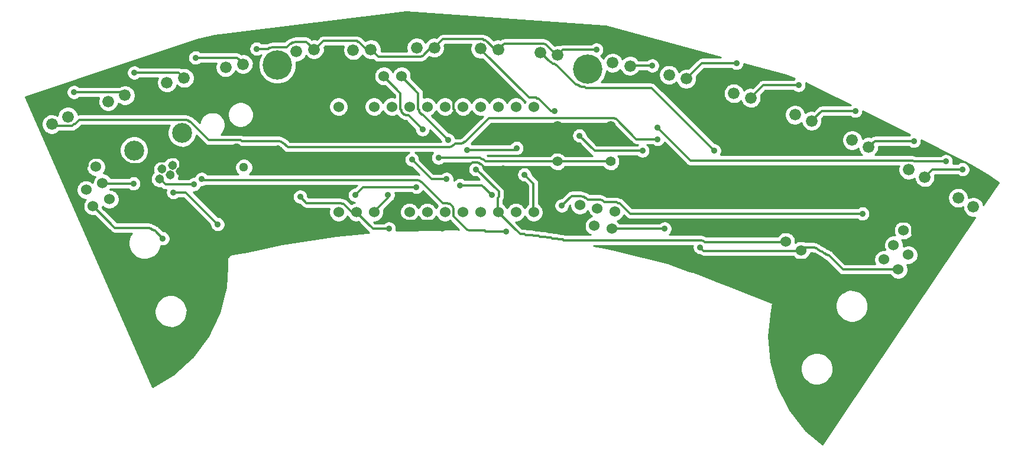
<source format=gbl>
G04 (created by PCBNEW-RS274X (2011-nov-30)-testing) date Mon 23 Apr 2012 04:49:45 PM EDT*
G01*
G70*
G90*
%MOIN*%
G04 Gerber Fmt 3.4, Leading zero omitted, Abs format*
%FSLAX34Y34*%
G04 APERTURE LIST*
%ADD10C,0.006000*%
%ADD11C,0.060000*%
%ADD12C,0.051200*%
%ADD13C,0.165400*%
%ADD14C,0.055000*%
%ADD15C,0.066000*%
%ADD16C,0.051400*%
%ADD17C,0.112200*%
%ADD18C,0.035000*%
%ADD19C,0.012000*%
%ADD20C,0.010000*%
G04 APERTURE END LIST*
G54D10*
G54D11*
X-18224Y46972D03*
X-18988Y48803D03*
X-18615Y47892D03*
X-19535Y47502D03*
X-19162Y46591D03*
G54D10*
G36*
X-19533Y48263D02*
X-20085Y48029D01*
X-20319Y48581D01*
X-19767Y48815D01*
X-19533Y48263D01*
X-19533Y48263D01*
G37*
G54D11*
X-02764Y53917D03*
X-01764Y53917D03*
G54D12*
X-11067Y49872D03*
X-10652Y48766D03*
G54D13*
X-08760Y54547D03*
X08720Y54311D03*
G54D11*
X05690Y46240D03*
X04690Y46240D03*
X03690Y46240D03*
X02690Y46240D03*
X01690Y46240D03*
X00690Y46240D03*
X-00310Y46240D03*
X-01310Y46240D03*
X-02310Y46240D03*
X-03310Y46240D03*
X-04310Y46240D03*
X-05310Y46240D03*
X05690Y52190D03*
X04690Y52190D03*
X03690Y52190D03*
X02690Y52190D03*
X01690Y52190D03*
X00690Y52190D03*
X-00310Y52190D03*
X-01310Y52190D03*
X-02310Y52190D03*
X-03310Y52190D03*
X-04310Y52190D03*
X-05310Y52190D03*
X10265Y46283D03*
X10091Y45298D03*
X09280Y46456D03*
X09106Y45472D03*
X08295Y46630D03*
G54D10*
G36*
X08469Y45888D02*
X08364Y45297D01*
X07773Y45402D01*
X07878Y45993D01*
X08469Y45888D01*
X08469Y45888D01*
G37*
G54D14*
X07023Y49098D03*
X07023Y51098D03*
X10023Y49098D03*
X10023Y51098D03*
G54D15*
X03693Y55420D03*
X02694Y55464D03*
X14296Y53767D03*
X13320Y53984D03*
X17938Y52687D03*
X16972Y52945D03*
X21363Y51394D03*
X20423Y51736D03*
X24570Y49921D03*
X23646Y50304D03*
X27737Y48214D03*
X26830Y48637D03*
X-20571Y51629D03*
X-21478Y51206D03*
X-17352Y52838D03*
X-18292Y52496D03*
X-14020Y53811D03*
X-14986Y53553D03*
X-10692Y54590D03*
X-11677Y54416D03*
X-06689Y55427D03*
X-07682Y55305D03*
X-03482Y55425D03*
X-04481Y55381D03*
X11125Y54494D03*
X10140Y54668D03*
X07047Y55105D03*
X06056Y55235D03*
X00086Y55521D03*
X-00914Y55521D03*
X30477Y46531D03*
X29620Y47046D03*
G54D16*
X-14807Y48330D03*
X-15263Y48666D03*
X-14215Y48545D03*
X-14673Y48881D03*
G54D17*
X-14143Y50707D03*
X-16843Y49725D03*
G54D16*
X-15398Y48115D03*
G54D11*
X26252Y43005D03*
X25423Y43565D03*
X26812Y43834D03*
X25982Y44394D03*
G54D10*
G36*
X27452Y44247D02*
X26955Y44582D01*
X27290Y45079D01*
X27787Y44744D01*
X27452Y44247D01*
X27452Y44247D01*
G37*
G54D11*
X26542Y45223D03*
G54D10*
G36*
X22043Y43685D02*
X21743Y43165D01*
X21223Y43465D01*
X21523Y43985D01*
X22043Y43685D01*
X22043Y43685D01*
G37*
G54D11*
X20767Y44075D03*
X19901Y44575D03*
G54D18*
X19444Y48018D03*
X19464Y46868D03*
X20614Y46868D03*
X21094Y47358D03*
X19024Y47338D03*
X-18226Y43428D03*
X-17836Y42548D03*
X20570Y48012D03*
X-13376Y54958D03*
X12374Y54508D03*
X27124Y50258D03*
X29874Y48658D03*
X23824Y51958D03*
X09224Y55408D03*
X-09926Y55458D03*
X-16826Y54108D03*
X20624Y53408D03*
X-20226Y53008D03*
X17124Y54658D03*
X00874Y50308D03*
X-00576Y50908D03*
X02424Y48658D03*
X04724Y49858D03*
X01924Y49758D03*
X05174Y48358D03*
X24224Y46158D03*
X-13026Y48108D03*
X04124Y45158D03*
X07274Y46608D03*
X-16876Y47858D03*
X00324Y49308D03*
X-02526Y47208D03*
X-07476Y47108D03*
X-02476Y45308D03*
X01524Y47758D03*
X03324Y47208D03*
X-00926Y47658D03*
X-04376Y47208D03*
X25124Y38658D03*
X24474Y37858D03*
X23824Y36908D03*
X-17486Y41568D03*
X01424Y53158D03*
X04374Y51108D03*
X03974Y48708D03*
X01474Y48308D03*
X01524Y50508D03*
X-08726Y49858D03*
X17524Y43558D03*
X22374Y44308D03*
X06624Y46558D03*
X00524Y45308D03*
X-13476Y47808D03*
X-12126Y45558D03*
X-14626Y47358D03*
X15874Y49708D03*
X12674Y50358D03*
X28924Y49108D03*
X12674Y51008D03*
X08274Y50558D03*
X11824Y49708D03*
X06874Y51958D03*
X13074Y45308D03*
X-01176Y49208D03*
X-15226Y44758D03*
X00774Y48108D03*
X15074Y44258D03*
G54D19*
X19464Y46898D02*
X19024Y47338D01*
X19464Y46898D02*
X19464Y46868D01*
X20614Y46868D02*
X21094Y47348D01*
X21094Y47358D02*
X21094Y47348D01*
X-03476Y55408D02*
X-03482Y55425D01*
X-04176Y55858D02*
X-03726Y55408D01*
X-03726Y55408D02*
X-03476Y55408D01*
X28174Y48658D02*
X29874Y48658D01*
X-04226Y55858D02*
X-04176Y55858D01*
X-04276Y55908D02*
X-04226Y55858D01*
X-06176Y55908D02*
X-04276Y55908D01*
X-06676Y55408D02*
X-06176Y55908D01*
X-06689Y55427D02*
X-06676Y55408D01*
X00074Y55508D02*
X00086Y55521D01*
X03674Y55408D02*
X03693Y55420D01*
X-10692Y54590D02*
X-10676Y54608D01*
X-10676Y54608D02*
X-11026Y54958D01*
X-11026Y54958D02*
X-13376Y54958D01*
X00086Y55521D02*
X00074Y55508D01*
X00074Y55508D02*
X00574Y56008D01*
X02874Y55958D02*
X02974Y55958D01*
X02974Y55958D02*
X03524Y55408D01*
X03524Y55408D02*
X03674Y55408D01*
X-03482Y55425D02*
X-03476Y55408D01*
X-03476Y55408D02*
X-03076Y55008D01*
X-03076Y55008D02*
X-00676Y55008D01*
X-00676Y55008D02*
X-00626Y55058D01*
X-00626Y55058D02*
X-00576Y55058D01*
X-00576Y55058D02*
X-00126Y55508D01*
X-00126Y55508D02*
X00074Y55508D01*
X11125Y54494D02*
X11124Y54508D01*
X11124Y54508D02*
X12374Y54508D01*
X07024Y55108D02*
X07047Y55105D01*
X24574Y49908D02*
X24924Y50258D01*
X27724Y48208D02*
X28174Y48658D01*
X27737Y48214D02*
X27724Y48208D01*
X24924Y50258D02*
X27124Y50258D01*
X24570Y49921D02*
X24574Y49908D01*
X21924Y51958D02*
X23824Y51958D01*
X18624Y53408D02*
X20624Y53408D01*
X04024Y55758D02*
X06274Y55758D01*
X21363Y51394D02*
X21374Y51408D01*
X-08026Y55758D02*
X-08226Y55558D01*
X-07976Y55758D02*
X-08026Y55758D01*
X-07926Y55808D02*
X-07976Y55758D01*
X-07826Y55808D02*
X-07926Y55808D01*
X-07776Y55858D02*
X-07826Y55808D01*
X-07126Y55858D02*
X-07776Y55858D01*
X-06676Y55408D02*
X-07126Y55858D01*
X-06689Y55427D02*
X-06676Y55408D01*
X-08226Y55558D02*
X-09076Y55558D01*
X07324Y55408D02*
X09224Y55408D01*
X07024Y55108D02*
X07324Y55408D01*
X-09076Y55558D02*
X-09126Y55508D01*
X-09126Y55508D02*
X-09226Y55508D01*
X-09226Y55508D02*
X-09276Y55458D01*
X-09276Y55458D02*
X-09926Y55458D01*
X03693Y55420D02*
X03674Y55408D01*
X00574Y56008D02*
X02824Y56008D01*
X02824Y56008D02*
X02874Y55958D01*
X06274Y55758D02*
X06324Y55708D01*
X06324Y55708D02*
X06374Y55708D01*
X06374Y55708D02*
X06974Y55108D01*
X06974Y55108D02*
X07024Y55108D01*
X-14326Y54108D02*
X-16826Y54108D01*
X03674Y55408D02*
X04024Y55758D01*
X17924Y52708D02*
X18624Y53408D01*
X17938Y52687D02*
X17924Y52708D01*
X-14026Y53808D02*
X-14326Y54108D01*
X-17526Y53008D02*
X-20226Y53008D01*
X-17376Y52858D02*
X-17526Y53008D01*
X-17352Y52838D02*
X-17376Y52858D01*
X-14020Y53811D02*
X-14026Y53808D01*
X14296Y53767D02*
X14274Y53758D01*
X14274Y53758D02*
X15174Y54658D01*
X21374Y51408D02*
X21924Y51958D01*
X15174Y54658D02*
X17124Y54658D01*
X07047Y55105D02*
X07024Y55108D01*
X-00826Y52058D02*
X-00826Y52958D01*
X00874Y50308D02*
X-00576Y51758D01*
X-00576Y51758D02*
X-00626Y51758D01*
X-00626Y51758D02*
X-00776Y51908D01*
X-00776Y51908D02*
X-00776Y52008D01*
X-00826Y52958D02*
X-01776Y53908D01*
X-01776Y53908D02*
X-01764Y53917D01*
X-00776Y52008D02*
X-00826Y52058D01*
X-01826Y52958D02*
X-02776Y53908D01*
X-01776Y51908D02*
X-01776Y52008D01*
X-01626Y51758D02*
X-01776Y51908D01*
X-02776Y53908D02*
X-02764Y53917D01*
X-01776Y52008D02*
X-01826Y52058D01*
X-01826Y52058D02*
X-01826Y52958D01*
X-01576Y51758D02*
X-01626Y51758D01*
X-01526Y51708D02*
X-01576Y51758D01*
X-01376Y51708D02*
X-01526Y51708D01*
X-00576Y50908D02*
X-01376Y51708D01*
X03690Y46240D02*
X03674Y46258D01*
X02474Y48658D02*
X02424Y48658D01*
X03724Y47108D02*
X03724Y47408D01*
X03724Y47408D02*
X02474Y48658D01*
X05624Y44958D02*
X05674Y44908D01*
X06374Y44858D02*
X06424Y44808D01*
X06724Y44758D02*
X07024Y44758D01*
X06674Y44808D02*
X06724Y44758D01*
X05224Y44958D02*
X05624Y44958D01*
X05674Y44908D02*
X05974Y44908D01*
X05974Y44908D02*
X06024Y44858D01*
X07024Y44758D02*
X07074Y44708D01*
X07324Y44708D02*
X07374Y44658D01*
X03674Y46258D02*
X04924Y45008D01*
X05174Y45008D02*
X05224Y44958D01*
X07374Y44658D02*
X15174Y44658D01*
X07074Y44708D02*
X07324Y44708D01*
X06424Y44808D02*
X06674Y44808D01*
X04924Y45008D02*
X05174Y45008D01*
X06024Y44858D02*
X06374Y44858D01*
X03690Y46240D02*
X03674Y46258D01*
X19924Y44558D02*
X19901Y44575D01*
X03674Y46258D02*
X03674Y47058D01*
X15174Y44658D02*
X15224Y44608D01*
X15324Y44558D02*
X19924Y44558D01*
X03674Y47058D02*
X03724Y47108D01*
X15224Y44608D02*
X15274Y44608D01*
X15274Y44608D02*
X15324Y44558D01*
X05690Y46240D02*
X05674Y46258D01*
X05674Y46258D02*
X05674Y47858D01*
X05674Y47858D02*
X05174Y48358D01*
X04624Y49758D02*
X01924Y49758D01*
X04724Y49858D02*
X04624Y49758D01*
X10424Y46758D02*
X10524Y46758D01*
X08424Y47108D02*
X08524Y47108D01*
X00574Y46758D02*
X00824Y46758D01*
X-00626Y47958D02*
X00574Y46758D01*
X08374Y47158D02*
X08424Y47108D01*
X02024Y45208D02*
X02924Y45208D01*
X-00826Y48058D02*
X-00776Y48008D01*
X00874Y46708D02*
X00974Y46708D01*
X-12976Y48058D02*
X-00826Y48058D01*
X00974Y46708D02*
X01124Y46558D01*
X01974Y45258D02*
X02024Y45208D01*
X-13026Y48108D02*
X-12976Y48058D01*
X08524Y47108D02*
X08574Y47058D01*
X01124Y46558D02*
X01124Y46508D01*
X11124Y46158D02*
X24224Y46158D01*
X-18615Y47892D02*
X-18626Y47908D01*
X00824Y46758D02*
X00874Y46708D01*
X01124Y46508D02*
X01174Y46458D01*
X-18576Y47858D02*
X-16876Y47858D01*
X08724Y46958D02*
X09474Y46958D01*
X-00676Y47958D02*
X-00626Y47958D01*
X01924Y45258D02*
X01974Y45258D01*
X09674Y46808D02*
X10374Y46808D01*
X09474Y46958D02*
X09524Y46908D01*
X09574Y46908D02*
X09674Y46808D01*
X10524Y46758D02*
X11124Y46158D01*
X10374Y46808D02*
X10424Y46758D01*
X09524Y46908D02*
X09574Y46908D01*
X08624Y47058D02*
X08724Y46958D01*
X01174Y46458D02*
X01174Y46008D01*
X07824Y47158D02*
X08374Y47158D01*
X-18626Y47908D02*
X-18576Y47858D01*
X08574Y47058D02*
X08624Y47058D01*
X02974Y45158D02*
X04124Y45158D01*
X02924Y45208D02*
X02974Y45158D01*
X01174Y46008D02*
X01924Y45258D01*
X07274Y46608D02*
X07824Y47158D01*
X-00776Y48008D02*
X-00726Y48008D01*
X-00726Y48008D02*
X-00676Y47958D01*
X07024Y49108D02*
X07023Y49098D01*
X02774Y49258D02*
X02824Y49208D01*
X-03326Y46258D02*
X-03310Y46240D01*
X02974Y49108D02*
X07024Y49108D01*
X-02526Y47208D02*
X-02526Y47058D01*
X07023Y49098D02*
X07024Y49108D01*
X-02526Y47058D02*
X-03326Y46258D01*
X07024Y49108D02*
X10024Y49108D01*
X10024Y49108D02*
X10023Y49098D01*
X00324Y49308D02*
X02674Y49308D01*
X02674Y49308D02*
X02724Y49258D01*
X02724Y49258D02*
X02774Y49258D01*
X02824Y49208D02*
X02874Y49208D01*
X02874Y49208D02*
X02974Y49108D01*
X-07126Y46758D02*
X-05176Y46758D01*
X-07476Y47108D02*
X-07126Y46758D01*
X-05176Y46758D02*
X-05126Y46708D01*
X-05126Y46708D02*
X-05026Y46708D01*
X-05026Y46708D02*
X-04576Y46258D01*
X-04576Y46258D02*
X-04326Y46258D01*
X-04326Y46258D02*
X-04310Y46240D01*
X-03376Y45308D02*
X-02476Y45308D01*
X-04326Y46258D02*
X-03376Y45308D01*
X-04310Y46240D02*
X-04326Y46258D01*
X02774Y47758D02*
X01524Y47758D01*
X03324Y47208D02*
X02774Y47758D01*
X-03926Y47658D02*
X-00926Y47658D01*
X-04376Y47208D02*
X-03926Y47658D01*
X01524Y51608D02*
X01224Y51908D01*
X01224Y52008D02*
X01174Y52058D01*
X01174Y52908D02*
X01424Y53158D01*
X01174Y52058D02*
X01174Y52908D01*
X01474Y48308D02*
X02224Y49058D01*
X01224Y51908D02*
X01224Y52008D01*
X04374Y51108D02*
X07024Y51108D01*
X07024Y51108D02*
X07023Y51098D01*
X02224Y49058D02*
X02524Y49058D01*
X02524Y49058D02*
X02574Y49008D01*
X02624Y49008D02*
X02674Y48958D01*
X02674Y48958D02*
X02724Y48958D01*
X02724Y48958D02*
X02974Y48708D01*
X02974Y48708D02*
X03974Y48708D01*
X10024Y51108D02*
X10023Y51098D01*
X-08726Y49858D02*
X-11076Y49858D01*
X-11076Y49858D02*
X-11067Y49872D01*
X07023Y51098D02*
X07024Y51108D01*
X07024Y51108D02*
X10024Y51108D01*
X02574Y49008D02*
X02624Y49008D01*
X01524Y50508D02*
X01524Y51608D01*
X17524Y43558D02*
X21624Y43558D01*
X21624Y43558D02*
X21633Y43575D01*
X23774Y45708D02*
X26774Y45708D01*
X-14215Y48545D02*
X-14226Y48558D01*
X-14226Y48558D02*
X-14226Y49108D01*
X-14226Y49108D02*
X-14476Y49358D01*
X-14476Y49358D02*
X-14776Y49358D01*
X-14776Y49358D02*
X-14826Y49308D01*
X-14826Y49308D02*
X-14926Y49308D01*
X-14926Y49308D02*
X-15126Y49108D01*
X08124Y45658D02*
X08121Y45645D01*
X22374Y44308D02*
X23774Y45708D01*
X07524Y45658D02*
X08124Y45658D01*
X06624Y46558D02*
X07524Y45658D01*
X27374Y44658D02*
X27371Y44663D01*
X26774Y45708D02*
X26824Y45658D01*
X26824Y45658D02*
X26874Y45658D01*
X26874Y45658D02*
X26974Y45558D01*
X26974Y45558D02*
X26974Y45508D01*
X26974Y45508D02*
X27024Y45458D01*
X27024Y45458D02*
X27024Y45008D01*
X27024Y45008D02*
X27374Y44658D01*
X-01626Y45808D02*
X-02076Y46258D01*
X-15476Y49108D02*
X-15526Y49058D01*
X00524Y45308D02*
X00074Y45758D01*
X00074Y45758D02*
X-01526Y45758D01*
X-01526Y45758D02*
X-01576Y45808D01*
X-01576Y45808D02*
X-01626Y45808D01*
X-15126Y49108D02*
X-15476Y49108D01*
X-02076Y46258D02*
X-02326Y46258D01*
X-02326Y46258D02*
X-02310Y46240D01*
X-19426Y49108D02*
X-19426Y49058D01*
X-19176Y49308D02*
X-19226Y49258D01*
X-15526Y49058D02*
X-15576Y49058D01*
X-15576Y49058D02*
X-15676Y48958D01*
X-15676Y48958D02*
X-17076Y48958D01*
X-17076Y48958D02*
X-17126Y49008D01*
X-17126Y49008D02*
X-17176Y49008D01*
X-17176Y49008D02*
X-17226Y49058D01*
X-17226Y49058D02*
X-17276Y49058D01*
X-17276Y49058D02*
X-17526Y49308D01*
X-17526Y49308D02*
X-19176Y49308D01*
X-19426Y49058D02*
X-19476Y49008D01*
X-19276Y49258D02*
X-19426Y49108D01*
X-19226Y49258D02*
X-19276Y49258D01*
X-19476Y49008D02*
X-19476Y48858D01*
X-19476Y48858D02*
X-19926Y48408D01*
X-19926Y48408D02*
X-19926Y48422D01*
X-15076Y47808D02*
X-13476Y47808D01*
X-15376Y48108D02*
X-15076Y47808D01*
X-15398Y48115D02*
X-15376Y48108D01*
X-13926Y47358D02*
X-14626Y47358D01*
X-12126Y45558D02*
X-13926Y47358D01*
X06074Y55258D02*
X06056Y55235D01*
X06674Y54708D02*
X06624Y54708D01*
X06624Y54708D02*
X06074Y55258D01*
X08324Y53358D02*
X08274Y53358D01*
X06774Y54608D02*
X06674Y54708D01*
X06874Y54608D02*
X06774Y54608D01*
X06924Y54558D02*
X06874Y54608D01*
X06974Y54558D02*
X06924Y54558D01*
X08074Y53458D02*
X06974Y54558D01*
X08124Y53458D02*
X08074Y53458D01*
X08174Y53408D02*
X08124Y53458D01*
X15874Y49708D02*
X12324Y53258D01*
X12324Y53258D02*
X08624Y53258D01*
X08624Y53258D02*
X08574Y53308D01*
X08574Y53308D02*
X08374Y53308D01*
X08374Y53308D02*
X08324Y53358D01*
X08274Y53358D02*
X08224Y53408D01*
X08224Y53408D02*
X08174Y53408D01*
X01274Y50108D02*
X01624Y50108D01*
X01824Y50208D02*
X03174Y51558D01*
X03174Y51558D02*
X10224Y51558D01*
X01624Y50108D02*
X01674Y50158D01*
X01774Y50208D02*
X01824Y50208D01*
X01724Y50158D02*
X01774Y50208D01*
X10224Y51558D02*
X10274Y51508D01*
X11474Y50358D02*
X12674Y50358D01*
X10274Y51508D02*
X10324Y51508D01*
X10324Y51508D02*
X11474Y50358D01*
X-08576Y50208D02*
X-08526Y50208D01*
X01674Y50158D02*
X01724Y50158D01*
X01174Y50008D02*
X01274Y50108D01*
X-13876Y51458D02*
X-13826Y51408D01*
X-13776Y51408D02*
X-13726Y51358D01*
X-13826Y51408D02*
X-13776Y51408D01*
X-12626Y50308D02*
X-10826Y50308D01*
X-13726Y51358D02*
X-13676Y51358D01*
X-13676Y51358D02*
X-12626Y50308D01*
X-21478Y51206D02*
X-21426Y51158D01*
X-19926Y51458D02*
X-13876Y51458D01*
X-20176Y51208D02*
X-19926Y51458D01*
X-20226Y51208D02*
X-20176Y51208D01*
X-20326Y51108D02*
X-20226Y51208D01*
X-21426Y51158D02*
X-21376Y51108D01*
X-21376Y51108D02*
X-20326Y51108D01*
X-08526Y50208D02*
X-08476Y50158D01*
X-08476Y50158D02*
X-08426Y50158D01*
X-08626Y50258D02*
X-08576Y50208D01*
X-10776Y50258D02*
X-08626Y50258D01*
X-08426Y50158D02*
X-08176Y49908D01*
X-08176Y49908D02*
X00974Y49908D01*
X-10826Y50308D02*
X-10776Y50258D01*
X01124Y50008D02*
X01174Y50008D01*
X01074Y49958D02*
X01124Y50008D01*
X00974Y49908D02*
X01024Y49958D01*
X01024Y49958D02*
X01074Y49958D01*
X27074Y49158D02*
X27124Y49108D01*
X14524Y49158D02*
X27074Y49158D01*
X27124Y49108D02*
X28924Y49108D01*
X12674Y51008D02*
X14524Y49158D01*
X09124Y49708D02*
X11824Y49708D01*
X06674Y51958D02*
X06874Y51958D01*
X05974Y52658D02*
X06674Y51958D01*
X05874Y52658D02*
X05974Y52658D01*
X05824Y52708D02*
X05874Y52658D01*
X05424Y52708D02*
X05824Y52708D01*
X02674Y55458D02*
X05424Y52708D01*
X02694Y55464D02*
X02674Y55458D01*
X08274Y50558D02*
X09124Y49708D01*
X23124Y43008D02*
X26274Y43008D01*
X10091Y45298D02*
X10074Y45308D01*
X22324Y43808D02*
X23124Y43008D01*
X22274Y43808D02*
X22324Y43808D01*
X22224Y43858D02*
X22274Y43808D01*
X22174Y43858D02*
X22224Y43858D01*
X22124Y43908D02*
X22174Y43858D01*
X22074Y43908D02*
X22124Y43908D01*
X21974Y44008D02*
X22074Y43908D01*
X21924Y44008D02*
X21974Y44008D01*
X21874Y44058D02*
X21924Y44008D01*
X21824Y44058D02*
X21874Y44058D01*
X21774Y44108D02*
X21824Y44058D01*
X-15676Y45208D02*
X-15226Y44758D01*
X26274Y43008D02*
X26252Y43005D01*
X10074Y45308D02*
X13074Y45308D01*
X-00076Y48108D02*
X00774Y48108D01*
X-01176Y49208D02*
X-00076Y48108D01*
X-17926Y45358D02*
X-15976Y45358D01*
X-15976Y45358D02*
X-15926Y45308D01*
X-15926Y45308D02*
X-15876Y45308D01*
X-15876Y45308D02*
X-15826Y45258D01*
X-19176Y46608D02*
X-17926Y45358D01*
X-15726Y45208D02*
X-15676Y45208D01*
X-15776Y45258D02*
X-15726Y45208D01*
X-15826Y45258D02*
X-15776Y45258D01*
X-19162Y46591D02*
X-19176Y46608D01*
X20774Y44058D02*
X20767Y44075D01*
X21574Y44208D02*
X21624Y44208D01*
X21524Y44258D02*
X21574Y44208D01*
X20974Y44258D02*
X21524Y44258D01*
X20774Y44058D02*
X20974Y44258D01*
X20767Y44075D02*
X20774Y44058D01*
X21724Y44108D02*
X21774Y44108D01*
X21624Y44208D02*
X21724Y44108D01*
X15274Y44058D02*
X20774Y44058D01*
X15074Y44258D02*
X15274Y44058D01*
G54D10*
G36*
X01483Y45260D02*
X01359Y45266D01*
X-01569Y45207D01*
X-02059Y45226D01*
X-02052Y45255D01*
X-02051Y45350D01*
X-02067Y45432D01*
X-02099Y45509D01*
X-02145Y45578D01*
X-02204Y45637D01*
X-02273Y45684D01*
X-02350Y45716D01*
X-02432Y45733D01*
X-02515Y45733D01*
X-02597Y45718D01*
X-02674Y45686D01*
X-02744Y45641D01*
X-02767Y45618D01*
X-03248Y45618D01*
X-03321Y45691D01*
X-03268Y45690D01*
X-03161Y45709D01*
X-03061Y45748D01*
X-02970Y45805D01*
X-02892Y45880D01*
X-02830Y45968D01*
X-02786Y46066D01*
X-02763Y46171D01*
X-02761Y46294D01*
X-02777Y46370D01*
X-02309Y46837D01*
X-02307Y46839D01*
X-02299Y46849D01*
X-02299Y46850D01*
X-02263Y46872D01*
X-02202Y46929D01*
X-02155Y46997D01*
X-02121Y47074D01*
X-02102Y47155D01*
X-02101Y47250D01*
X-02117Y47332D01*
X-02124Y47348D01*
X-01218Y47348D01*
X-01203Y47333D01*
X-01134Y47285D01*
X-01058Y47252D01*
X-00976Y47234D01*
X-00893Y47232D01*
X-00811Y47247D01*
X-00733Y47277D01*
X-00663Y47322D01*
X-00602Y47379D01*
X-00555Y47447D01*
X-00555Y47449D01*
X00283Y46611D01*
X00267Y46594D01*
X00207Y46506D01*
X00190Y46468D01*
X00177Y46499D01*
X00117Y46589D01*
X00042Y46665D01*
X-00048Y46725D01*
X-00147Y46767D01*
X-00253Y46789D01*
X-00360Y46789D01*
X-00466Y46769D01*
X-00566Y46729D01*
X-00656Y46670D01*
X-00733Y46594D01*
X-00793Y46506D01*
X-00810Y46468D01*
X-00823Y46499D01*
X-00883Y46589D01*
X-00958Y46665D01*
X-01048Y46725D01*
X-01147Y46767D01*
X-01253Y46789D01*
X-01360Y46789D01*
X-01466Y46769D01*
X-01566Y46729D01*
X-01656Y46670D01*
X-01733Y46594D01*
X-01793Y46506D01*
X-01836Y46407D01*
X-01858Y46301D01*
X-01860Y46194D01*
X-01840Y46088D01*
X-01801Y45988D01*
X-01742Y45897D01*
X-01667Y45820D01*
X-01579Y45758D01*
X-01480Y45715D01*
X-01375Y45692D01*
X-01268Y45690D01*
X-01161Y45709D01*
X-01061Y45748D01*
X-00970Y45805D01*
X-00892Y45880D01*
X-00830Y45968D01*
X-00811Y46012D01*
X-00801Y45988D01*
X-00742Y45897D01*
X-00667Y45820D01*
X-00579Y45758D01*
X-00480Y45715D01*
X-00375Y45692D01*
X-00268Y45690D01*
X-00161Y45709D01*
X-00061Y45748D01*
X00030Y45805D01*
X00108Y45880D01*
X00170Y45968D01*
X00189Y46012D01*
X00199Y45988D01*
X00258Y45897D01*
X00333Y45820D01*
X00421Y45758D01*
X00520Y45715D01*
X00625Y45692D01*
X00732Y45690D01*
X00839Y45709D01*
X00939Y45748D01*
X00974Y45770D01*
X01483Y45260D01*
X01483Y45260D01*
G37*
G54D20*
X01483Y45260D02*
X01359Y45266D01*
X-01569Y45207D01*
X-02059Y45226D01*
X-02052Y45255D01*
X-02051Y45350D01*
X-02067Y45432D01*
X-02099Y45509D01*
X-02145Y45578D01*
X-02204Y45637D01*
X-02273Y45684D01*
X-02350Y45716D01*
X-02432Y45733D01*
X-02515Y45733D01*
X-02597Y45718D01*
X-02674Y45686D01*
X-02744Y45641D01*
X-02767Y45618D01*
X-03248Y45618D01*
X-03321Y45691D01*
X-03268Y45690D01*
X-03161Y45709D01*
X-03061Y45748D01*
X-02970Y45805D01*
X-02892Y45880D01*
X-02830Y45968D01*
X-02786Y46066D01*
X-02763Y46171D01*
X-02761Y46294D01*
X-02777Y46370D01*
X-02309Y46837D01*
X-02307Y46839D01*
X-02299Y46849D01*
X-02299Y46850D01*
X-02263Y46872D01*
X-02202Y46929D01*
X-02155Y46997D01*
X-02121Y47074D01*
X-02102Y47155D01*
X-02101Y47250D01*
X-02117Y47332D01*
X-02124Y47348D01*
X-01218Y47348D01*
X-01203Y47333D01*
X-01134Y47285D01*
X-01058Y47252D01*
X-00976Y47234D01*
X-00893Y47232D01*
X-00811Y47247D01*
X-00733Y47277D01*
X-00663Y47322D01*
X-00602Y47379D01*
X-00555Y47447D01*
X-00555Y47449D01*
X00283Y46611D01*
X00267Y46594D01*
X00207Y46506D01*
X00190Y46468D01*
X00177Y46499D01*
X00117Y46589D01*
X00042Y46665D01*
X-00048Y46725D01*
X-00147Y46767D01*
X-00253Y46789D01*
X-00360Y46789D01*
X-00466Y46769D01*
X-00566Y46729D01*
X-00656Y46670D01*
X-00733Y46594D01*
X-00793Y46506D01*
X-00810Y46468D01*
X-00823Y46499D01*
X-00883Y46589D01*
X-00958Y46665D01*
X-01048Y46725D01*
X-01147Y46767D01*
X-01253Y46789D01*
X-01360Y46789D01*
X-01466Y46769D01*
X-01566Y46729D01*
X-01656Y46670D01*
X-01733Y46594D01*
X-01793Y46506D01*
X-01836Y46407D01*
X-01858Y46301D01*
X-01860Y46194D01*
X-01840Y46088D01*
X-01801Y45988D01*
X-01742Y45897D01*
X-01667Y45820D01*
X-01579Y45758D01*
X-01480Y45715D01*
X-01375Y45692D01*
X-01268Y45690D01*
X-01161Y45709D01*
X-01061Y45748D01*
X-00970Y45805D01*
X-00892Y45880D01*
X-00830Y45968D01*
X-00811Y46012D01*
X-00801Y45988D01*
X-00742Y45897D01*
X-00667Y45820D01*
X-00579Y45758D01*
X-00480Y45715D01*
X-00375Y45692D01*
X-00268Y45690D01*
X-00161Y45709D01*
X-00061Y45748D01*
X00030Y45805D01*
X00108Y45880D01*
X00170Y45968D01*
X00189Y46012D01*
X00199Y45988D01*
X00258Y45897D01*
X00333Y45820D01*
X00421Y45758D01*
X00520Y45715D01*
X00625Y45692D01*
X00732Y45690D01*
X00839Y45709D01*
X00939Y45748D01*
X00974Y45770D01*
X01483Y45260D01*
G54D10*
G36*
X02625Y48068D02*
X01815Y48068D01*
X01796Y48087D01*
X01727Y48134D01*
X01650Y48166D01*
X01568Y48183D01*
X01485Y48183D01*
X01403Y48168D01*
X01326Y48136D01*
X01256Y48091D01*
X01197Y48032D01*
X01190Y48023D01*
X01198Y48055D01*
X01199Y48150D01*
X01183Y48232D01*
X01151Y48309D01*
X01105Y48378D01*
X01046Y48437D01*
X00977Y48484D01*
X00900Y48516D01*
X00818Y48533D01*
X00735Y48533D01*
X00653Y48518D01*
X00576Y48486D01*
X00506Y48441D01*
X00483Y48418D01*
X00052Y48418D01*
X-00752Y49222D01*
X-00751Y49250D01*
X-00767Y49332D01*
X-00799Y49409D01*
X-00845Y49478D01*
X-00904Y49537D01*
X-00973Y49584D01*
X-01007Y49598D01*
X00013Y49598D01*
X-00003Y49582D01*
X-00050Y49513D01*
X-00083Y49437D01*
X-00100Y49355D01*
X-00102Y49272D01*
X-00086Y49190D01*
X-00056Y49112D01*
X-00010Y49042D01*
X00047Y48983D01*
X00116Y48935D01*
X00192Y48902D01*
X00274Y48884D01*
X00357Y48882D01*
X00439Y48897D01*
X00517Y48927D01*
X00587Y48972D01*
X00614Y48998D01*
X02166Y48998D01*
X02156Y48991D01*
X02097Y48932D01*
X02050Y48863D01*
X02017Y48787D01*
X02000Y48705D01*
X01998Y48622D01*
X02014Y48540D01*
X02044Y48462D01*
X02090Y48392D01*
X02147Y48333D01*
X02216Y48285D01*
X02292Y48252D01*
X02374Y48234D01*
X02457Y48232D01*
X02461Y48233D01*
X02625Y48068D01*
X02625Y48068D01*
G37*
G54D20*
X02625Y48068D02*
X01815Y48068D01*
X01796Y48087D01*
X01727Y48134D01*
X01650Y48166D01*
X01568Y48183D01*
X01485Y48183D01*
X01403Y48168D01*
X01326Y48136D01*
X01256Y48091D01*
X01197Y48032D01*
X01190Y48023D01*
X01198Y48055D01*
X01199Y48150D01*
X01183Y48232D01*
X01151Y48309D01*
X01105Y48378D01*
X01046Y48437D01*
X00977Y48484D01*
X00900Y48516D01*
X00818Y48533D01*
X00735Y48533D01*
X00653Y48518D01*
X00576Y48486D01*
X00506Y48441D01*
X00483Y48418D01*
X00052Y48418D01*
X-00752Y49222D01*
X-00751Y49250D01*
X-00767Y49332D01*
X-00799Y49409D01*
X-00845Y49478D01*
X-00904Y49537D01*
X-00973Y49584D01*
X-01007Y49598D01*
X00013Y49598D01*
X-00003Y49582D01*
X-00050Y49513D01*
X-00083Y49437D01*
X-00100Y49355D01*
X-00102Y49272D01*
X-00086Y49190D01*
X-00056Y49112D01*
X-00010Y49042D01*
X00047Y48983D01*
X00116Y48935D01*
X00192Y48902D01*
X00274Y48884D01*
X00357Y48882D01*
X00439Y48897D01*
X00517Y48927D01*
X00587Y48972D01*
X00614Y48998D01*
X02166Y48998D01*
X02156Y48991D01*
X02097Y48932D01*
X02050Y48863D01*
X02017Y48787D01*
X02000Y48705D01*
X01998Y48622D01*
X02014Y48540D01*
X02044Y48462D01*
X02090Y48392D01*
X02147Y48333D01*
X02216Y48285D01*
X02292Y48252D01*
X02374Y48234D01*
X02457Y48232D01*
X02461Y48233D01*
X02625Y48068D01*
G54D10*
G36*
X02836Y51659D02*
X01680Y50503D01*
X01679Y50502D01*
X01656Y50495D01*
X01602Y50466D01*
X01587Y50455D01*
X01586Y50454D01*
X01556Y50445D01*
X01505Y50418D01*
X01285Y50418D01*
X01283Y50432D01*
X01251Y50509D01*
X01205Y50578D01*
X01146Y50637D01*
X01077Y50684D01*
X01000Y50716D01*
X00918Y50733D01*
X00887Y50733D01*
X-00074Y51694D01*
X-00061Y51698D01*
X00030Y51755D01*
X00108Y51830D01*
X00170Y51918D01*
X00189Y51962D01*
X00199Y51938D01*
X00258Y51847D01*
X00333Y51770D01*
X00421Y51708D01*
X00520Y51665D01*
X00625Y51642D01*
X00732Y51640D01*
X00839Y51659D01*
X00939Y51698D01*
X01030Y51755D01*
X01108Y51830D01*
X01170Y51918D01*
X01189Y51962D01*
X01199Y51938D01*
X01258Y51847D01*
X01333Y51770D01*
X01421Y51708D01*
X01520Y51665D01*
X01625Y51642D01*
X01732Y51640D01*
X01839Y51659D01*
X01939Y51698D01*
X02030Y51755D01*
X02108Y51830D01*
X02170Y51918D01*
X02189Y51962D01*
X02199Y51938D01*
X02258Y51847D01*
X02333Y51770D01*
X02421Y51708D01*
X02520Y51665D01*
X02625Y51642D01*
X02732Y51640D01*
X02836Y51659D01*
X02836Y51659D01*
G37*
G54D20*
X02836Y51659D02*
X01680Y50503D01*
X01679Y50502D01*
X01656Y50495D01*
X01602Y50466D01*
X01587Y50455D01*
X01586Y50454D01*
X01556Y50445D01*
X01505Y50418D01*
X01285Y50418D01*
X01283Y50432D01*
X01251Y50509D01*
X01205Y50578D01*
X01146Y50637D01*
X01077Y50684D01*
X01000Y50716D01*
X00918Y50733D01*
X00887Y50733D01*
X-00074Y51694D01*
X-00061Y51698D01*
X00030Y51755D01*
X00108Y51830D01*
X00170Y51918D01*
X00189Y51962D01*
X00199Y51938D01*
X00258Y51847D01*
X00333Y51770D01*
X00421Y51708D01*
X00520Y51665D01*
X00625Y51642D01*
X00732Y51640D01*
X00839Y51659D01*
X00939Y51698D01*
X01030Y51755D01*
X01108Y51830D01*
X01170Y51918D01*
X01189Y51962D01*
X01199Y51938D01*
X01258Y51847D01*
X01333Y51770D01*
X01421Y51708D01*
X01520Y51665D01*
X01625Y51642D01*
X01732Y51640D01*
X01839Y51659D01*
X01939Y51698D01*
X02030Y51755D01*
X02108Y51830D01*
X02170Y51918D01*
X02189Y51962D01*
X02199Y51938D01*
X02258Y51847D01*
X02333Y51770D01*
X02421Y51708D01*
X02520Y51665D01*
X02625Y51642D01*
X02732Y51640D01*
X02836Y51659D01*
G54D10*
G36*
X11566Y50048D02*
X11556Y50041D01*
X11533Y50018D01*
X09252Y50018D01*
X08698Y50572D01*
X08699Y50600D01*
X08683Y50682D01*
X08651Y50759D01*
X08605Y50828D01*
X08546Y50887D01*
X08477Y50934D01*
X08400Y50966D01*
X08318Y50983D01*
X08235Y50983D01*
X08153Y50968D01*
X08076Y50936D01*
X08006Y50891D01*
X07947Y50832D01*
X07900Y50763D01*
X07867Y50687D01*
X07850Y50605D01*
X07848Y50522D01*
X07864Y50440D01*
X07894Y50362D01*
X07940Y50292D01*
X07997Y50233D01*
X08066Y50185D01*
X08142Y50152D01*
X08224Y50134D01*
X08260Y50134D01*
X08903Y49491D01*
X08905Y49489D01*
X08919Y49478D01*
X08949Y49452D01*
X08951Y49451D01*
X09002Y49423D01*
X09004Y49422D01*
X09017Y49418D01*
X07439Y49418D01*
X07431Y49430D01*
X07359Y49503D01*
X07274Y49561D01*
X07179Y49601D01*
X07078Y49622D01*
X06976Y49622D01*
X06875Y49603D01*
X06779Y49565D01*
X06693Y49509D01*
X06620Y49437D01*
X06607Y49418D01*
X03102Y49418D01*
X03095Y49425D01*
X03093Y49427D01*
X03079Y49439D01*
X03067Y49448D01*
X04610Y49448D01*
X04674Y49434D01*
X04757Y49432D01*
X04839Y49447D01*
X04917Y49477D01*
X04987Y49522D01*
X05048Y49579D01*
X05095Y49647D01*
X05129Y49724D01*
X05148Y49805D01*
X05149Y49900D01*
X05133Y49982D01*
X05101Y50059D01*
X05055Y50128D01*
X04996Y50187D01*
X04927Y50234D01*
X04850Y50266D01*
X04768Y50283D01*
X04685Y50283D01*
X04603Y50268D01*
X04526Y50236D01*
X04456Y50191D01*
X04397Y50132D01*
X04353Y50068D01*
X02215Y50068D01*
X02196Y50087D01*
X02163Y50110D01*
X03302Y51248D01*
X10106Y51248D01*
X10152Y51223D01*
X10154Y51222D01*
X10179Y51215D01*
X11253Y50141D01*
X11255Y50139D01*
X11269Y50128D01*
X11299Y50102D01*
X11301Y50101D01*
X11352Y50073D01*
X11354Y50072D01*
X11410Y50055D01*
X11413Y50054D01*
X11433Y50053D01*
X11470Y50048D01*
X11474Y50048D01*
X11566Y50048D01*
X11566Y50048D01*
G37*
G54D20*
X11566Y50048D02*
X11556Y50041D01*
X11533Y50018D01*
X09252Y50018D01*
X08698Y50572D01*
X08699Y50600D01*
X08683Y50682D01*
X08651Y50759D01*
X08605Y50828D01*
X08546Y50887D01*
X08477Y50934D01*
X08400Y50966D01*
X08318Y50983D01*
X08235Y50983D01*
X08153Y50968D01*
X08076Y50936D01*
X08006Y50891D01*
X07947Y50832D01*
X07900Y50763D01*
X07867Y50687D01*
X07850Y50605D01*
X07848Y50522D01*
X07864Y50440D01*
X07894Y50362D01*
X07940Y50292D01*
X07997Y50233D01*
X08066Y50185D01*
X08142Y50152D01*
X08224Y50134D01*
X08260Y50134D01*
X08903Y49491D01*
X08905Y49489D01*
X08919Y49478D01*
X08949Y49452D01*
X08951Y49451D01*
X09002Y49423D01*
X09004Y49422D01*
X09017Y49418D01*
X07439Y49418D01*
X07431Y49430D01*
X07359Y49503D01*
X07274Y49561D01*
X07179Y49601D01*
X07078Y49622D01*
X06976Y49622D01*
X06875Y49603D01*
X06779Y49565D01*
X06693Y49509D01*
X06620Y49437D01*
X06607Y49418D01*
X03102Y49418D01*
X03095Y49425D01*
X03093Y49427D01*
X03079Y49439D01*
X03067Y49448D01*
X04610Y49448D01*
X04674Y49434D01*
X04757Y49432D01*
X04839Y49447D01*
X04917Y49477D01*
X04987Y49522D01*
X05048Y49579D01*
X05095Y49647D01*
X05129Y49724D01*
X05148Y49805D01*
X05149Y49900D01*
X05133Y49982D01*
X05101Y50059D01*
X05055Y50128D01*
X04996Y50187D01*
X04927Y50234D01*
X04850Y50266D01*
X04768Y50283D01*
X04685Y50283D01*
X04603Y50268D01*
X04526Y50236D01*
X04456Y50191D01*
X04397Y50132D01*
X04353Y50068D01*
X02215Y50068D01*
X02196Y50087D01*
X02163Y50110D01*
X03302Y51248D01*
X10106Y51248D01*
X10152Y51223D01*
X10154Y51222D01*
X10179Y51215D01*
X11253Y50141D01*
X11255Y50139D01*
X11269Y50128D01*
X11299Y50102D01*
X11301Y50101D01*
X11352Y50073D01*
X11354Y50072D01*
X11410Y50055D01*
X11413Y50054D01*
X11433Y50053D01*
X11470Y50048D01*
X11474Y50048D01*
X11566Y50048D01*
G54D10*
G36*
X26901Y50621D02*
X26856Y50591D01*
X26833Y50568D01*
X24924Y50568D01*
X24864Y50562D01*
X24806Y50545D01*
X24752Y50516D01*
X24716Y50487D01*
X24712Y50484D01*
X24631Y50500D01*
X24517Y50500D01*
X24406Y50479D01*
X24300Y50436D01*
X24220Y50385D01*
X24203Y50472D01*
X24160Y50577D01*
X24097Y50672D01*
X24017Y50752D01*
X23923Y50816D01*
X23818Y50860D01*
X23707Y50883D01*
X23593Y50883D01*
X23482Y50862D01*
X23376Y50819D01*
X23281Y50757D01*
X23200Y50678D01*
X23136Y50584D01*
X23091Y50480D01*
X23068Y50369D01*
X23066Y50255D01*
X23087Y50143D01*
X23129Y50038D01*
X23190Y49942D01*
X23269Y49861D01*
X23362Y49796D01*
X23466Y49751D01*
X23577Y49726D01*
X23691Y49724D01*
X23803Y49744D01*
X23909Y49785D01*
X23995Y49841D01*
X24011Y49760D01*
X24053Y49655D01*
X24114Y49559D01*
X24193Y49478D01*
X24207Y49468D01*
X16224Y49468D01*
X16245Y49497D01*
X16279Y49574D01*
X16298Y49655D01*
X16299Y49750D01*
X16283Y49832D01*
X16251Y49909D01*
X16205Y49978D01*
X16146Y50037D01*
X16077Y50084D01*
X16000Y50116D01*
X15918Y50133D01*
X15887Y50133D01*
X12545Y53475D01*
X12543Y53477D01*
X12529Y53489D01*
X12499Y53514D01*
X12497Y53515D01*
X12446Y53543D01*
X12445Y53544D01*
X12444Y53544D01*
X12388Y53561D01*
X12385Y53562D01*
X12346Y53566D01*
X12328Y53568D01*
X12325Y53568D01*
X12324Y53568D01*
X09501Y53568D01*
X09539Y53604D01*
X09661Y53777D01*
X09747Y53970D01*
X09794Y54176D01*
X09794Y54204D01*
X09856Y54160D01*
X09960Y54115D01*
X10071Y54090D01*
X10185Y54088D01*
X10297Y54108D01*
X10403Y54149D01*
X10498Y54210D01*
X10581Y54288D01*
X10582Y54291D01*
X10608Y54228D01*
X10669Y54132D01*
X10748Y54051D01*
X10841Y53986D01*
X10945Y53941D01*
X11056Y53916D01*
X11170Y53914D01*
X11282Y53934D01*
X11388Y53975D01*
X11483Y54036D01*
X11566Y54114D01*
X11624Y54198D01*
X12082Y54198D01*
X12097Y54183D01*
X12166Y54135D01*
X12242Y54102D01*
X12324Y54084D01*
X12407Y54082D01*
X12489Y54097D01*
X12567Y54127D01*
X12637Y54172D01*
X12698Y54229D01*
X12745Y54297D01*
X12779Y54374D01*
X12798Y54455D01*
X12799Y54550D01*
X12783Y54632D01*
X12751Y54709D01*
X12705Y54778D01*
X12646Y54837D01*
X12577Y54884D01*
X12500Y54916D01*
X12418Y54933D01*
X12335Y54933D01*
X12253Y54918D01*
X12176Y54886D01*
X12106Y54841D01*
X12083Y54818D01*
X11605Y54818D01*
X11576Y54862D01*
X11496Y54942D01*
X11402Y55006D01*
X11297Y55050D01*
X11186Y55073D01*
X11072Y55073D01*
X10961Y55052D01*
X10855Y55009D01*
X10760Y54947D01*
X10682Y54872D01*
X10654Y54941D01*
X10591Y55036D01*
X10511Y55116D01*
X10417Y55180D01*
X10312Y55224D01*
X10201Y55247D01*
X10087Y55247D01*
X09976Y55226D01*
X09870Y55183D01*
X09775Y55121D01*
X09694Y55042D01*
X09630Y54948D01*
X09613Y54911D01*
X09558Y54995D01*
X09483Y55071D01*
X09487Y55072D01*
X09548Y55129D01*
X09595Y55197D01*
X09629Y55274D01*
X09648Y55355D01*
X09649Y55450D01*
X09633Y55532D01*
X09601Y55609D01*
X09555Y55678D01*
X09496Y55737D01*
X09427Y55784D01*
X09350Y55816D01*
X09268Y55833D01*
X09185Y55833D01*
X09103Y55818D01*
X09026Y55786D01*
X08956Y55741D01*
X08933Y55718D01*
X07327Y55718D01*
X07324Y55718D01*
X07309Y55717D01*
X07267Y55713D01*
X07209Y55696D01*
X07208Y55696D01*
X07206Y55695D01*
X07164Y55673D01*
X07163Y55673D01*
X07108Y55684D01*
X06994Y55684D01*
X06883Y55663D01*
X06864Y55656D01*
X06595Y55925D01*
X06593Y55927D01*
X06579Y55939D01*
X06549Y55964D01*
X06547Y55965D01*
X06496Y55993D01*
X06495Y55994D01*
X06494Y55994D01*
X06460Y56005D01*
X06459Y56005D01*
X06449Y56014D01*
X06447Y56015D01*
X06396Y56043D01*
X06395Y56044D01*
X06394Y56044D01*
X06338Y56061D01*
X06335Y56062D01*
X06296Y56066D01*
X06278Y56068D01*
X06275Y56068D01*
X06274Y56068D01*
X04024Y56068D01*
X03964Y56062D01*
X03906Y56045D01*
X03852Y56016D01*
X03816Y55987D01*
X03815Y55987D01*
X03754Y55999D01*
X03640Y55999D01*
X03529Y55978D01*
X03431Y55939D01*
X03195Y56175D01*
X03193Y56177D01*
X03179Y56189D01*
X03149Y56214D01*
X03147Y56215D01*
X03096Y56243D01*
X03095Y56244D01*
X03094Y56244D01*
X03038Y56261D01*
X03035Y56262D01*
X02996Y56266D01*
X02995Y56266D01*
X02946Y56293D01*
X02945Y56294D01*
X02944Y56294D01*
X02888Y56311D01*
X02885Y56312D01*
X02846Y56316D01*
X02828Y56318D01*
X02825Y56318D01*
X02824Y56318D01*
X00577Y56318D01*
X00574Y56318D01*
X00559Y56317D01*
X00517Y56313D01*
X00459Y56296D01*
X00458Y56296D01*
X00456Y56295D01*
X00402Y56266D01*
X00366Y56238D01*
X00358Y56230D01*
X00356Y56228D01*
X00355Y56227D01*
X00214Y56087D01*
X00147Y56100D01*
X00033Y56100D01*
X-00078Y56079D01*
X-00184Y56036D01*
X-00279Y55974D01*
X-00360Y55895D01*
X-00415Y55816D01*
X-00463Y55889D01*
X-00543Y55969D01*
X-00637Y56033D01*
X-00742Y56077D01*
X-00853Y56100D01*
X-00967Y56100D01*
X-01078Y56079D01*
X-01184Y56036D01*
X-01279Y55974D01*
X-01360Y55895D01*
X-01424Y55801D01*
X-01469Y55697D01*
X-01492Y55586D01*
X-01494Y55472D01*
X-01473Y55360D01*
X-01457Y55318D01*
X-02913Y55318D01*
X-02905Y55352D01*
X-02903Y55482D01*
X-02925Y55593D01*
X-02968Y55698D01*
X-03031Y55793D01*
X-03111Y55873D01*
X-03205Y55937D01*
X-03310Y55981D01*
X-03421Y56004D01*
X-03535Y56004D01*
X-03646Y55983D01*
X-03752Y55940D01*
X-03794Y55914D01*
X-03955Y56075D01*
X-03957Y56077D01*
X-03971Y56089D01*
X-04001Y56114D01*
X-04003Y56115D01*
X-04054Y56143D01*
X-04055Y56144D01*
X-04056Y56144D01*
X-04090Y56155D01*
X-04091Y56155D01*
X-04101Y56164D01*
X-04103Y56165D01*
X-04154Y56193D01*
X-04155Y56194D01*
X-04156Y56194D01*
X-04212Y56211D01*
X-04215Y56212D01*
X-04254Y56216D01*
X-04272Y56218D01*
X-04275Y56218D01*
X-04276Y56218D01*
X-06173Y56218D01*
X-06176Y56218D01*
X-06191Y56217D01*
X-06233Y56213D01*
X-06291Y56196D01*
X-06292Y56196D01*
X-06294Y56195D01*
X-06348Y56166D01*
X-06384Y56138D01*
X-06392Y56130D01*
X-06394Y56128D01*
X-06395Y56127D01*
X-06536Y55987D01*
X-06628Y56006D01*
X-06742Y56006D01*
X-06822Y55992D01*
X-06905Y56075D01*
X-06907Y56077D01*
X-06921Y56089D01*
X-06951Y56114D01*
X-06953Y56115D01*
X-07004Y56143D01*
X-07005Y56144D01*
X-07006Y56144D01*
X-07062Y56161D01*
X-07065Y56162D01*
X-07104Y56166D01*
X-07122Y56168D01*
X-07125Y56168D01*
X-07126Y56168D01*
X-07776Y56168D01*
X-07836Y56162D01*
X-07894Y56145D01*
X-07948Y56116D01*
X-07949Y56116D01*
X-07986Y56112D01*
X-08044Y56095D01*
X-08098Y56066D01*
X-08113Y56055D01*
X-08114Y56054D01*
X-08144Y56045D01*
X-08198Y56016D01*
X-08234Y55987D01*
X-08243Y55979D01*
X-08246Y55977D01*
X-08355Y55868D01*
X-09076Y55868D01*
X-09136Y55862D01*
X-09194Y55845D01*
X-09248Y55816D01*
X-09249Y55816D01*
X-09286Y55812D01*
X-09344Y55795D01*
X-09395Y55768D01*
X-09635Y55768D01*
X-09654Y55787D01*
X-09723Y55834D01*
X-09800Y55866D01*
X-09882Y55883D01*
X-09965Y55883D01*
X-10047Y55868D01*
X-10124Y55836D01*
X-10194Y55791D01*
X-10253Y55732D01*
X-10300Y55663D01*
X-10333Y55587D01*
X-10350Y55505D01*
X-10352Y55422D01*
X-10336Y55340D01*
X-10306Y55262D01*
X-10260Y55192D01*
X-10203Y55133D01*
X-10134Y55085D01*
X-10058Y55052D01*
X-09976Y55034D01*
X-09893Y55032D01*
X-09811Y55047D01*
X-09733Y55077D01*
X-09679Y55112D01*
X-09709Y55068D01*
X-09792Y54874D01*
X-09836Y54667D01*
X-09838Y54456D01*
X-09800Y54248D01*
X-09722Y54052D01*
X-09608Y53874D01*
X-09461Y53723D01*
X-09288Y53602D01*
X-09094Y53518D01*
X-08888Y53472D01*
X-08677Y53468D01*
X-08469Y53505D01*
X-08272Y53581D01*
X-08093Y53694D01*
X-07941Y53840D01*
X-07819Y54013D01*
X-07733Y54206D01*
X-07686Y54412D01*
X-07683Y54653D01*
X-07698Y54727D01*
X-07637Y54725D01*
X-07525Y54745D01*
X-07419Y54786D01*
X-07324Y54847D01*
X-07241Y54925D01*
X-07176Y55018D01*
X-07152Y55075D01*
X-07145Y55065D01*
X-07066Y54984D01*
X-06973Y54919D01*
X-06869Y54874D01*
X-06758Y54849D01*
X-06644Y54847D01*
X-06532Y54867D01*
X-06426Y54908D01*
X-06331Y54969D01*
X-06248Y55047D01*
X-06183Y55140D01*
X-06137Y55244D01*
X-06112Y55354D01*
X-06110Y55484D01*
X-06119Y55528D01*
X-06048Y55598D01*
X-05019Y55598D01*
X-05036Y55557D01*
X-05059Y55446D01*
X-05061Y55332D01*
X-05040Y55220D01*
X-04998Y55115D01*
X-04937Y55019D01*
X-04858Y54938D01*
X-04765Y54873D01*
X-04661Y54828D01*
X-04550Y54803D01*
X-04436Y54801D01*
X-04324Y54821D01*
X-04218Y54862D01*
X-04123Y54923D01*
X-04040Y55001D01*
X-03975Y55094D01*
X-03968Y55111D01*
X-03938Y55063D01*
X-03859Y54982D01*
X-03766Y54917D01*
X-03662Y54872D01*
X-03551Y54847D01*
X-03437Y54845D01*
X-03365Y54858D01*
X-03297Y54791D01*
X-03296Y54789D01*
X-03267Y54766D01*
X-03251Y54752D01*
X-03249Y54751D01*
X-03198Y54723D01*
X-03196Y54722D01*
X-03140Y54705D01*
X-03137Y54704D01*
X-03117Y54703D01*
X-03080Y54698D01*
X-03076Y54698D01*
X-00679Y54698D01*
X-00676Y54698D01*
X-00661Y54700D01*
X-00619Y54703D01*
X-00616Y54704D01*
X-00561Y54720D01*
X-00561Y54721D01*
X-00558Y54721D01*
X-00528Y54738D01*
X-00507Y54748D01*
X-00506Y54750D01*
X-00504Y54750D01*
X-00491Y54762D01*
X-00490Y54762D01*
X-00461Y54770D01*
X-00461Y54771D01*
X-00458Y54771D01*
X-00428Y54788D01*
X-00407Y54798D01*
X-00406Y54800D01*
X-00404Y54800D01*
X-00380Y54820D01*
X-00360Y54836D01*
X-00358Y54838D01*
X-00357Y54839D01*
X-00188Y55009D01*
X-00094Y54968D01*
X00017Y54943D01*
X00131Y54941D01*
X00243Y54961D01*
X00349Y55002D01*
X00444Y55063D01*
X00527Y55141D01*
X00592Y55234D01*
X00638Y55338D01*
X00663Y55448D01*
X00665Y55578D01*
X00651Y55648D01*
X00702Y55698D01*
X02164Y55698D01*
X02139Y55640D01*
X02116Y55529D01*
X02114Y55415D01*
X02135Y55303D01*
X02177Y55198D01*
X02238Y55102D01*
X02317Y55021D01*
X02410Y54956D01*
X02514Y54911D01*
X02625Y54886D01*
X02739Y54884D01*
X02799Y54895D01*
X05203Y52491D01*
X05205Y52489D01*
X05219Y52478D01*
X05220Y52477D01*
X05207Y52456D01*
X05190Y52418D01*
X05177Y52449D01*
X05117Y52539D01*
X05042Y52615D01*
X04952Y52675D01*
X04853Y52717D01*
X04747Y52739D01*
X04640Y52739D01*
X04534Y52719D01*
X04434Y52679D01*
X04344Y52620D01*
X04267Y52544D01*
X04207Y52456D01*
X04190Y52418D01*
X04177Y52449D01*
X04117Y52539D01*
X04042Y52615D01*
X03952Y52675D01*
X03853Y52717D01*
X03747Y52739D01*
X03640Y52739D01*
X03534Y52719D01*
X03434Y52679D01*
X03344Y52620D01*
X03267Y52544D01*
X03207Y52456D01*
X03190Y52418D01*
X03177Y52449D01*
X03117Y52539D01*
X03042Y52615D01*
X02952Y52675D01*
X02853Y52717D01*
X02747Y52739D01*
X02640Y52739D01*
X02534Y52719D01*
X02434Y52679D01*
X02344Y52620D01*
X02267Y52544D01*
X02207Y52456D01*
X02190Y52418D01*
X02177Y52449D01*
X02117Y52539D01*
X02042Y52615D01*
X01952Y52675D01*
X01853Y52717D01*
X01747Y52739D01*
X01640Y52739D01*
X01534Y52719D01*
X01434Y52679D01*
X01344Y52620D01*
X01267Y52544D01*
X01207Y52456D01*
X01190Y52418D01*
X01177Y52449D01*
X01117Y52539D01*
X01042Y52615D01*
X00952Y52675D01*
X00853Y52717D01*
X00747Y52739D01*
X00640Y52739D01*
X00534Y52719D01*
X00434Y52679D01*
X00344Y52620D01*
X00267Y52544D01*
X00207Y52456D01*
X00190Y52418D01*
X00177Y52449D01*
X00117Y52539D01*
X00042Y52615D01*
X-00048Y52675D01*
X-00147Y52717D01*
X-00253Y52739D01*
X-00360Y52739D01*
X-00466Y52719D01*
X-00516Y52699D01*
X-00516Y52958D01*
X-00522Y53016D01*
X-00522Y53018D01*
X-00539Y53074D01*
X-00539Y53076D01*
X-00567Y53127D01*
X-00568Y53130D01*
X-00588Y53154D01*
X-00604Y53175D01*
X-00607Y53178D01*
X-01228Y53799D01*
X-01217Y53848D01*
X-01215Y53971D01*
X-01236Y54077D01*
X-01277Y54176D01*
X-01337Y54266D01*
X-01412Y54342D01*
X-01502Y54402D01*
X-01601Y54444D01*
X-01707Y54466D01*
X-01814Y54466D01*
X-01920Y54446D01*
X-02020Y54406D01*
X-02110Y54347D01*
X-02187Y54271D01*
X-02247Y54183D01*
X-02264Y54145D01*
X-02277Y54176D01*
X-02337Y54266D01*
X-02412Y54342D01*
X-02502Y54402D01*
X-02601Y54444D01*
X-02707Y54466D01*
X-02814Y54466D01*
X-02920Y54446D01*
X-03020Y54406D01*
X-03110Y54347D01*
X-03187Y54271D01*
X-03247Y54183D01*
X-03290Y54084D01*
X-03312Y53978D01*
X-03314Y53871D01*
X-03294Y53765D01*
X-03255Y53665D01*
X-03196Y53574D01*
X-03121Y53497D01*
X-03033Y53435D01*
X-02934Y53392D01*
X-02829Y53369D01*
X-02722Y53367D01*
X-02681Y53375D01*
X-02136Y52830D01*
X-02136Y52713D01*
X-02147Y52717D01*
X-02253Y52739D01*
X-02360Y52739D01*
X-02466Y52719D01*
X-02566Y52679D01*
X-02656Y52620D01*
X-02733Y52544D01*
X-02793Y52456D01*
X-02810Y52418D01*
X-02823Y52449D01*
X-02883Y52539D01*
X-02958Y52615D01*
X-03048Y52675D01*
X-03147Y52717D01*
X-03253Y52739D01*
X-03360Y52739D01*
X-03466Y52719D01*
X-03566Y52679D01*
X-03656Y52620D01*
X-03733Y52544D01*
X-03793Y52456D01*
X-03836Y52357D01*
X-03858Y52251D01*
X-03860Y52144D01*
X-03840Y52038D01*
X-03801Y51938D01*
X-03742Y51847D01*
X-03667Y51770D01*
X-03579Y51708D01*
X-03480Y51665D01*
X-03375Y51642D01*
X-03268Y51640D01*
X-03161Y51659D01*
X-03061Y51698D01*
X-02970Y51755D01*
X-02892Y51830D01*
X-02830Y51918D01*
X-02811Y51962D01*
X-02801Y51938D01*
X-02742Y51847D01*
X-02667Y51770D01*
X-02579Y51708D01*
X-02480Y51665D01*
X-02375Y51642D01*
X-02268Y51640D01*
X-02161Y51659D01*
X-02061Y51698D01*
X-02023Y51723D01*
X-02014Y51712D01*
X-01998Y51692D01*
X-01996Y51690D01*
X-01995Y51689D01*
X-01847Y51541D01*
X-01845Y51539D01*
X-01831Y51528D01*
X-01801Y51502D01*
X-01799Y51501D01*
X-01748Y51473D01*
X-01746Y51472D01*
X-01713Y51462D01*
X-01701Y51452D01*
X-01699Y51451D01*
X-01648Y51423D01*
X-01646Y51422D01*
X-01590Y51405D01*
X-01587Y51404D01*
X-01567Y51403D01*
X-01530Y51398D01*
X-01526Y51398D01*
X-01504Y51398D01*
X-01002Y50896D01*
X-01002Y50872D01*
X-00986Y50790D01*
X-00956Y50712D01*
X-00910Y50642D01*
X-00853Y50583D01*
X-00784Y50535D01*
X-00708Y50502D01*
X-00626Y50484D01*
X-00543Y50482D01*
X-00461Y50497D01*
X-00383Y50527D01*
X-00313Y50572D01*
X-00252Y50629D01*
X-00205Y50697D01*
X-00171Y50774D01*
X-00152Y50855D01*
X-00152Y50896D01*
X00448Y50295D01*
X00448Y50272D01*
X00458Y50218D01*
X-04761Y50218D01*
X-04761Y52244D01*
X-04782Y52350D01*
X-04823Y52449D01*
X-04883Y52539D01*
X-04958Y52615D01*
X-05048Y52675D01*
X-05147Y52717D01*
X-05253Y52739D01*
X-05360Y52739D01*
X-05466Y52719D01*
X-05566Y52679D01*
X-05656Y52620D01*
X-05733Y52544D01*
X-05793Y52456D01*
X-05836Y52357D01*
X-05858Y52251D01*
X-05860Y52144D01*
X-05840Y52038D01*
X-05801Y51938D01*
X-05742Y51847D01*
X-05667Y51770D01*
X-05579Y51708D01*
X-05480Y51665D01*
X-05375Y51642D01*
X-05268Y51640D01*
X-05161Y51659D01*
X-05061Y51698D01*
X-04970Y51755D01*
X-04892Y51830D01*
X-04830Y51918D01*
X-04786Y52016D01*
X-04763Y52121D01*
X-04761Y52244D01*
X-04761Y50218D01*
X-08048Y50218D01*
X-08205Y50375D01*
X-08207Y50377D01*
X-08221Y50389D01*
X-08251Y50414D01*
X-08253Y50415D01*
X-08304Y50443D01*
X-08305Y50444D01*
X-08306Y50444D01*
X-08340Y50455D01*
X-08341Y50455D01*
X-08351Y50464D01*
X-08353Y50465D01*
X-08404Y50493D01*
X-08405Y50494D01*
X-08406Y50494D01*
X-08440Y50505D01*
X-08441Y50505D01*
X-08451Y50514D01*
X-08453Y50515D01*
X-08504Y50543D01*
X-08505Y50544D01*
X-08506Y50544D01*
X-08562Y50561D01*
X-08565Y50562D01*
X-08604Y50566D01*
X-08622Y50568D01*
X-08625Y50568D01*
X-08626Y50568D01*
X-10106Y50568D01*
X-10106Y51818D01*
X-10113Y51853D01*
X-10113Y54647D01*
X-10135Y54758D01*
X-10178Y54863D01*
X-10241Y54958D01*
X-10321Y55038D01*
X-10415Y55102D01*
X-10520Y55146D01*
X-10631Y55169D01*
X-10745Y55169D01*
X-10791Y55161D01*
X-10805Y55175D01*
X-10807Y55177D01*
X-10821Y55189D01*
X-10851Y55214D01*
X-10853Y55215D01*
X-10904Y55243D01*
X-10905Y55244D01*
X-10906Y55244D01*
X-10962Y55261D01*
X-10965Y55262D01*
X-11004Y55266D01*
X-11022Y55268D01*
X-11025Y55268D01*
X-11026Y55268D01*
X-13085Y55268D01*
X-13104Y55287D01*
X-13173Y55334D01*
X-13250Y55366D01*
X-13332Y55383D01*
X-13415Y55383D01*
X-13497Y55368D01*
X-13574Y55336D01*
X-13644Y55291D01*
X-13703Y55232D01*
X-13750Y55163D01*
X-13783Y55087D01*
X-13800Y55005D01*
X-13802Y54922D01*
X-13786Y54840D01*
X-13756Y54762D01*
X-13710Y54692D01*
X-13653Y54633D01*
X-13584Y54585D01*
X-13508Y54552D01*
X-13426Y54534D01*
X-13343Y54532D01*
X-13261Y54547D01*
X-13183Y54577D01*
X-13113Y54622D01*
X-13086Y54648D01*
X-12208Y54648D01*
X-12232Y54592D01*
X-12255Y54481D01*
X-12257Y54367D01*
X-12236Y54255D01*
X-12194Y54150D01*
X-12133Y54054D01*
X-12054Y53973D01*
X-11961Y53908D01*
X-11857Y53863D01*
X-11746Y53838D01*
X-11632Y53836D01*
X-11520Y53856D01*
X-11414Y53897D01*
X-11319Y53958D01*
X-11236Y54036D01*
X-11171Y54129D01*
X-11134Y54214D01*
X-11069Y54147D01*
X-10976Y54082D01*
X-10872Y54037D01*
X-10761Y54012D01*
X-10647Y54010D01*
X-10535Y54030D01*
X-10429Y54071D01*
X-10334Y54132D01*
X-10251Y54210D01*
X-10186Y54303D01*
X-10140Y54407D01*
X-10115Y54517D01*
X-10113Y54647D01*
X-10113Y51853D01*
X-10134Y51958D01*
X-10188Y52089D01*
X-10267Y52208D01*
X-10367Y52309D01*
X-10485Y52389D01*
X-10616Y52444D01*
X-10756Y52472D01*
X-10898Y52473D01*
X-11038Y52447D01*
X-11170Y52394D01*
X-11289Y52316D01*
X-11391Y52216D01*
X-11471Y52099D01*
X-11527Y51968D01*
X-11557Y51828D01*
X-11559Y51686D01*
X-11533Y51546D01*
X-11481Y51414D01*
X-11404Y51294D01*
X-11305Y51192D01*
X-11188Y51110D01*
X-11058Y51053D01*
X-10919Y51023D01*
X-10776Y51020D01*
X-10636Y51044D01*
X-10503Y51096D01*
X-10383Y51172D01*
X-10280Y51270D01*
X-10198Y51387D01*
X-10140Y51517D01*
X-10108Y51655D01*
X-10106Y51818D01*
X-10106Y50568D01*
X-10659Y50568D01*
X-10704Y50593D01*
X-10705Y50594D01*
X-10706Y50594D01*
X-10762Y50611D01*
X-10765Y50612D01*
X-10804Y50616D01*
X-10822Y50618D01*
X-10825Y50618D01*
X-10826Y50618D01*
X-11947Y50618D01*
X-11870Y50691D01*
X-11788Y50808D01*
X-11730Y50938D01*
X-11698Y51076D01*
X-11696Y51239D01*
X-11724Y51379D01*
X-11778Y51510D01*
X-11857Y51629D01*
X-11957Y51730D01*
X-12075Y51810D01*
X-12206Y51865D01*
X-12346Y51893D01*
X-12488Y51894D01*
X-12628Y51868D01*
X-12760Y51815D01*
X-12879Y51737D01*
X-12981Y51637D01*
X-13061Y51520D01*
X-13117Y51389D01*
X-13144Y51265D01*
X-13441Y51562D01*
X-13441Y53868D01*
X-13463Y53979D01*
X-13506Y54084D01*
X-13569Y54179D01*
X-13649Y54259D01*
X-13743Y54323D01*
X-13848Y54367D01*
X-13959Y54390D01*
X-14073Y54390D01*
X-14167Y54373D01*
X-14204Y54393D01*
X-14205Y54394D01*
X-14206Y54394D01*
X-14262Y54411D01*
X-14265Y54412D01*
X-14304Y54416D01*
X-14322Y54418D01*
X-14325Y54418D01*
X-14326Y54418D01*
X-16535Y54418D01*
X-16554Y54437D01*
X-16623Y54484D01*
X-16700Y54516D01*
X-16782Y54533D01*
X-16865Y54533D01*
X-16947Y54518D01*
X-17024Y54486D01*
X-17094Y54441D01*
X-17153Y54382D01*
X-17200Y54313D01*
X-17233Y54237D01*
X-17250Y54155D01*
X-17252Y54072D01*
X-17236Y53990D01*
X-17206Y53912D01*
X-17160Y53842D01*
X-17103Y53783D01*
X-17034Y53735D01*
X-16958Y53702D01*
X-16876Y53684D01*
X-16793Y53682D01*
X-16711Y53697D01*
X-16633Y53727D01*
X-16563Y53772D01*
X-16536Y53798D01*
X-15512Y53798D01*
X-15541Y53729D01*
X-15564Y53618D01*
X-15566Y53504D01*
X-15545Y53392D01*
X-15503Y53287D01*
X-15442Y53191D01*
X-15363Y53110D01*
X-15270Y53045D01*
X-15166Y53000D01*
X-15055Y52975D01*
X-14941Y52973D01*
X-14829Y52993D01*
X-14723Y53034D01*
X-14628Y53095D01*
X-14545Y53173D01*
X-14480Y53266D01*
X-14434Y53370D01*
X-14428Y53400D01*
X-14397Y53368D01*
X-14304Y53303D01*
X-14200Y53258D01*
X-14089Y53233D01*
X-13975Y53231D01*
X-13863Y53251D01*
X-13757Y53292D01*
X-13662Y53353D01*
X-13579Y53431D01*
X-13514Y53524D01*
X-13468Y53628D01*
X-13443Y53738D01*
X-13441Y53868D01*
X-13441Y51562D01*
X-13455Y51575D01*
X-13457Y51577D01*
X-13471Y51589D01*
X-13501Y51614D01*
X-13503Y51615D01*
X-13554Y51643D01*
X-13555Y51644D01*
X-13556Y51644D01*
X-13590Y51655D01*
X-13591Y51655D01*
X-13601Y51664D01*
X-13603Y51665D01*
X-13654Y51693D01*
X-13655Y51694D01*
X-13656Y51694D01*
X-13690Y51705D01*
X-13691Y51705D01*
X-13701Y51714D01*
X-13703Y51715D01*
X-13754Y51743D01*
X-13755Y51744D01*
X-13756Y51744D01*
X-13812Y51761D01*
X-13815Y51762D01*
X-13854Y51766D01*
X-13872Y51768D01*
X-13875Y51768D01*
X-13876Y51768D01*
X-16773Y51768D01*
X-16773Y52895D01*
X-16795Y53006D01*
X-16838Y53111D01*
X-16901Y53206D01*
X-16981Y53286D01*
X-17075Y53350D01*
X-17180Y53394D01*
X-17291Y53417D01*
X-17405Y53417D01*
X-17516Y53396D01*
X-17622Y53353D01*
X-17676Y53318D01*
X-19935Y53318D01*
X-19954Y53337D01*
X-20023Y53384D01*
X-20100Y53416D01*
X-20182Y53433D01*
X-20265Y53433D01*
X-20347Y53418D01*
X-20424Y53386D01*
X-20494Y53341D01*
X-20553Y53282D01*
X-20600Y53213D01*
X-20633Y53137D01*
X-20650Y53055D01*
X-20652Y52972D01*
X-20636Y52890D01*
X-20606Y52812D01*
X-20560Y52742D01*
X-20503Y52683D01*
X-20434Y52635D01*
X-20358Y52602D01*
X-20276Y52584D01*
X-20193Y52582D01*
X-20111Y52597D01*
X-20033Y52627D01*
X-19963Y52672D01*
X-19936Y52698D01*
X-18836Y52698D01*
X-18847Y52672D01*
X-18870Y52561D01*
X-18872Y52447D01*
X-18851Y52335D01*
X-18809Y52230D01*
X-18748Y52134D01*
X-18669Y52053D01*
X-18576Y51988D01*
X-18472Y51943D01*
X-18361Y51918D01*
X-18247Y51916D01*
X-18135Y51936D01*
X-18029Y51977D01*
X-17934Y52038D01*
X-17851Y52116D01*
X-17786Y52209D01*
X-17740Y52313D01*
X-17723Y52391D01*
X-17636Y52330D01*
X-17532Y52285D01*
X-17421Y52260D01*
X-17307Y52258D01*
X-17195Y52278D01*
X-17089Y52319D01*
X-16994Y52380D01*
X-16911Y52458D01*
X-16846Y52551D01*
X-16800Y52655D01*
X-16775Y52765D01*
X-16773Y52895D01*
X-16773Y51768D01*
X-19926Y51768D01*
X-19986Y51762D01*
X-20006Y51757D01*
X-20014Y51797D01*
X-20057Y51902D01*
X-20120Y51997D01*
X-20200Y52077D01*
X-20294Y52141D01*
X-20399Y52185D01*
X-20510Y52208D01*
X-20624Y52208D01*
X-20735Y52187D01*
X-20841Y52144D01*
X-20936Y52082D01*
X-21017Y52003D01*
X-21081Y51909D01*
X-21126Y51805D01*
X-21149Y51694D01*
X-21150Y51683D01*
X-21201Y51718D01*
X-21306Y51762D01*
X-21417Y51785D01*
X-21531Y51785D01*
X-21642Y51764D01*
X-21748Y51721D01*
X-21843Y51659D01*
X-21924Y51580D01*
X-21988Y51486D01*
X-22033Y51382D01*
X-22056Y51271D01*
X-22058Y51157D01*
X-22037Y51045D01*
X-21995Y50940D01*
X-21934Y50844D01*
X-21855Y50763D01*
X-21762Y50698D01*
X-21658Y50653D01*
X-21547Y50628D01*
X-21433Y50626D01*
X-21321Y50646D01*
X-21215Y50687D01*
X-21120Y50748D01*
X-21067Y50798D01*
X-20329Y50798D01*
X-20326Y50798D01*
X-20311Y50800D01*
X-20269Y50803D01*
X-20266Y50804D01*
X-20211Y50820D01*
X-20211Y50821D01*
X-20208Y50821D01*
X-20178Y50838D01*
X-20157Y50848D01*
X-20156Y50850D01*
X-20154Y50850D01*
X-20130Y50870D01*
X-20110Y50886D01*
X-20108Y50888D01*
X-20107Y50889D01*
X-20082Y50914D01*
X-20082Y50915D01*
X-20061Y50920D01*
X-20061Y50921D01*
X-20058Y50921D01*
X-20028Y50938D01*
X-20007Y50948D01*
X-20006Y50950D01*
X-20004Y50950D01*
X-19980Y50970D01*
X-19960Y50986D01*
X-19958Y50988D01*
X-19957Y50989D01*
X-19798Y51148D01*
X-14823Y51148D01*
X-14856Y51099D01*
X-14919Y50953D01*
X-14952Y50798D01*
X-14954Y50639D01*
X-14925Y50483D01*
X-14867Y50335D01*
X-14781Y50202D01*
X-14671Y50087D01*
X-14540Y49997D01*
X-14395Y49933D01*
X-14240Y49899D01*
X-14081Y49896D01*
X-13925Y49923D01*
X-13776Y49980D01*
X-13642Y50065D01*
X-13527Y50175D01*
X-13436Y50305D01*
X-13371Y50450D01*
X-13341Y50585D01*
X-12847Y50091D01*
X-12846Y50089D01*
X-12817Y50066D01*
X-12801Y50052D01*
X-12799Y50051D01*
X-12748Y50023D01*
X-12746Y50022D01*
X-12729Y50018D01*
X-12690Y50005D01*
X-12687Y50005D01*
X-12630Y49998D01*
X-12626Y49998D01*
X-10944Y49998D01*
X-10898Y49973D01*
X-10896Y49972D01*
X-10840Y49955D01*
X-10837Y49954D01*
X-10817Y49953D01*
X-10780Y49948D01*
X-10776Y49948D01*
X-08744Y49948D01*
X-08698Y49923D01*
X-08696Y49922D01*
X-08663Y49912D01*
X-08651Y49902D01*
X-08649Y49901D01*
X-08598Y49873D01*
X-08596Y49872D01*
X-08571Y49865D01*
X-08397Y49691D01*
X-08396Y49689D01*
X-08367Y49666D01*
X-08351Y49652D01*
X-08349Y49651D01*
X-08298Y49623D01*
X-08296Y49622D01*
X-08240Y49605D01*
X-08237Y49604D01*
X-08217Y49603D01*
X-08180Y49598D01*
X-08176Y49598D01*
X-01346Y49598D01*
X-01374Y49586D01*
X-01444Y49541D01*
X-01503Y49482D01*
X-01550Y49413D01*
X-01583Y49337D01*
X-01600Y49255D01*
X-01602Y49172D01*
X-01586Y49090D01*
X-01556Y49012D01*
X-01510Y48942D01*
X-01453Y48883D01*
X-01384Y48835D01*
X-01308Y48802D01*
X-01226Y48784D01*
X-01190Y48784D01*
X-00769Y48363D01*
X-00804Y48366D01*
X-00822Y48368D01*
X-00825Y48368D01*
X-00826Y48368D01*
X-10337Y48368D01*
X-10267Y48434D01*
X-10210Y48515D01*
X-10169Y48606D01*
X-10147Y48703D01*
X-10146Y48816D01*
X-10165Y48913D01*
X-10203Y49005D01*
X-10258Y49088D01*
X-10328Y49158D01*
X-10411Y49213D01*
X-10502Y49252D01*
X-10599Y49272D01*
X-10698Y49272D01*
X-10796Y49254D01*
X-10888Y49216D01*
X-10971Y49162D01*
X-11042Y49093D01*
X-11098Y49011D01*
X-11137Y48919D01*
X-11157Y48822D01*
X-11159Y48723D01*
X-11141Y48625D01*
X-11104Y48533D01*
X-11050Y48450D01*
X-10981Y48379D01*
X-10966Y48368D01*
X-12689Y48368D01*
X-12695Y48378D01*
X-12754Y48437D01*
X-12823Y48484D01*
X-12900Y48516D01*
X-12982Y48533D01*
X-13065Y48533D01*
X-13147Y48518D01*
X-13224Y48486D01*
X-13294Y48441D01*
X-13353Y48382D01*
X-13400Y48313D01*
X-13433Y48237D01*
X-13434Y48233D01*
X-13515Y48233D01*
X-13597Y48218D01*
X-13674Y48186D01*
X-13744Y48141D01*
X-13767Y48118D01*
X-14347Y48118D01*
X-14323Y48169D01*
X-14302Y48266D01*
X-14300Y48380D01*
X-14319Y48478D01*
X-14331Y48507D01*
X-14287Y48548D01*
X-14230Y48630D01*
X-14189Y48720D01*
X-14168Y48817D01*
X-14166Y48931D01*
X-14185Y49029D01*
X-14223Y49120D01*
X-14278Y49203D01*
X-14348Y49274D01*
X-14431Y49329D01*
X-14523Y49368D01*
X-14620Y49388D01*
X-14719Y49388D01*
X-14817Y49370D01*
X-14909Y49332D01*
X-14992Y49278D01*
X-15063Y49208D01*
X-15104Y49150D01*
X-15113Y49153D01*
X-15210Y49173D01*
X-15309Y49173D01*
X-15407Y49155D01*
X-15499Y49117D01*
X-15582Y49063D01*
X-15653Y48993D01*
X-15710Y48911D01*
X-15749Y48820D01*
X-15769Y48723D01*
X-15771Y48623D01*
X-15753Y48525D01*
X-15740Y48491D01*
X-15788Y48442D01*
X-15845Y48360D01*
X-15884Y48269D01*
X-15904Y48172D01*
X-15906Y48072D01*
X-15888Y47974D01*
X-15851Y47882D01*
X-15797Y47798D01*
X-15728Y47727D01*
X-15646Y47670D01*
X-15555Y47630D01*
X-15458Y47609D01*
X-15359Y47607D01*
X-15320Y47614D01*
X-15297Y47591D01*
X-15295Y47589D01*
X-15281Y47578D01*
X-15251Y47552D01*
X-15249Y47551D01*
X-15198Y47523D01*
X-15196Y47522D01*
X-15140Y47505D01*
X-15137Y47504D01*
X-15094Y47500D01*
X-15080Y47498D01*
X-15078Y47498D01*
X-15076Y47498D01*
X-15029Y47498D01*
X-15033Y47487D01*
X-15050Y47405D01*
X-15052Y47322D01*
X-15036Y47240D01*
X-15006Y47162D01*
X-14960Y47092D01*
X-14903Y47033D01*
X-14834Y46985D01*
X-14758Y46952D01*
X-14676Y46934D01*
X-14593Y46932D01*
X-14511Y46947D01*
X-14433Y46977D01*
X-14363Y47022D01*
X-14336Y47048D01*
X-14055Y47048D01*
X-12552Y45545D01*
X-12552Y45522D01*
X-12536Y45440D01*
X-12506Y45362D01*
X-12460Y45292D01*
X-12403Y45233D01*
X-12334Y45185D01*
X-12258Y45152D01*
X-12176Y45134D01*
X-12093Y45132D01*
X-12011Y45147D01*
X-11933Y45177D01*
X-11863Y45222D01*
X-11802Y45279D01*
X-11755Y45347D01*
X-11721Y45424D01*
X-11702Y45505D01*
X-11701Y45600D01*
X-11717Y45682D01*
X-11749Y45759D01*
X-11795Y45828D01*
X-11854Y45887D01*
X-11923Y45934D01*
X-12000Y45966D01*
X-12082Y45983D01*
X-12113Y45983D01*
X-13514Y47384D01*
X-13443Y47382D01*
X-13361Y47397D01*
X-13283Y47427D01*
X-13213Y47472D01*
X-13152Y47529D01*
X-13105Y47597D01*
X-13071Y47674D01*
X-13069Y47684D01*
X-12993Y47682D01*
X-12911Y47697D01*
X-12833Y47727D01*
X-12801Y47748D01*
X-04274Y47748D01*
X-04389Y47633D01*
X-04415Y47633D01*
X-04497Y47618D01*
X-04574Y47586D01*
X-04644Y47541D01*
X-04703Y47482D01*
X-04750Y47413D01*
X-04783Y47337D01*
X-04800Y47255D01*
X-04802Y47172D01*
X-04786Y47090D01*
X-04756Y47012D01*
X-04710Y46942D01*
X-04653Y46883D01*
X-04584Y46835D01*
X-04508Y46802D01*
X-04426Y46784D01*
X-04391Y46784D01*
X-04466Y46769D01*
X-04566Y46729D01*
X-04592Y46712D01*
X-04805Y46925D01*
X-04807Y46927D01*
X-04821Y46939D01*
X-04851Y46964D01*
X-04853Y46965D01*
X-04904Y46993D01*
X-04905Y46994D01*
X-04906Y46994D01*
X-04962Y47011D01*
X-04965Y47012D01*
X-05004Y47016D01*
X-05005Y47016D01*
X-05054Y47043D01*
X-05055Y47044D01*
X-05056Y47044D01*
X-05112Y47061D01*
X-05115Y47062D01*
X-05154Y47066D01*
X-05172Y47068D01*
X-05175Y47068D01*
X-05176Y47068D01*
X-06998Y47068D01*
X-07052Y47122D01*
X-07051Y47150D01*
X-07067Y47232D01*
X-07099Y47309D01*
X-07145Y47378D01*
X-07204Y47437D01*
X-07273Y47484D01*
X-07350Y47516D01*
X-07432Y47533D01*
X-07515Y47533D01*
X-07597Y47518D01*
X-07674Y47486D01*
X-07744Y47441D01*
X-07803Y47382D01*
X-07850Y47313D01*
X-07883Y47237D01*
X-07900Y47155D01*
X-07902Y47072D01*
X-07886Y46990D01*
X-07856Y46912D01*
X-07810Y46842D01*
X-07753Y46783D01*
X-07684Y46735D01*
X-07608Y46702D01*
X-07526Y46684D01*
X-07490Y46684D01*
X-07347Y46541D01*
X-07346Y46539D01*
X-07317Y46516D01*
X-07301Y46502D01*
X-07299Y46501D01*
X-07248Y46473D01*
X-07246Y46472D01*
X-07224Y46466D01*
X-07190Y46455D01*
X-07188Y46455D01*
X-07130Y46448D01*
X-07126Y46448D01*
X-05819Y46448D01*
X-05836Y46407D01*
X-05858Y46301D01*
X-05860Y46194D01*
X-05840Y46088D01*
X-05801Y45988D01*
X-05742Y45897D01*
X-05667Y45820D01*
X-05579Y45758D01*
X-05480Y45715D01*
X-05375Y45692D01*
X-05268Y45690D01*
X-05161Y45709D01*
X-05061Y45748D01*
X-04970Y45805D01*
X-04892Y45880D01*
X-04830Y45968D01*
X-04811Y46012D01*
X-04801Y45988D01*
X-04742Y45897D01*
X-04667Y45820D01*
X-04579Y45758D01*
X-04480Y45715D01*
X-04375Y45692D01*
X-04268Y45690D01*
X-04208Y45701D01*
X-03597Y45091D01*
X-03597Y45090D01*
X-03705Y45073D01*
X-05420Y44912D01*
X-08494Y44438D01*
X-10471Y44013D01*
X-11291Y43884D01*
X-11353Y43868D01*
X-11410Y43840D01*
X-11461Y43803D01*
X-11503Y43756D01*
X-11534Y43704D01*
X-11607Y43675D01*
X-11586Y43163D01*
X-11653Y42002D01*
X-12023Y40572D01*
X-12662Y39244D01*
X-13547Y38065D01*
X-13846Y37797D01*
X-13846Y40740D01*
X-13881Y40917D01*
X-13950Y41083D01*
X-14049Y41234D01*
X-14176Y41361D01*
X-14326Y41462D01*
X-14492Y41532D01*
X-14668Y41568D01*
X-14801Y41570D01*
X-14801Y44800D01*
X-14817Y44882D01*
X-14849Y44959D01*
X-14895Y45028D01*
X-14954Y45087D01*
X-15023Y45134D01*
X-15100Y45166D01*
X-15182Y45183D01*
X-15213Y45183D01*
X-15455Y45425D01*
X-15457Y45427D01*
X-15471Y45439D01*
X-15501Y45464D01*
X-15503Y45465D01*
X-15554Y45493D01*
X-15555Y45494D01*
X-15556Y45494D01*
X-15590Y45505D01*
X-15591Y45505D01*
X-15601Y45514D01*
X-15603Y45515D01*
X-15654Y45543D01*
X-15655Y45544D01*
X-15656Y45544D01*
X-15690Y45555D01*
X-15691Y45555D01*
X-15701Y45564D01*
X-15703Y45565D01*
X-15754Y45593D01*
X-15755Y45594D01*
X-15756Y45594D01*
X-15790Y45605D01*
X-15791Y45605D01*
X-15801Y45614D01*
X-15803Y45615D01*
X-15854Y45643D01*
X-15855Y45644D01*
X-15856Y45644D01*
X-15912Y45661D01*
X-15915Y45662D01*
X-15954Y45666D01*
X-15972Y45668D01*
X-15975Y45668D01*
X-15976Y45668D01*
X-16033Y45668D01*
X-16033Y49804D01*
X-16064Y49960D01*
X-16124Y50107D01*
X-16212Y50239D01*
X-16324Y50352D01*
X-16456Y50441D01*
X-16602Y50502D01*
X-16758Y50534D01*
X-16916Y50536D01*
X-17072Y50506D01*
X-17220Y50446D01*
X-17353Y50360D01*
X-17466Y50248D01*
X-17556Y50117D01*
X-17619Y49971D01*
X-17652Y49816D01*
X-17654Y49657D01*
X-17625Y49501D01*
X-17567Y49353D01*
X-17481Y49220D01*
X-17371Y49105D01*
X-17240Y49015D01*
X-17095Y48951D01*
X-16940Y48917D01*
X-16781Y48914D01*
X-16625Y48941D01*
X-16476Y48998D01*
X-16342Y49083D01*
X-16227Y49193D01*
X-16136Y49323D01*
X-16071Y49468D01*
X-16036Y49623D01*
X-16033Y49804D01*
X-16033Y45668D01*
X-17798Y45668D01*
X-18622Y46492D01*
X-18615Y46522D01*
X-18614Y46586D01*
X-18581Y46552D01*
X-18493Y46490D01*
X-18394Y46447D01*
X-18289Y46424D01*
X-18182Y46422D01*
X-18075Y46441D01*
X-17975Y46480D01*
X-17884Y46537D01*
X-17806Y46612D01*
X-17744Y46700D01*
X-17700Y46798D01*
X-17677Y46903D01*
X-17675Y47026D01*
X-17696Y47132D01*
X-17737Y47231D01*
X-17797Y47321D01*
X-17872Y47397D01*
X-17962Y47457D01*
X-18061Y47499D01*
X-18167Y47521D01*
X-18209Y47521D01*
X-18197Y47532D01*
X-18186Y47548D01*
X-17168Y47548D01*
X-17153Y47533D01*
X-17084Y47485D01*
X-17008Y47452D01*
X-16926Y47434D01*
X-16843Y47432D01*
X-16761Y47447D01*
X-16683Y47477D01*
X-16613Y47522D01*
X-16552Y47579D01*
X-16505Y47647D01*
X-16471Y47724D01*
X-16452Y47805D01*
X-16451Y47900D01*
X-16467Y47982D01*
X-16499Y48059D01*
X-16545Y48128D01*
X-16604Y48187D01*
X-16673Y48234D01*
X-16750Y48266D01*
X-16832Y48283D01*
X-16915Y48283D01*
X-16997Y48268D01*
X-17074Y48236D01*
X-17144Y48191D01*
X-17167Y48168D01*
X-18140Y48168D01*
X-18188Y48241D01*
X-18263Y48317D01*
X-18353Y48377D01*
X-18452Y48419D01*
X-18558Y48441D01*
X-18573Y48441D01*
X-18570Y48443D01*
X-18508Y48531D01*
X-18464Y48629D01*
X-18441Y48734D01*
X-18439Y48857D01*
X-18460Y48963D01*
X-18501Y49062D01*
X-18561Y49152D01*
X-18636Y49228D01*
X-18726Y49288D01*
X-18825Y49330D01*
X-18931Y49352D01*
X-19038Y49352D01*
X-19144Y49332D01*
X-19244Y49292D01*
X-19334Y49233D01*
X-19411Y49157D01*
X-19471Y49069D01*
X-19514Y48970D01*
X-19536Y48864D01*
X-19538Y48757D01*
X-19518Y48651D01*
X-19479Y48551D01*
X-19420Y48460D01*
X-19345Y48383D01*
X-19257Y48321D01*
X-19158Y48278D01*
X-19053Y48255D01*
X-19030Y48255D01*
X-19038Y48246D01*
X-19098Y48158D01*
X-19141Y48059D01*
X-19163Y47953D01*
X-19164Y47908D01*
X-19183Y47927D01*
X-19273Y47987D01*
X-19372Y48029D01*
X-19478Y48051D01*
X-19585Y48051D01*
X-19691Y48031D01*
X-19791Y47991D01*
X-19881Y47932D01*
X-19958Y47856D01*
X-20018Y47768D01*
X-20061Y47669D01*
X-20083Y47563D01*
X-20085Y47456D01*
X-20065Y47350D01*
X-20026Y47250D01*
X-19967Y47159D01*
X-19892Y47082D01*
X-19804Y47020D01*
X-19705Y46977D01*
X-19600Y46954D01*
X-19577Y46954D01*
X-19585Y46945D01*
X-19645Y46857D01*
X-19688Y46758D01*
X-19710Y46652D01*
X-19712Y46545D01*
X-19692Y46439D01*
X-19653Y46339D01*
X-19594Y46248D01*
X-19519Y46171D01*
X-19431Y46109D01*
X-19332Y46066D01*
X-19227Y46043D01*
X-19120Y46041D01*
X-19059Y46052D01*
X-18147Y45141D01*
X-18146Y45139D01*
X-18117Y45116D01*
X-18101Y45102D01*
X-18099Y45101D01*
X-18048Y45073D01*
X-18046Y45072D01*
X-17990Y45055D01*
X-17987Y45054D01*
X-17967Y45053D01*
X-17930Y45048D01*
X-17926Y45048D01*
X-16972Y45048D01*
X-17050Y44933D01*
X-17121Y44767D01*
X-17159Y44591D01*
X-17161Y44411D01*
X-17129Y44234D01*
X-17062Y44066D01*
X-16965Y43915D01*
X-16840Y43785D01*
X-16692Y43682D01*
X-16526Y43610D01*
X-16350Y43571D01*
X-16170Y43567D01*
X-15993Y43599D01*
X-15825Y43664D01*
X-15673Y43760D01*
X-15542Y43885D01*
X-15438Y44032D01*
X-15365Y44196D01*
X-15331Y44347D01*
X-15276Y44334D01*
X-15193Y44332D01*
X-15111Y44347D01*
X-15033Y44377D01*
X-14963Y44422D01*
X-14902Y44479D01*
X-14855Y44547D01*
X-14821Y44624D01*
X-14802Y44705D01*
X-14801Y44800D01*
X-14801Y41570D01*
X-14849Y41570D01*
X-15026Y41536D01*
X-15193Y41468D01*
X-15344Y41370D01*
X-15472Y41244D01*
X-15574Y41095D01*
X-15645Y40929D01*
X-15683Y40753D01*
X-15685Y40573D01*
X-15653Y40396D01*
X-15586Y40228D01*
X-15489Y40077D01*
X-15364Y39947D01*
X-15216Y39844D01*
X-15050Y39772D01*
X-14874Y39733D01*
X-14694Y39729D01*
X-14517Y39761D01*
X-14349Y39826D01*
X-14197Y39922D01*
X-14066Y40047D01*
X-13962Y40194D01*
X-13889Y40358D01*
X-13849Y40534D01*
X-13846Y40740D01*
X-13846Y37797D01*
X-14646Y37079D01*
X-15802Y36393D01*
X-22973Y52731D01*
X-22571Y52894D01*
X-13289Y55964D01*
X-12295Y56216D01*
X-01508Y57560D01*
X-01506Y57560D01*
X-01503Y57560D01*
X09643Y56762D01*
X09736Y56748D01*
X16241Y54968D01*
X15174Y54968D01*
X15114Y54962D01*
X15056Y54945D01*
X15002Y54916D01*
X14966Y54887D01*
X14957Y54879D01*
X14954Y54877D01*
X14412Y54335D01*
X14357Y54346D01*
X14243Y54346D01*
X14132Y54325D01*
X14026Y54282D01*
X13931Y54220D01*
X13872Y54163D01*
X13834Y54257D01*
X13771Y54352D01*
X13691Y54432D01*
X13597Y54496D01*
X13492Y54540D01*
X13381Y54563D01*
X13267Y54563D01*
X13156Y54542D01*
X13050Y54499D01*
X12955Y54437D01*
X12874Y54358D01*
X12810Y54264D01*
X12765Y54160D01*
X12742Y54049D01*
X12740Y53935D01*
X12761Y53823D01*
X12803Y53718D01*
X12864Y53622D01*
X12943Y53541D01*
X13036Y53476D01*
X13140Y53431D01*
X13251Y53406D01*
X13365Y53404D01*
X13477Y53424D01*
X13583Y53465D01*
X13678Y53526D01*
X13744Y53589D01*
X13779Y53501D01*
X13840Y53405D01*
X13919Y53324D01*
X14012Y53259D01*
X14116Y53214D01*
X14227Y53189D01*
X14341Y53187D01*
X14453Y53207D01*
X14559Y53248D01*
X14654Y53309D01*
X14737Y53387D01*
X14802Y53480D01*
X14848Y53584D01*
X14873Y53694D01*
X14875Y53824D01*
X14859Y53905D01*
X15302Y54348D01*
X16832Y54348D01*
X16847Y54333D01*
X16916Y54285D01*
X16992Y54252D01*
X17074Y54234D01*
X17157Y54232D01*
X17239Y54247D01*
X17317Y54277D01*
X17387Y54322D01*
X17448Y54379D01*
X17495Y54447D01*
X17529Y54524D01*
X17548Y54605D01*
X17548Y54611D01*
X19911Y53964D01*
X20407Y53774D01*
X20356Y53741D01*
X20333Y53718D01*
X18624Y53718D01*
X18564Y53712D01*
X18506Y53695D01*
X18452Y53666D01*
X18416Y53637D01*
X18407Y53629D01*
X18404Y53627D01*
X18035Y53259D01*
X17999Y53266D01*
X17885Y53266D01*
X17774Y53245D01*
X17668Y53202D01*
X17573Y53140D01*
X17531Y53100D01*
X17529Y53113D01*
X17486Y53218D01*
X17423Y53313D01*
X17343Y53393D01*
X17249Y53457D01*
X17144Y53501D01*
X17033Y53524D01*
X16919Y53524D01*
X16808Y53503D01*
X16702Y53460D01*
X16607Y53398D01*
X16526Y53319D01*
X16462Y53225D01*
X16417Y53121D01*
X16394Y53010D01*
X16392Y52896D01*
X16413Y52784D01*
X16455Y52679D01*
X16516Y52583D01*
X16595Y52502D01*
X16688Y52437D01*
X16792Y52392D01*
X16903Y52367D01*
X17017Y52365D01*
X17129Y52385D01*
X17235Y52426D01*
X17330Y52487D01*
X17377Y52532D01*
X17379Y52526D01*
X17421Y52421D01*
X17482Y52325D01*
X17561Y52244D01*
X17654Y52179D01*
X17758Y52134D01*
X17869Y52109D01*
X17983Y52107D01*
X18095Y52127D01*
X18201Y52168D01*
X18296Y52229D01*
X18379Y52307D01*
X18444Y52400D01*
X18490Y52504D01*
X18515Y52614D01*
X18517Y52744D01*
X18497Y52843D01*
X18752Y53098D01*
X20332Y53098D01*
X20347Y53083D01*
X20416Y53035D01*
X20492Y53002D01*
X20574Y52984D01*
X20657Y52982D01*
X20739Y52997D01*
X20817Y53027D01*
X20887Y53072D01*
X20948Y53129D01*
X20995Y53197D01*
X21029Y53274D01*
X21048Y53355D01*
X21049Y53450D01*
X21033Y53532D01*
X21032Y53534D01*
X21139Y53493D01*
X23553Y52289D01*
X23533Y52268D01*
X21924Y52268D01*
X21864Y52262D01*
X21806Y52245D01*
X21752Y52216D01*
X21716Y52187D01*
X21707Y52179D01*
X21704Y52177D01*
X21487Y51960D01*
X21424Y51973D01*
X21310Y51973D01*
X21199Y51952D01*
X21093Y51909D01*
X20998Y51847D01*
X20992Y51842D01*
X20980Y51904D01*
X20937Y52009D01*
X20874Y52104D01*
X20794Y52184D01*
X20700Y52248D01*
X20595Y52292D01*
X20484Y52315D01*
X20370Y52315D01*
X20259Y52294D01*
X20153Y52251D01*
X20058Y52189D01*
X19977Y52110D01*
X19913Y52016D01*
X19868Y51912D01*
X19845Y51801D01*
X19843Y51687D01*
X19864Y51575D01*
X19906Y51470D01*
X19967Y51374D01*
X20046Y51293D01*
X20139Y51228D01*
X20243Y51183D01*
X20354Y51158D01*
X20468Y51156D01*
X20580Y51176D01*
X20686Y51217D01*
X20781Y51278D01*
X20793Y51290D01*
X20804Y51233D01*
X20846Y51128D01*
X20907Y51032D01*
X20986Y50951D01*
X21079Y50886D01*
X21183Y50841D01*
X21294Y50816D01*
X21408Y50814D01*
X21520Y50834D01*
X21626Y50875D01*
X21721Y50936D01*
X21804Y51014D01*
X21869Y51107D01*
X21915Y51211D01*
X21940Y51321D01*
X21942Y51451D01*
X21927Y51524D01*
X22052Y51648D01*
X23532Y51648D01*
X23547Y51633D01*
X23616Y51585D01*
X23692Y51552D01*
X23774Y51534D01*
X23857Y51532D01*
X23939Y51547D01*
X24017Y51577D01*
X24087Y51622D01*
X24148Y51679D01*
X24195Y51747D01*
X24229Y51824D01*
X24248Y51905D01*
X24248Y51943D01*
X26901Y50621D01*
X26901Y50621D01*
G37*
G54D20*
X26901Y50621D02*
X26856Y50591D01*
X26833Y50568D01*
X24924Y50568D01*
X24864Y50562D01*
X24806Y50545D01*
X24752Y50516D01*
X24716Y50487D01*
X24712Y50484D01*
X24631Y50500D01*
X24517Y50500D01*
X24406Y50479D01*
X24300Y50436D01*
X24220Y50385D01*
X24203Y50472D01*
X24160Y50577D01*
X24097Y50672D01*
X24017Y50752D01*
X23923Y50816D01*
X23818Y50860D01*
X23707Y50883D01*
X23593Y50883D01*
X23482Y50862D01*
X23376Y50819D01*
X23281Y50757D01*
X23200Y50678D01*
X23136Y50584D01*
X23091Y50480D01*
X23068Y50369D01*
X23066Y50255D01*
X23087Y50143D01*
X23129Y50038D01*
X23190Y49942D01*
X23269Y49861D01*
X23362Y49796D01*
X23466Y49751D01*
X23577Y49726D01*
X23691Y49724D01*
X23803Y49744D01*
X23909Y49785D01*
X23995Y49841D01*
X24011Y49760D01*
X24053Y49655D01*
X24114Y49559D01*
X24193Y49478D01*
X24207Y49468D01*
X16224Y49468D01*
X16245Y49497D01*
X16279Y49574D01*
X16298Y49655D01*
X16299Y49750D01*
X16283Y49832D01*
X16251Y49909D01*
X16205Y49978D01*
X16146Y50037D01*
X16077Y50084D01*
X16000Y50116D01*
X15918Y50133D01*
X15887Y50133D01*
X12545Y53475D01*
X12543Y53477D01*
X12529Y53489D01*
X12499Y53514D01*
X12497Y53515D01*
X12446Y53543D01*
X12445Y53544D01*
X12444Y53544D01*
X12388Y53561D01*
X12385Y53562D01*
X12346Y53566D01*
X12328Y53568D01*
X12325Y53568D01*
X12324Y53568D01*
X09501Y53568D01*
X09539Y53604D01*
X09661Y53777D01*
X09747Y53970D01*
X09794Y54176D01*
X09794Y54204D01*
X09856Y54160D01*
X09960Y54115D01*
X10071Y54090D01*
X10185Y54088D01*
X10297Y54108D01*
X10403Y54149D01*
X10498Y54210D01*
X10581Y54288D01*
X10582Y54291D01*
X10608Y54228D01*
X10669Y54132D01*
X10748Y54051D01*
X10841Y53986D01*
X10945Y53941D01*
X11056Y53916D01*
X11170Y53914D01*
X11282Y53934D01*
X11388Y53975D01*
X11483Y54036D01*
X11566Y54114D01*
X11624Y54198D01*
X12082Y54198D01*
X12097Y54183D01*
X12166Y54135D01*
X12242Y54102D01*
X12324Y54084D01*
X12407Y54082D01*
X12489Y54097D01*
X12567Y54127D01*
X12637Y54172D01*
X12698Y54229D01*
X12745Y54297D01*
X12779Y54374D01*
X12798Y54455D01*
X12799Y54550D01*
X12783Y54632D01*
X12751Y54709D01*
X12705Y54778D01*
X12646Y54837D01*
X12577Y54884D01*
X12500Y54916D01*
X12418Y54933D01*
X12335Y54933D01*
X12253Y54918D01*
X12176Y54886D01*
X12106Y54841D01*
X12083Y54818D01*
X11605Y54818D01*
X11576Y54862D01*
X11496Y54942D01*
X11402Y55006D01*
X11297Y55050D01*
X11186Y55073D01*
X11072Y55073D01*
X10961Y55052D01*
X10855Y55009D01*
X10760Y54947D01*
X10682Y54872D01*
X10654Y54941D01*
X10591Y55036D01*
X10511Y55116D01*
X10417Y55180D01*
X10312Y55224D01*
X10201Y55247D01*
X10087Y55247D01*
X09976Y55226D01*
X09870Y55183D01*
X09775Y55121D01*
X09694Y55042D01*
X09630Y54948D01*
X09613Y54911D01*
X09558Y54995D01*
X09483Y55071D01*
X09487Y55072D01*
X09548Y55129D01*
X09595Y55197D01*
X09629Y55274D01*
X09648Y55355D01*
X09649Y55450D01*
X09633Y55532D01*
X09601Y55609D01*
X09555Y55678D01*
X09496Y55737D01*
X09427Y55784D01*
X09350Y55816D01*
X09268Y55833D01*
X09185Y55833D01*
X09103Y55818D01*
X09026Y55786D01*
X08956Y55741D01*
X08933Y55718D01*
X07327Y55718D01*
X07324Y55718D01*
X07309Y55717D01*
X07267Y55713D01*
X07209Y55696D01*
X07208Y55696D01*
X07206Y55695D01*
X07164Y55673D01*
X07163Y55673D01*
X07108Y55684D01*
X06994Y55684D01*
X06883Y55663D01*
X06864Y55656D01*
X06595Y55925D01*
X06593Y55927D01*
X06579Y55939D01*
X06549Y55964D01*
X06547Y55965D01*
X06496Y55993D01*
X06495Y55994D01*
X06494Y55994D01*
X06460Y56005D01*
X06459Y56005D01*
X06449Y56014D01*
X06447Y56015D01*
X06396Y56043D01*
X06395Y56044D01*
X06394Y56044D01*
X06338Y56061D01*
X06335Y56062D01*
X06296Y56066D01*
X06278Y56068D01*
X06275Y56068D01*
X06274Y56068D01*
X04024Y56068D01*
X03964Y56062D01*
X03906Y56045D01*
X03852Y56016D01*
X03816Y55987D01*
X03815Y55987D01*
X03754Y55999D01*
X03640Y55999D01*
X03529Y55978D01*
X03431Y55939D01*
X03195Y56175D01*
X03193Y56177D01*
X03179Y56189D01*
X03149Y56214D01*
X03147Y56215D01*
X03096Y56243D01*
X03095Y56244D01*
X03094Y56244D01*
X03038Y56261D01*
X03035Y56262D01*
X02996Y56266D01*
X02995Y56266D01*
X02946Y56293D01*
X02945Y56294D01*
X02944Y56294D01*
X02888Y56311D01*
X02885Y56312D01*
X02846Y56316D01*
X02828Y56318D01*
X02825Y56318D01*
X02824Y56318D01*
X00577Y56318D01*
X00574Y56318D01*
X00559Y56317D01*
X00517Y56313D01*
X00459Y56296D01*
X00458Y56296D01*
X00456Y56295D01*
X00402Y56266D01*
X00366Y56238D01*
X00358Y56230D01*
X00356Y56228D01*
X00355Y56227D01*
X00214Y56087D01*
X00147Y56100D01*
X00033Y56100D01*
X-00078Y56079D01*
X-00184Y56036D01*
X-00279Y55974D01*
X-00360Y55895D01*
X-00415Y55816D01*
X-00463Y55889D01*
X-00543Y55969D01*
X-00637Y56033D01*
X-00742Y56077D01*
X-00853Y56100D01*
X-00967Y56100D01*
X-01078Y56079D01*
X-01184Y56036D01*
X-01279Y55974D01*
X-01360Y55895D01*
X-01424Y55801D01*
X-01469Y55697D01*
X-01492Y55586D01*
X-01494Y55472D01*
X-01473Y55360D01*
X-01457Y55318D01*
X-02913Y55318D01*
X-02905Y55352D01*
X-02903Y55482D01*
X-02925Y55593D01*
X-02968Y55698D01*
X-03031Y55793D01*
X-03111Y55873D01*
X-03205Y55937D01*
X-03310Y55981D01*
X-03421Y56004D01*
X-03535Y56004D01*
X-03646Y55983D01*
X-03752Y55940D01*
X-03794Y55914D01*
X-03955Y56075D01*
X-03957Y56077D01*
X-03971Y56089D01*
X-04001Y56114D01*
X-04003Y56115D01*
X-04054Y56143D01*
X-04055Y56144D01*
X-04056Y56144D01*
X-04090Y56155D01*
X-04091Y56155D01*
X-04101Y56164D01*
X-04103Y56165D01*
X-04154Y56193D01*
X-04155Y56194D01*
X-04156Y56194D01*
X-04212Y56211D01*
X-04215Y56212D01*
X-04254Y56216D01*
X-04272Y56218D01*
X-04275Y56218D01*
X-04276Y56218D01*
X-06173Y56218D01*
X-06176Y56218D01*
X-06191Y56217D01*
X-06233Y56213D01*
X-06291Y56196D01*
X-06292Y56196D01*
X-06294Y56195D01*
X-06348Y56166D01*
X-06384Y56138D01*
X-06392Y56130D01*
X-06394Y56128D01*
X-06395Y56127D01*
X-06536Y55987D01*
X-06628Y56006D01*
X-06742Y56006D01*
X-06822Y55992D01*
X-06905Y56075D01*
X-06907Y56077D01*
X-06921Y56089D01*
X-06951Y56114D01*
X-06953Y56115D01*
X-07004Y56143D01*
X-07005Y56144D01*
X-07006Y56144D01*
X-07062Y56161D01*
X-07065Y56162D01*
X-07104Y56166D01*
X-07122Y56168D01*
X-07125Y56168D01*
X-07126Y56168D01*
X-07776Y56168D01*
X-07836Y56162D01*
X-07894Y56145D01*
X-07948Y56116D01*
X-07949Y56116D01*
X-07986Y56112D01*
X-08044Y56095D01*
X-08098Y56066D01*
X-08113Y56055D01*
X-08114Y56054D01*
X-08144Y56045D01*
X-08198Y56016D01*
X-08234Y55987D01*
X-08243Y55979D01*
X-08246Y55977D01*
X-08355Y55868D01*
X-09076Y55868D01*
X-09136Y55862D01*
X-09194Y55845D01*
X-09248Y55816D01*
X-09249Y55816D01*
X-09286Y55812D01*
X-09344Y55795D01*
X-09395Y55768D01*
X-09635Y55768D01*
X-09654Y55787D01*
X-09723Y55834D01*
X-09800Y55866D01*
X-09882Y55883D01*
X-09965Y55883D01*
X-10047Y55868D01*
X-10124Y55836D01*
X-10194Y55791D01*
X-10253Y55732D01*
X-10300Y55663D01*
X-10333Y55587D01*
X-10350Y55505D01*
X-10352Y55422D01*
X-10336Y55340D01*
X-10306Y55262D01*
X-10260Y55192D01*
X-10203Y55133D01*
X-10134Y55085D01*
X-10058Y55052D01*
X-09976Y55034D01*
X-09893Y55032D01*
X-09811Y55047D01*
X-09733Y55077D01*
X-09679Y55112D01*
X-09709Y55068D01*
X-09792Y54874D01*
X-09836Y54667D01*
X-09838Y54456D01*
X-09800Y54248D01*
X-09722Y54052D01*
X-09608Y53874D01*
X-09461Y53723D01*
X-09288Y53602D01*
X-09094Y53518D01*
X-08888Y53472D01*
X-08677Y53468D01*
X-08469Y53505D01*
X-08272Y53581D01*
X-08093Y53694D01*
X-07941Y53840D01*
X-07819Y54013D01*
X-07733Y54206D01*
X-07686Y54412D01*
X-07683Y54653D01*
X-07698Y54727D01*
X-07637Y54725D01*
X-07525Y54745D01*
X-07419Y54786D01*
X-07324Y54847D01*
X-07241Y54925D01*
X-07176Y55018D01*
X-07152Y55075D01*
X-07145Y55065D01*
X-07066Y54984D01*
X-06973Y54919D01*
X-06869Y54874D01*
X-06758Y54849D01*
X-06644Y54847D01*
X-06532Y54867D01*
X-06426Y54908D01*
X-06331Y54969D01*
X-06248Y55047D01*
X-06183Y55140D01*
X-06137Y55244D01*
X-06112Y55354D01*
X-06110Y55484D01*
X-06119Y55528D01*
X-06048Y55598D01*
X-05019Y55598D01*
X-05036Y55557D01*
X-05059Y55446D01*
X-05061Y55332D01*
X-05040Y55220D01*
X-04998Y55115D01*
X-04937Y55019D01*
X-04858Y54938D01*
X-04765Y54873D01*
X-04661Y54828D01*
X-04550Y54803D01*
X-04436Y54801D01*
X-04324Y54821D01*
X-04218Y54862D01*
X-04123Y54923D01*
X-04040Y55001D01*
X-03975Y55094D01*
X-03968Y55111D01*
X-03938Y55063D01*
X-03859Y54982D01*
X-03766Y54917D01*
X-03662Y54872D01*
X-03551Y54847D01*
X-03437Y54845D01*
X-03365Y54858D01*
X-03297Y54791D01*
X-03296Y54789D01*
X-03267Y54766D01*
X-03251Y54752D01*
X-03249Y54751D01*
X-03198Y54723D01*
X-03196Y54722D01*
X-03140Y54705D01*
X-03137Y54704D01*
X-03117Y54703D01*
X-03080Y54698D01*
X-03076Y54698D01*
X-00679Y54698D01*
X-00676Y54698D01*
X-00661Y54700D01*
X-00619Y54703D01*
X-00616Y54704D01*
X-00561Y54720D01*
X-00561Y54721D01*
X-00558Y54721D01*
X-00528Y54738D01*
X-00507Y54748D01*
X-00506Y54750D01*
X-00504Y54750D01*
X-00491Y54762D01*
X-00490Y54762D01*
X-00461Y54770D01*
X-00461Y54771D01*
X-00458Y54771D01*
X-00428Y54788D01*
X-00407Y54798D01*
X-00406Y54800D01*
X-00404Y54800D01*
X-00380Y54820D01*
X-00360Y54836D01*
X-00358Y54838D01*
X-00357Y54839D01*
X-00188Y55009D01*
X-00094Y54968D01*
X00017Y54943D01*
X00131Y54941D01*
X00243Y54961D01*
X00349Y55002D01*
X00444Y55063D01*
X00527Y55141D01*
X00592Y55234D01*
X00638Y55338D01*
X00663Y55448D01*
X00665Y55578D01*
X00651Y55648D01*
X00702Y55698D01*
X02164Y55698D01*
X02139Y55640D01*
X02116Y55529D01*
X02114Y55415D01*
X02135Y55303D01*
X02177Y55198D01*
X02238Y55102D01*
X02317Y55021D01*
X02410Y54956D01*
X02514Y54911D01*
X02625Y54886D01*
X02739Y54884D01*
X02799Y54895D01*
X05203Y52491D01*
X05205Y52489D01*
X05219Y52478D01*
X05220Y52477D01*
X05207Y52456D01*
X05190Y52418D01*
X05177Y52449D01*
X05117Y52539D01*
X05042Y52615D01*
X04952Y52675D01*
X04853Y52717D01*
X04747Y52739D01*
X04640Y52739D01*
X04534Y52719D01*
X04434Y52679D01*
X04344Y52620D01*
X04267Y52544D01*
X04207Y52456D01*
X04190Y52418D01*
X04177Y52449D01*
X04117Y52539D01*
X04042Y52615D01*
X03952Y52675D01*
X03853Y52717D01*
X03747Y52739D01*
X03640Y52739D01*
X03534Y52719D01*
X03434Y52679D01*
X03344Y52620D01*
X03267Y52544D01*
X03207Y52456D01*
X03190Y52418D01*
X03177Y52449D01*
X03117Y52539D01*
X03042Y52615D01*
X02952Y52675D01*
X02853Y52717D01*
X02747Y52739D01*
X02640Y52739D01*
X02534Y52719D01*
X02434Y52679D01*
X02344Y52620D01*
X02267Y52544D01*
X02207Y52456D01*
X02190Y52418D01*
X02177Y52449D01*
X02117Y52539D01*
X02042Y52615D01*
X01952Y52675D01*
X01853Y52717D01*
X01747Y52739D01*
X01640Y52739D01*
X01534Y52719D01*
X01434Y52679D01*
X01344Y52620D01*
X01267Y52544D01*
X01207Y52456D01*
X01190Y52418D01*
X01177Y52449D01*
X01117Y52539D01*
X01042Y52615D01*
X00952Y52675D01*
X00853Y52717D01*
X00747Y52739D01*
X00640Y52739D01*
X00534Y52719D01*
X00434Y52679D01*
X00344Y52620D01*
X00267Y52544D01*
X00207Y52456D01*
X00190Y52418D01*
X00177Y52449D01*
X00117Y52539D01*
X00042Y52615D01*
X-00048Y52675D01*
X-00147Y52717D01*
X-00253Y52739D01*
X-00360Y52739D01*
X-00466Y52719D01*
X-00516Y52699D01*
X-00516Y52958D01*
X-00522Y53016D01*
X-00522Y53018D01*
X-00539Y53074D01*
X-00539Y53076D01*
X-00567Y53127D01*
X-00568Y53130D01*
X-00588Y53154D01*
X-00604Y53175D01*
X-00607Y53178D01*
X-01228Y53799D01*
X-01217Y53848D01*
X-01215Y53971D01*
X-01236Y54077D01*
X-01277Y54176D01*
X-01337Y54266D01*
X-01412Y54342D01*
X-01502Y54402D01*
X-01601Y54444D01*
X-01707Y54466D01*
X-01814Y54466D01*
X-01920Y54446D01*
X-02020Y54406D01*
X-02110Y54347D01*
X-02187Y54271D01*
X-02247Y54183D01*
X-02264Y54145D01*
X-02277Y54176D01*
X-02337Y54266D01*
X-02412Y54342D01*
X-02502Y54402D01*
X-02601Y54444D01*
X-02707Y54466D01*
X-02814Y54466D01*
X-02920Y54446D01*
X-03020Y54406D01*
X-03110Y54347D01*
X-03187Y54271D01*
X-03247Y54183D01*
X-03290Y54084D01*
X-03312Y53978D01*
X-03314Y53871D01*
X-03294Y53765D01*
X-03255Y53665D01*
X-03196Y53574D01*
X-03121Y53497D01*
X-03033Y53435D01*
X-02934Y53392D01*
X-02829Y53369D01*
X-02722Y53367D01*
X-02681Y53375D01*
X-02136Y52830D01*
X-02136Y52713D01*
X-02147Y52717D01*
X-02253Y52739D01*
X-02360Y52739D01*
X-02466Y52719D01*
X-02566Y52679D01*
X-02656Y52620D01*
X-02733Y52544D01*
X-02793Y52456D01*
X-02810Y52418D01*
X-02823Y52449D01*
X-02883Y52539D01*
X-02958Y52615D01*
X-03048Y52675D01*
X-03147Y52717D01*
X-03253Y52739D01*
X-03360Y52739D01*
X-03466Y52719D01*
X-03566Y52679D01*
X-03656Y52620D01*
X-03733Y52544D01*
X-03793Y52456D01*
X-03836Y52357D01*
X-03858Y52251D01*
X-03860Y52144D01*
X-03840Y52038D01*
X-03801Y51938D01*
X-03742Y51847D01*
X-03667Y51770D01*
X-03579Y51708D01*
X-03480Y51665D01*
X-03375Y51642D01*
X-03268Y51640D01*
X-03161Y51659D01*
X-03061Y51698D01*
X-02970Y51755D01*
X-02892Y51830D01*
X-02830Y51918D01*
X-02811Y51962D01*
X-02801Y51938D01*
X-02742Y51847D01*
X-02667Y51770D01*
X-02579Y51708D01*
X-02480Y51665D01*
X-02375Y51642D01*
X-02268Y51640D01*
X-02161Y51659D01*
X-02061Y51698D01*
X-02023Y51723D01*
X-02014Y51712D01*
X-01998Y51692D01*
X-01996Y51690D01*
X-01995Y51689D01*
X-01847Y51541D01*
X-01845Y51539D01*
X-01831Y51528D01*
X-01801Y51502D01*
X-01799Y51501D01*
X-01748Y51473D01*
X-01746Y51472D01*
X-01713Y51462D01*
X-01701Y51452D01*
X-01699Y51451D01*
X-01648Y51423D01*
X-01646Y51422D01*
X-01590Y51405D01*
X-01587Y51404D01*
X-01567Y51403D01*
X-01530Y51398D01*
X-01526Y51398D01*
X-01504Y51398D01*
X-01002Y50896D01*
X-01002Y50872D01*
X-00986Y50790D01*
X-00956Y50712D01*
X-00910Y50642D01*
X-00853Y50583D01*
X-00784Y50535D01*
X-00708Y50502D01*
X-00626Y50484D01*
X-00543Y50482D01*
X-00461Y50497D01*
X-00383Y50527D01*
X-00313Y50572D01*
X-00252Y50629D01*
X-00205Y50697D01*
X-00171Y50774D01*
X-00152Y50855D01*
X-00152Y50896D01*
X00448Y50295D01*
X00448Y50272D01*
X00458Y50218D01*
X-04761Y50218D01*
X-04761Y52244D01*
X-04782Y52350D01*
X-04823Y52449D01*
X-04883Y52539D01*
X-04958Y52615D01*
X-05048Y52675D01*
X-05147Y52717D01*
X-05253Y52739D01*
X-05360Y52739D01*
X-05466Y52719D01*
X-05566Y52679D01*
X-05656Y52620D01*
X-05733Y52544D01*
X-05793Y52456D01*
X-05836Y52357D01*
X-05858Y52251D01*
X-05860Y52144D01*
X-05840Y52038D01*
X-05801Y51938D01*
X-05742Y51847D01*
X-05667Y51770D01*
X-05579Y51708D01*
X-05480Y51665D01*
X-05375Y51642D01*
X-05268Y51640D01*
X-05161Y51659D01*
X-05061Y51698D01*
X-04970Y51755D01*
X-04892Y51830D01*
X-04830Y51918D01*
X-04786Y52016D01*
X-04763Y52121D01*
X-04761Y52244D01*
X-04761Y50218D01*
X-08048Y50218D01*
X-08205Y50375D01*
X-08207Y50377D01*
X-08221Y50389D01*
X-08251Y50414D01*
X-08253Y50415D01*
X-08304Y50443D01*
X-08305Y50444D01*
X-08306Y50444D01*
X-08340Y50455D01*
X-08341Y50455D01*
X-08351Y50464D01*
X-08353Y50465D01*
X-08404Y50493D01*
X-08405Y50494D01*
X-08406Y50494D01*
X-08440Y50505D01*
X-08441Y50505D01*
X-08451Y50514D01*
X-08453Y50515D01*
X-08504Y50543D01*
X-08505Y50544D01*
X-08506Y50544D01*
X-08562Y50561D01*
X-08565Y50562D01*
X-08604Y50566D01*
X-08622Y50568D01*
X-08625Y50568D01*
X-08626Y50568D01*
X-10106Y50568D01*
X-10106Y51818D01*
X-10113Y51853D01*
X-10113Y54647D01*
X-10135Y54758D01*
X-10178Y54863D01*
X-10241Y54958D01*
X-10321Y55038D01*
X-10415Y55102D01*
X-10520Y55146D01*
X-10631Y55169D01*
X-10745Y55169D01*
X-10791Y55161D01*
X-10805Y55175D01*
X-10807Y55177D01*
X-10821Y55189D01*
X-10851Y55214D01*
X-10853Y55215D01*
X-10904Y55243D01*
X-10905Y55244D01*
X-10906Y55244D01*
X-10962Y55261D01*
X-10965Y55262D01*
X-11004Y55266D01*
X-11022Y55268D01*
X-11025Y55268D01*
X-11026Y55268D01*
X-13085Y55268D01*
X-13104Y55287D01*
X-13173Y55334D01*
X-13250Y55366D01*
X-13332Y55383D01*
X-13415Y55383D01*
X-13497Y55368D01*
X-13574Y55336D01*
X-13644Y55291D01*
X-13703Y55232D01*
X-13750Y55163D01*
X-13783Y55087D01*
X-13800Y55005D01*
X-13802Y54922D01*
X-13786Y54840D01*
X-13756Y54762D01*
X-13710Y54692D01*
X-13653Y54633D01*
X-13584Y54585D01*
X-13508Y54552D01*
X-13426Y54534D01*
X-13343Y54532D01*
X-13261Y54547D01*
X-13183Y54577D01*
X-13113Y54622D01*
X-13086Y54648D01*
X-12208Y54648D01*
X-12232Y54592D01*
X-12255Y54481D01*
X-12257Y54367D01*
X-12236Y54255D01*
X-12194Y54150D01*
X-12133Y54054D01*
X-12054Y53973D01*
X-11961Y53908D01*
X-11857Y53863D01*
X-11746Y53838D01*
X-11632Y53836D01*
X-11520Y53856D01*
X-11414Y53897D01*
X-11319Y53958D01*
X-11236Y54036D01*
X-11171Y54129D01*
X-11134Y54214D01*
X-11069Y54147D01*
X-10976Y54082D01*
X-10872Y54037D01*
X-10761Y54012D01*
X-10647Y54010D01*
X-10535Y54030D01*
X-10429Y54071D01*
X-10334Y54132D01*
X-10251Y54210D01*
X-10186Y54303D01*
X-10140Y54407D01*
X-10115Y54517D01*
X-10113Y54647D01*
X-10113Y51853D01*
X-10134Y51958D01*
X-10188Y52089D01*
X-10267Y52208D01*
X-10367Y52309D01*
X-10485Y52389D01*
X-10616Y52444D01*
X-10756Y52472D01*
X-10898Y52473D01*
X-11038Y52447D01*
X-11170Y52394D01*
X-11289Y52316D01*
X-11391Y52216D01*
X-11471Y52099D01*
X-11527Y51968D01*
X-11557Y51828D01*
X-11559Y51686D01*
X-11533Y51546D01*
X-11481Y51414D01*
X-11404Y51294D01*
X-11305Y51192D01*
X-11188Y51110D01*
X-11058Y51053D01*
X-10919Y51023D01*
X-10776Y51020D01*
X-10636Y51044D01*
X-10503Y51096D01*
X-10383Y51172D01*
X-10280Y51270D01*
X-10198Y51387D01*
X-10140Y51517D01*
X-10108Y51655D01*
X-10106Y51818D01*
X-10106Y50568D01*
X-10659Y50568D01*
X-10704Y50593D01*
X-10705Y50594D01*
X-10706Y50594D01*
X-10762Y50611D01*
X-10765Y50612D01*
X-10804Y50616D01*
X-10822Y50618D01*
X-10825Y50618D01*
X-10826Y50618D01*
X-11947Y50618D01*
X-11870Y50691D01*
X-11788Y50808D01*
X-11730Y50938D01*
X-11698Y51076D01*
X-11696Y51239D01*
X-11724Y51379D01*
X-11778Y51510D01*
X-11857Y51629D01*
X-11957Y51730D01*
X-12075Y51810D01*
X-12206Y51865D01*
X-12346Y51893D01*
X-12488Y51894D01*
X-12628Y51868D01*
X-12760Y51815D01*
X-12879Y51737D01*
X-12981Y51637D01*
X-13061Y51520D01*
X-13117Y51389D01*
X-13144Y51265D01*
X-13441Y51562D01*
X-13441Y53868D01*
X-13463Y53979D01*
X-13506Y54084D01*
X-13569Y54179D01*
X-13649Y54259D01*
X-13743Y54323D01*
X-13848Y54367D01*
X-13959Y54390D01*
X-14073Y54390D01*
X-14167Y54373D01*
X-14204Y54393D01*
X-14205Y54394D01*
X-14206Y54394D01*
X-14262Y54411D01*
X-14265Y54412D01*
X-14304Y54416D01*
X-14322Y54418D01*
X-14325Y54418D01*
X-14326Y54418D01*
X-16535Y54418D01*
X-16554Y54437D01*
X-16623Y54484D01*
X-16700Y54516D01*
X-16782Y54533D01*
X-16865Y54533D01*
X-16947Y54518D01*
X-17024Y54486D01*
X-17094Y54441D01*
X-17153Y54382D01*
X-17200Y54313D01*
X-17233Y54237D01*
X-17250Y54155D01*
X-17252Y54072D01*
X-17236Y53990D01*
X-17206Y53912D01*
X-17160Y53842D01*
X-17103Y53783D01*
X-17034Y53735D01*
X-16958Y53702D01*
X-16876Y53684D01*
X-16793Y53682D01*
X-16711Y53697D01*
X-16633Y53727D01*
X-16563Y53772D01*
X-16536Y53798D01*
X-15512Y53798D01*
X-15541Y53729D01*
X-15564Y53618D01*
X-15566Y53504D01*
X-15545Y53392D01*
X-15503Y53287D01*
X-15442Y53191D01*
X-15363Y53110D01*
X-15270Y53045D01*
X-15166Y53000D01*
X-15055Y52975D01*
X-14941Y52973D01*
X-14829Y52993D01*
X-14723Y53034D01*
X-14628Y53095D01*
X-14545Y53173D01*
X-14480Y53266D01*
X-14434Y53370D01*
X-14428Y53400D01*
X-14397Y53368D01*
X-14304Y53303D01*
X-14200Y53258D01*
X-14089Y53233D01*
X-13975Y53231D01*
X-13863Y53251D01*
X-13757Y53292D01*
X-13662Y53353D01*
X-13579Y53431D01*
X-13514Y53524D01*
X-13468Y53628D01*
X-13443Y53738D01*
X-13441Y53868D01*
X-13441Y51562D01*
X-13455Y51575D01*
X-13457Y51577D01*
X-13471Y51589D01*
X-13501Y51614D01*
X-13503Y51615D01*
X-13554Y51643D01*
X-13555Y51644D01*
X-13556Y51644D01*
X-13590Y51655D01*
X-13591Y51655D01*
X-13601Y51664D01*
X-13603Y51665D01*
X-13654Y51693D01*
X-13655Y51694D01*
X-13656Y51694D01*
X-13690Y51705D01*
X-13691Y51705D01*
X-13701Y51714D01*
X-13703Y51715D01*
X-13754Y51743D01*
X-13755Y51744D01*
X-13756Y51744D01*
X-13812Y51761D01*
X-13815Y51762D01*
X-13854Y51766D01*
X-13872Y51768D01*
X-13875Y51768D01*
X-13876Y51768D01*
X-16773Y51768D01*
X-16773Y52895D01*
X-16795Y53006D01*
X-16838Y53111D01*
X-16901Y53206D01*
X-16981Y53286D01*
X-17075Y53350D01*
X-17180Y53394D01*
X-17291Y53417D01*
X-17405Y53417D01*
X-17516Y53396D01*
X-17622Y53353D01*
X-17676Y53318D01*
X-19935Y53318D01*
X-19954Y53337D01*
X-20023Y53384D01*
X-20100Y53416D01*
X-20182Y53433D01*
X-20265Y53433D01*
X-20347Y53418D01*
X-20424Y53386D01*
X-20494Y53341D01*
X-20553Y53282D01*
X-20600Y53213D01*
X-20633Y53137D01*
X-20650Y53055D01*
X-20652Y52972D01*
X-20636Y52890D01*
X-20606Y52812D01*
X-20560Y52742D01*
X-20503Y52683D01*
X-20434Y52635D01*
X-20358Y52602D01*
X-20276Y52584D01*
X-20193Y52582D01*
X-20111Y52597D01*
X-20033Y52627D01*
X-19963Y52672D01*
X-19936Y52698D01*
X-18836Y52698D01*
X-18847Y52672D01*
X-18870Y52561D01*
X-18872Y52447D01*
X-18851Y52335D01*
X-18809Y52230D01*
X-18748Y52134D01*
X-18669Y52053D01*
X-18576Y51988D01*
X-18472Y51943D01*
X-18361Y51918D01*
X-18247Y51916D01*
X-18135Y51936D01*
X-18029Y51977D01*
X-17934Y52038D01*
X-17851Y52116D01*
X-17786Y52209D01*
X-17740Y52313D01*
X-17723Y52391D01*
X-17636Y52330D01*
X-17532Y52285D01*
X-17421Y52260D01*
X-17307Y52258D01*
X-17195Y52278D01*
X-17089Y52319D01*
X-16994Y52380D01*
X-16911Y52458D01*
X-16846Y52551D01*
X-16800Y52655D01*
X-16775Y52765D01*
X-16773Y52895D01*
X-16773Y51768D01*
X-19926Y51768D01*
X-19986Y51762D01*
X-20006Y51757D01*
X-20014Y51797D01*
X-20057Y51902D01*
X-20120Y51997D01*
X-20200Y52077D01*
X-20294Y52141D01*
X-20399Y52185D01*
X-20510Y52208D01*
X-20624Y52208D01*
X-20735Y52187D01*
X-20841Y52144D01*
X-20936Y52082D01*
X-21017Y52003D01*
X-21081Y51909D01*
X-21126Y51805D01*
X-21149Y51694D01*
X-21150Y51683D01*
X-21201Y51718D01*
X-21306Y51762D01*
X-21417Y51785D01*
X-21531Y51785D01*
X-21642Y51764D01*
X-21748Y51721D01*
X-21843Y51659D01*
X-21924Y51580D01*
X-21988Y51486D01*
X-22033Y51382D01*
X-22056Y51271D01*
X-22058Y51157D01*
X-22037Y51045D01*
X-21995Y50940D01*
X-21934Y50844D01*
X-21855Y50763D01*
X-21762Y50698D01*
X-21658Y50653D01*
X-21547Y50628D01*
X-21433Y50626D01*
X-21321Y50646D01*
X-21215Y50687D01*
X-21120Y50748D01*
X-21067Y50798D01*
X-20329Y50798D01*
X-20326Y50798D01*
X-20311Y50800D01*
X-20269Y50803D01*
X-20266Y50804D01*
X-20211Y50820D01*
X-20211Y50821D01*
X-20208Y50821D01*
X-20178Y50838D01*
X-20157Y50848D01*
X-20156Y50850D01*
X-20154Y50850D01*
X-20130Y50870D01*
X-20110Y50886D01*
X-20108Y50888D01*
X-20107Y50889D01*
X-20082Y50914D01*
X-20082Y50915D01*
X-20061Y50920D01*
X-20061Y50921D01*
X-20058Y50921D01*
X-20028Y50938D01*
X-20007Y50948D01*
X-20006Y50950D01*
X-20004Y50950D01*
X-19980Y50970D01*
X-19960Y50986D01*
X-19958Y50988D01*
X-19957Y50989D01*
X-19798Y51148D01*
X-14823Y51148D01*
X-14856Y51099D01*
X-14919Y50953D01*
X-14952Y50798D01*
X-14954Y50639D01*
X-14925Y50483D01*
X-14867Y50335D01*
X-14781Y50202D01*
X-14671Y50087D01*
X-14540Y49997D01*
X-14395Y49933D01*
X-14240Y49899D01*
X-14081Y49896D01*
X-13925Y49923D01*
X-13776Y49980D01*
X-13642Y50065D01*
X-13527Y50175D01*
X-13436Y50305D01*
X-13371Y50450D01*
X-13341Y50585D01*
X-12847Y50091D01*
X-12846Y50089D01*
X-12817Y50066D01*
X-12801Y50052D01*
X-12799Y50051D01*
X-12748Y50023D01*
X-12746Y50022D01*
X-12729Y50018D01*
X-12690Y50005D01*
X-12687Y50005D01*
X-12630Y49998D01*
X-12626Y49998D01*
X-10944Y49998D01*
X-10898Y49973D01*
X-10896Y49972D01*
X-10840Y49955D01*
X-10837Y49954D01*
X-10817Y49953D01*
X-10780Y49948D01*
X-10776Y49948D01*
X-08744Y49948D01*
X-08698Y49923D01*
X-08696Y49922D01*
X-08663Y49912D01*
X-08651Y49902D01*
X-08649Y49901D01*
X-08598Y49873D01*
X-08596Y49872D01*
X-08571Y49865D01*
X-08397Y49691D01*
X-08396Y49689D01*
X-08367Y49666D01*
X-08351Y49652D01*
X-08349Y49651D01*
X-08298Y49623D01*
X-08296Y49622D01*
X-08240Y49605D01*
X-08237Y49604D01*
X-08217Y49603D01*
X-08180Y49598D01*
X-08176Y49598D01*
X-01346Y49598D01*
X-01374Y49586D01*
X-01444Y49541D01*
X-01503Y49482D01*
X-01550Y49413D01*
X-01583Y49337D01*
X-01600Y49255D01*
X-01602Y49172D01*
X-01586Y49090D01*
X-01556Y49012D01*
X-01510Y48942D01*
X-01453Y48883D01*
X-01384Y48835D01*
X-01308Y48802D01*
X-01226Y48784D01*
X-01190Y48784D01*
X-00769Y48363D01*
X-00804Y48366D01*
X-00822Y48368D01*
X-00825Y48368D01*
X-00826Y48368D01*
X-10337Y48368D01*
X-10267Y48434D01*
X-10210Y48515D01*
X-10169Y48606D01*
X-10147Y48703D01*
X-10146Y48816D01*
X-10165Y48913D01*
X-10203Y49005D01*
X-10258Y49088D01*
X-10328Y49158D01*
X-10411Y49213D01*
X-10502Y49252D01*
X-10599Y49272D01*
X-10698Y49272D01*
X-10796Y49254D01*
X-10888Y49216D01*
X-10971Y49162D01*
X-11042Y49093D01*
X-11098Y49011D01*
X-11137Y48919D01*
X-11157Y48822D01*
X-11159Y48723D01*
X-11141Y48625D01*
X-11104Y48533D01*
X-11050Y48450D01*
X-10981Y48379D01*
X-10966Y48368D01*
X-12689Y48368D01*
X-12695Y48378D01*
X-12754Y48437D01*
X-12823Y48484D01*
X-12900Y48516D01*
X-12982Y48533D01*
X-13065Y48533D01*
X-13147Y48518D01*
X-13224Y48486D01*
X-13294Y48441D01*
X-13353Y48382D01*
X-13400Y48313D01*
X-13433Y48237D01*
X-13434Y48233D01*
X-13515Y48233D01*
X-13597Y48218D01*
X-13674Y48186D01*
X-13744Y48141D01*
X-13767Y48118D01*
X-14347Y48118D01*
X-14323Y48169D01*
X-14302Y48266D01*
X-14300Y48380D01*
X-14319Y48478D01*
X-14331Y48507D01*
X-14287Y48548D01*
X-14230Y48630D01*
X-14189Y48720D01*
X-14168Y48817D01*
X-14166Y48931D01*
X-14185Y49029D01*
X-14223Y49120D01*
X-14278Y49203D01*
X-14348Y49274D01*
X-14431Y49329D01*
X-14523Y49368D01*
X-14620Y49388D01*
X-14719Y49388D01*
X-14817Y49370D01*
X-14909Y49332D01*
X-14992Y49278D01*
X-15063Y49208D01*
X-15104Y49150D01*
X-15113Y49153D01*
X-15210Y49173D01*
X-15309Y49173D01*
X-15407Y49155D01*
X-15499Y49117D01*
X-15582Y49063D01*
X-15653Y48993D01*
X-15710Y48911D01*
X-15749Y48820D01*
X-15769Y48723D01*
X-15771Y48623D01*
X-15753Y48525D01*
X-15740Y48491D01*
X-15788Y48442D01*
X-15845Y48360D01*
X-15884Y48269D01*
X-15904Y48172D01*
X-15906Y48072D01*
X-15888Y47974D01*
X-15851Y47882D01*
X-15797Y47798D01*
X-15728Y47727D01*
X-15646Y47670D01*
X-15555Y47630D01*
X-15458Y47609D01*
X-15359Y47607D01*
X-15320Y47614D01*
X-15297Y47591D01*
X-15295Y47589D01*
X-15281Y47578D01*
X-15251Y47552D01*
X-15249Y47551D01*
X-15198Y47523D01*
X-15196Y47522D01*
X-15140Y47505D01*
X-15137Y47504D01*
X-15094Y47500D01*
X-15080Y47498D01*
X-15078Y47498D01*
X-15076Y47498D01*
X-15029Y47498D01*
X-15033Y47487D01*
X-15050Y47405D01*
X-15052Y47322D01*
X-15036Y47240D01*
X-15006Y47162D01*
X-14960Y47092D01*
X-14903Y47033D01*
X-14834Y46985D01*
X-14758Y46952D01*
X-14676Y46934D01*
X-14593Y46932D01*
X-14511Y46947D01*
X-14433Y46977D01*
X-14363Y47022D01*
X-14336Y47048D01*
X-14055Y47048D01*
X-12552Y45545D01*
X-12552Y45522D01*
X-12536Y45440D01*
X-12506Y45362D01*
X-12460Y45292D01*
X-12403Y45233D01*
X-12334Y45185D01*
X-12258Y45152D01*
X-12176Y45134D01*
X-12093Y45132D01*
X-12011Y45147D01*
X-11933Y45177D01*
X-11863Y45222D01*
X-11802Y45279D01*
X-11755Y45347D01*
X-11721Y45424D01*
X-11702Y45505D01*
X-11701Y45600D01*
X-11717Y45682D01*
X-11749Y45759D01*
X-11795Y45828D01*
X-11854Y45887D01*
X-11923Y45934D01*
X-12000Y45966D01*
X-12082Y45983D01*
X-12113Y45983D01*
X-13514Y47384D01*
X-13443Y47382D01*
X-13361Y47397D01*
X-13283Y47427D01*
X-13213Y47472D01*
X-13152Y47529D01*
X-13105Y47597D01*
X-13071Y47674D01*
X-13069Y47684D01*
X-12993Y47682D01*
X-12911Y47697D01*
X-12833Y47727D01*
X-12801Y47748D01*
X-04274Y47748D01*
X-04389Y47633D01*
X-04415Y47633D01*
X-04497Y47618D01*
X-04574Y47586D01*
X-04644Y47541D01*
X-04703Y47482D01*
X-04750Y47413D01*
X-04783Y47337D01*
X-04800Y47255D01*
X-04802Y47172D01*
X-04786Y47090D01*
X-04756Y47012D01*
X-04710Y46942D01*
X-04653Y46883D01*
X-04584Y46835D01*
X-04508Y46802D01*
X-04426Y46784D01*
X-04391Y46784D01*
X-04466Y46769D01*
X-04566Y46729D01*
X-04592Y46712D01*
X-04805Y46925D01*
X-04807Y46927D01*
X-04821Y46939D01*
X-04851Y46964D01*
X-04853Y46965D01*
X-04904Y46993D01*
X-04905Y46994D01*
X-04906Y46994D01*
X-04962Y47011D01*
X-04965Y47012D01*
X-05004Y47016D01*
X-05005Y47016D01*
X-05054Y47043D01*
X-05055Y47044D01*
X-05056Y47044D01*
X-05112Y47061D01*
X-05115Y47062D01*
X-05154Y47066D01*
X-05172Y47068D01*
X-05175Y47068D01*
X-05176Y47068D01*
X-06998Y47068D01*
X-07052Y47122D01*
X-07051Y47150D01*
X-07067Y47232D01*
X-07099Y47309D01*
X-07145Y47378D01*
X-07204Y47437D01*
X-07273Y47484D01*
X-07350Y47516D01*
X-07432Y47533D01*
X-07515Y47533D01*
X-07597Y47518D01*
X-07674Y47486D01*
X-07744Y47441D01*
X-07803Y47382D01*
X-07850Y47313D01*
X-07883Y47237D01*
X-07900Y47155D01*
X-07902Y47072D01*
X-07886Y46990D01*
X-07856Y46912D01*
X-07810Y46842D01*
X-07753Y46783D01*
X-07684Y46735D01*
X-07608Y46702D01*
X-07526Y46684D01*
X-07490Y46684D01*
X-07347Y46541D01*
X-07346Y46539D01*
X-07317Y46516D01*
X-07301Y46502D01*
X-07299Y46501D01*
X-07248Y46473D01*
X-07246Y46472D01*
X-07224Y46466D01*
X-07190Y46455D01*
X-07188Y46455D01*
X-07130Y46448D01*
X-07126Y46448D01*
X-05819Y46448D01*
X-05836Y46407D01*
X-05858Y46301D01*
X-05860Y46194D01*
X-05840Y46088D01*
X-05801Y45988D01*
X-05742Y45897D01*
X-05667Y45820D01*
X-05579Y45758D01*
X-05480Y45715D01*
X-05375Y45692D01*
X-05268Y45690D01*
X-05161Y45709D01*
X-05061Y45748D01*
X-04970Y45805D01*
X-04892Y45880D01*
X-04830Y45968D01*
X-04811Y46012D01*
X-04801Y45988D01*
X-04742Y45897D01*
X-04667Y45820D01*
X-04579Y45758D01*
X-04480Y45715D01*
X-04375Y45692D01*
X-04268Y45690D01*
X-04208Y45701D01*
X-03597Y45091D01*
X-03597Y45090D01*
X-03705Y45073D01*
X-05420Y44912D01*
X-08494Y44438D01*
X-10471Y44013D01*
X-11291Y43884D01*
X-11353Y43868D01*
X-11410Y43840D01*
X-11461Y43803D01*
X-11503Y43756D01*
X-11534Y43704D01*
X-11607Y43675D01*
X-11586Y43163D01*
X-11653Y42002D01*
X-12023Y40572D01*
X-12662Y39244D01*
X-13547Y38065D01*
X-13846Y37797D01*
X-13846Y40740D01*
X-13881Y40917D01*
X-13950Y41083D01*
X-14049Y41234D01*
X-14176Y41361D01*
X-14326Y41462D01*
X-14492Y41532D01*
X-14668Y41568D01*
X-14801Y41570D01*
X-14801Y44800D01*
X-14817Y44882D01*
X-14849Y44959D01*
X-14895Y45028D01*
X-14954Y45087D01*
X-15023Y45134D01*
X-15100Y45166D01*
X-15182Y45183D01*
X-15213Y45183D01*
X-15455Y45425D01*
X-15457Y45427D01*
X-15471Y45439D01*
X-15501Y45464D01*
X-15503Y45465D01*
X-15554Y45493D01*
X-15555Y45494D01*
X-15556Y45494D01*
X-15590Y45505D01*
X-15591Y45505D01*
X-15601Y45514D01*
X-15603Y45515D01*
X-15654Y45543D01*
X-15655Y45544D01*
X-15656Y45544D01*
X-15690Y45555D01*
X-15691Y45555D01*
X-15701Y45564D01*
X-15703Y45565D01*
X-15754Y45593D01*
X-15755Y45594D01*
X-15756Y45594D01*
X-15790Y45605D01*
X-15791Y45605D01*
X-15801Y45614D01*
X-15803Y45615D01*
X-15854Y45643D01*
X-15855Y45644D01*
X-15856Y45644D01*
X-15912Y45661D01*
X-15915Y45662D01*
X-15954Y45666D01*
X-15972Y45668D01*
X-15975Y45668D01*
X-15976Y45668D01*
X-16033Y45668D01*
X-16033Y49804D01*
X-16064Y49960D01*
X-16124Y50107D01*
X-16212Y50239D01*
X-16324Y50352D01*
X-16456Y50441D01*
X-16602Y50502D01*
X-16758Y50534D01*
X-16916Y50536D01*
X-17072Y50506D01*
X-17220Y50446D01*
X-17353Y50360D01*
X-17466Y50248D01*
X-17556Y50117D01*
X-17619Y49971D01*
X-17652Y49816D01*
X-17654Y49657D01*
X-17625Y49501D01*
X-17567Y49353D01*
X-17481Y49220D01*
X-17371Y49105D01*
X-17240Y49015D01*
X-17095Y48951D01*
X-16940Y48917D01*
X-16781Y48914D01*
X-16625Y48941D01*
X-16476Y48998D01*
X-16342Y49083D01*
X-16227Y49193D01*
X-16136Y49323D01*
X-16071Y49468D01*
X-16036Y49623D01*
X-16033Y49804D01*
X-16033Y45668D01*
X-17798Y45668D01*
X-18622Y46492D01*
X-18615Y46522D01*
X-18614Y46586D01*
X-18581Y46552D01*
X-18493Y46490D01*
X-18394Y46447D01*
X-18289Y46424D01*
X-18182Y46422D01*
X-18075Y46441D01*
X-17975Y46480D01*
X-17884Y46537D01*
X-17806Y46612D01*
X-17744Y46700D01*
X-17700Y46798D01*
X-17677Y46903D01*
X-17675Y47026D01*
X-17696Y47132D01*
X-17737Y47231D01*
X-17797Y47321D01*
X-17872Y47397D01*
X-17962Y47457D01*
X-18061Y47499D01*
X-18167Y47521D01*
X-18209Y47521D01*
X-18197Y47532D01*
X-18186Y47548D01*
X-17168Y47548D01*
X-17153Y47533D01*
X-17084Y47485D01*
X-17008Y47452D01*
X-16926Y47434D01*
X-16843Y47432D01*
X-16761Y47447D01*
X-16683Y47477D01*
X-16613Y47522D01*
X-16552Y47579D01*
X-16505Y47647D01*
X-16471Y47724D01*
X-16452Y47805D01*
X-16451Y47900D01*
X-16467Y47982D01*
X-16499Y48059D01*
X-16545Y48128D01*
X-16604Y48187D01*
X-16673Y48234D01*
X-16750Y48266D01*
X-16832Y48283D01*
X-16915Y48283D01*
X-16997Y48268D01*
X-17074Y48236D01*
X-17144Y48191D01*
X-17167Y48168D01*
X-18140Y48168D01*
X-18188Y48241D01*
X-18263Y48317D01*
X-18353Y48377D01*
X-18452Y48419D01*
X-18558Y48441D01*
X-18573Y48441D01*
X-18570Y48443D01*
X-18508Y48531D01*
X-18464Y48629D01*
X-18441Y48734D01*
X-18439Y48857D01*
X-18460Y48963D01*
X-18501Y49062D01*
X-18561Y49152D01*
X-18636Y49228D01*
X-18726Y49288D01*
X-18825Y49330D01*
X-18931Y49352D01*
X-19038Y49352D01*
X-19144Y49332D01*
X-19244Y49292D01*
X-19334Y49233D01*
X-19411Y49157D01*
X-19471Y49069D01*
X-19514Y48970D01*
X-19536Y48864D01*
X-19538Y48757D01*
X-19518Y48651D01*
X-19479Y48551D01*
X-19420Y48460D01*
X-19345Y48383D01*
X-19257Y48321D01*
X-19158Y48278D01*
X-19053Y48255D01*
X-19030Y48255D01*
X-19038Y48246D01*
X-19098Y48158D01*
X-19141Y48059D01*
X-19163Y47953D01*
X-19164Y47908D01*
X-19183Y47927D01*
X-19273Y47987D01*
X-19372Y48029D01*
X-19478Y48051D01*
X-19585Y48051D01*
X-19691Y48031D01*
X-19791Y47991D01*
X-19881Y47932D01*
X-19958Y47856D01*
X-20018Y47768D01*
X-20061Y47669D01*
X-20083Y47563D01*
X-20085Y47456D01*
X-20065Y47350D01*
X-20026Y47250D01*
X-19967Y47159D01*
X-19892Y47082D01*
X-19804Y47020D01*
X-19705Y46977D01*
X-19600Y46954D01*
X-19577Y46954D01*
X-19585Y46945D01*
X-19645Y46857D01*
X-19688Y46758D01*
X-19710Y46652D01*
X-19712Y46545D01*
X-19692Y46439D01*
X-19653Y46339D01*
X-19594Y46248D01*
X-19519Y46171D01*
X-19431Y46109D01*
X-19332Y46066D01*
X-19227Y46043D01*
X-19120Y46041D01*
X-19059Y46052D01*
X-18147Y45141D01*
X-18146Y45139D01*
X-18117Y45116D01*
X-18101Y45102D01*
X-18099Y45101D01*
X-18048Y45073D01*
X-18046Y45072D01*
X-17990Y45055D01*
X-17987Y45054D01*
X-17967Y45053D01*
X-17930Y45048D01*
X-17926Y45048D01*
X-16972Y45048D01*
X-17050Y44933D01*
X-17121Y44767D01*
X-17159Y44591D01*
X-17161Y44411D01*
X-17129Y44234D01*
X-17062Y44066D01*
X-16965Y43915D01*
X-16840Y43785D01*
X-16692Y43682D01*
X-16526Y43610D01*
X-16350Y43571D01*
X-16170Y43567D01*
X-15993Y43599D01*
X-15825Y43664D01*
X-15673Y43760D01*
X-15542Y43885D01*
X-15438Y44032D01*
X-15365Y44196D01*
X-15331Y44347D01*
X-15276Y44334D01*
X-15193Y44332D01*
X-15111Y44347D01*
X-15033Y44377D01*
X-14963Y44422D01*
X-14902Y44479D01*
X-14855Y44547D01*
X-14821Y44624D01*
X-14802Y44705D01*
X-14801Y44800D01*
X-14801Y41570D01*
X-14849Y41570D01*
X-15026Y41536D01*
X-15193Y41468D01*
X-15344Y41370D01*
X-15472Y41244D01*
X-15574Y41095D01*
X-15645Y40929D01*
X-15683Y40753D01*
X-15685Y40573D01*
X-15653Y40396D01*
X-15586Y40228D01*
X-15489Y40077D01*
X-15364Y39947D01*
X-15216Y39844D01*
X-15050Y39772D01*
X-14874Y39733D01*
X-14694Y39729D01*
X-14517Y39761D01*
X-14349Y39826D01*
X-14197Y39922D01*
X-14066Y40047D01*
X-13962Y40194D01*
X-13889Y40358D01*
X-13849Y40534D01*
X-13846Y40740D01*
X-13846Y37797D01*
X-14646Y37079D01*
X-15802Y36393D01*
X-22973Y52731D01*
X-22571Y52894D01*
X-13289Y55964D01*
X-12295Y56216D01*
X-01508Y57560D01*
X-01506Y57560D01*
X-01503Y57560D01*
X09643Y56762D01*
X09736Y56748D01*
X16241Y54968D01*
X15174Y54968D01*
X15114Y54962D01*
X15056Y54945D01*
X15002Y54916D01*
X14966Y54887D01*
X14957Y54879D01*
X14954Y54877D01*
X14412Y54335D01*
X14357Y54346D01*
X14243Y54346D01*
X14132Y54325D01*
X14026Y54282D01*
X13931Y54220D01*
X13872Y54163D01*
X13834Y54257D01*
X13771Y54352D01*
X13691Y54432D01*
X13597Y54496D01*
X13492Y54540D01*
X13381Y54563D01*
X13267Y54563D01*
X13156Y54542D01*
X13050Y54499D01*
X12955Y54437D01*
X12874Y54358D01*
X12810Y54264D01*
X12765Y54160D01*
X12742Y54049D01*
X12740Y53935D01*
X12761Y53823D01*
X12803Y53718D01*
X12864Y53622D01*
X12943Y53541D01*
X13036Y53476D01*
X13140Y53431D01*
X13251Y53406D01*
X13365Y53404D01*
X13477Y53424D01*
X13583Y53465D01*
X13678Y53526D01*
X13744Y53589D01*
X13779Y53501D01*
X13840Y53405D01*
X13919Y53324D01*
X14012Y53259D01*
X14116Y53214D01*
X14227Y53189D01*
X14341Y53187D01*
X14453Y53207D01*
X14559Y53248D01*
X14654Y53309D01*
X14737Y53387D01*
X14802Y53480D01*
X14848Y53584D01*
X14873Y53694D01*
X14875Y53824D01*
X14859Y53905D01*
X15302Y54348D01*
X16832Y54348D01*
X16847Y54333D01*
X16916Y54285D01*
X16992Y54252D01*
X17074Y54234D01*
X17157Y54232D01*
X17239Y54247D01*
X17317Y54277D01*
X17387Y54322D01*
X17448Y54379D01*
X17495Y54447D01*
X17529Y54524D01*
X17548Y54605D01*
X17548Y54611D01*
X19911Y53964D01*
X20407Y53774D01*
X20356Y53741D01*
X20333Y53718D01*
X18624Y53718D01*
X18564Y53712D01*
X18506Y53695D01*
X18452Y53666D01*
X18416Y53637D01*
X18407Y53629D01*
X18404Y53627D01*
X18035Y53259D01*
X17999Y53266D01*
X17885Y53266D01*
X17774Y53245D01*
X17668Y53202D01*
X17573Y53140D01*
X17531Y53100D01*
X17529Y53113D01*
X17486Y53218D01*
X17423Y53313D01*
X17343Y53393D01*
X17249Y53457D01*
X17144Y53501D01*
X17033Y53524D01*
X16919Y53524D01*
X16808Y53503D01*
X16702Y53460D01*
X16607Y53398D01*
X16526Y53319D01*
X16462Y53225D01*
X16417Y53121D01*
X16394Y53010D01*
X16392Y52896D01*
X16413Y52784D01*
X16455Y52679D01*
X16516Y52583D01*
X16595Y52502D01*
X16688Y52437D01*
X16792Y52392D01*
X16903Y52367D01*
X17017Y52365D01*
X17129Y52385D01*
X17235Y52426D01*
X17330Y52487D01*
X17377Y52532D01*
X17379Y52526D01*
X17421Y52421D01*
X17482Y52325D01*
X17561Y52244D01*
X17654Y52179D01*
X17758Y52134D01*
X17869Y52109D01*
X17983Y52107D01*
X18095Y52127D01*
X18201Y52168D01*
X18296Y52229D01*
X18379Y52307D01*
X18444Y52400D01*
X18490Y52504D01*
X18515Y52614D01*
X18517Y52744D01*
X18497Y52843D01*
X18752Y53098D01*
X20332Y53098D01*
X20347Y53083D01*
X20416Y53035D01*
X20492Y53002D01*
X20574Y52984D01*
X20657Y52982D01*
X20739Y52997D01*
X20817Y53027D01*
X20887Y53072D01*
X20948Y53129D01*
X20995Y53197D01*
X21029Y53274D01*
X21048Y53355D01*
X21049Y53450D01*
X21033Y53532D01*
X21032Y53534D01*
X21139Y53493D01*
X23553Y52289D01*
X23533Y52268D01*
X21924Y52268D01*
X21864Y52262D01*
X21806Y52245D01*
X21752Y52216D01*
X21716Y52187D01*
X21707Y52179D01*
X21704Y52177D01*
X21487Y51960D01*
X21424Y51973D01*
X21310Y51973D01*
X21199Y51952D01*
X21093Y51909D01*
X20998Y51847D01*
X20992Y51842D01*
X20980Y51904D01*
X20937Y52009D01*
X20874Y52104D01*
X20794Y52184D01*
X20700Y52248D01*
X20595Y52292D01*
X20484Y52315D01*
X20370Y52315D01*
X20259Y52294D01*
X20153Y52251D01*
X20058Y52189D01*
X19977Y52110D01*
X19913Y52016D01*
X19868Y51912D01*
X19845Y51801D01*
X19843Y51687D01*
X19864Y51575D01*
X19906Y51470D01*
X19967Y51374D01*
X20046Y51293D01*
X20139Y51228D01*
X20243Y51183D01*
X20354Y51158D01*
X20468Y51156D01*
X20580Y51176D01*
X20686Y51217D01*
X20781Y51278D01*
X20793Y51290D01*
X20804Y51233D01*
X20846Y51128D01*
X20907Y51032D01*
X20986Y50951D01*
X21079Y50886D01*
X21183Y50841D01*
X21294Y50816D01*
X21408Y50814D01*
X21520Y50834D01*
X21626Y50875D01*
X21721Y50936D01*
X21804Y51014D01*
X21869Y51107D01*
X21915Y51211D01*
X21940Y51321D01*
X21942Y51451D01*
X21927Y51524D01*
X22052Y51648D01*
X23532Y51648D01*
X23547Y51633D01*
X23616Y51585D01*
X23692Y51552D01*
X23774Y51534D01*
X23857Y51532D01*
X23939Y51547D01*
X24017Y51577D01*
X24087Y51622D01*
X24148Y51679D01*
X24195Y51747D01*
X24229Y51824D01*
X24248Y51905D01*
X24248Y51943D01*
X26901Y50621D01*
G54D10*
G36*
X31902Y47928D02*
X31043Y46650D01*
X31034Y46699D01*
X30991Y46804D01*
X30928Y46899D01*
X30848Y46979D01*
X30754Y47043D01*
X30649Y47087D01*
X30538Y47110D01*
X30424Y47110D01*
X30313Y47089D01*
X30207Y47046D01*
X30198Y47041D01*
X30199Y47103D01*
X30177Y47214D01*
X30134Y47319D01*
X30071Y47414D01*
X29991Y47494D01*
X29897Y47558D01*
X29792Y47602D01*
X29681Y47625D01*
X29567Y47625D01*
X29456Y47604D01*
X29350Y47561D01*
X29255Y47499D01*
X29174Y47420D01*
X29110Y47326D01*
X29065Y47222D01*
X29042Y47111D01*
X29040Y46997D01*
X29061Y46885D01*
X29103Y46780D01*
X29164Y46684D01*
X29243Y46603D01*
X29336Y46538D01*
X29440Y46493D01*
X29551Y46468D01*
X29665Y46466D01*
X29777Y46486D01*
X29883Y46527D01*
X29897Y46537D01*
X29897Y46482D01*
X29918Y46370D01*
X29960Y46265D01*
X30021Y46169D01*
X30100Y46088D01*
X30193Y46023D01*
X30297Y45978D01*
X30408Y45953D01*
X30522Y45951D01*
X30581Y45962D01*
X24540Y36973D01*
X24540Y41035D01*
X24505Y41212D01*
X24436Y41378D01*
X24337Y41529D01*
X24210Y41656D01*
X24060Y41757D01*
X23894Y41827D01*
X23718Y41863D01*
X23537Y41865D01*
X23360Y41831D01*
X23193Y41763D01*
X23042Y41665D01*
X22914Y41539D01*
X22812Y41390D01*
X22741Y41224D01*
X22703Y41048D01*
X22701Y40868D01*
X22733Y40691D01*
X22800Y40523D01*
X22897Y40372D01*
X23022Y40242D01*
X23170Y40139D01*
X23336Y40067D01*
X23512Y40028D01*
X23692Y40024D01*
X23869Y40056D01*
X24037Y40121D01*
X24189Y40217D01*
X24320Y40342D01*
X24424Y40489D01*
X24497Y40653D01*
X24537Y40829D01*
X24540Y41035D01*
X24540Y36973D01*
X22572Y34044D01*
X22572Y37492D01*
X22537Y37669D01*
X22468Y37835D01*
X22369Y37986D01*
X22242Y38113D01*
X22092Y38214D01*
X21926Y38284D01*
X21750Y38320D01*
X21569Y38322D01*
X21392Y38288D01*
X21225Y38220D01*
X21074Y38122D01*
X20946Y37996D01*
X20844Y37847D01*
X20773Y37681D01*
X20735Y37505D01*
X20733Y37325D01*
X20765Y37148D01*
X20832Y36980D01*
X20929Y36829D01*
X21054Y36699D01*
X21202Y36596D01*
X21368Y36524D01*
X21544Y36485D01*
X21724Y36481D01*
X21901Y36513D01*
X22069Y36578D01*
X22221Y36674D01*
X22352Y36799D01*
X22456Y36946D01*
X22529Y37110D01*
X22569Y37286D01*
X22572Y37492D01*
X22572Y34044D01*
X21967Y33143D01*
X21052Y33920D01*
X20140Y35072D01*
X19467Y36382D01*
X19063Y37791D01*
X18940Y39261D01*
X19106Y40738D01*
X19107Y40744D01*
X19115Y40757D01*
X19133Y40818D01*
X19139Y40881D01*
X19133Y40944D01*
X19129Y40955D01*
X19175Y41112D01*
X16455Y42192D01*
X16093Y42325D01*
X14858Y42821D01*
X14833Y42828D01*
X14817Y42834D01*
X14812Y42835D01*
X14481Y42915D01*
X13223Y43375D01*
X09833Y44202D01*
X09078Y44348D01*
X14658Y44348D01*
X14650Y44305D01*
X14648Y44222D01*
X14664Y44140D01*
X14694Y44062D01*
X14740Y43992D01*
X14797Y43933D01*
X14866Y43885D01*
X14942Y43852D01*
X15024Y43834D01*
X15061Y43834D01*
X15083Y43816D01*
X15099Y43802D01*
X15101Y43801D01*
X15152Y43773D01*
X15154Y43772D01*
X15171Y43768D01*
X15210Y43755D01*
X15213Y43755D01*
X15270Y43748D01*
X15274Y43748D01*
X20324Y43748D01*
X20335Y43732D01*
X20410Y43655D01*
X20498Y43593D01*
X20597Y43550D01*
X20702Y43527D01*
X20809Y43525D01*
X20916Y43544D01*
X21016Y43583D01*
X21107Y43640D01*
X21185Y43715D01*
X21247Y43803D01*
X21291Y43901D01*
X21301Y43948D01*
X21406Y43948D01*
X21452Y43923D01*
X21454Y43922D01*
X21478Y43915D01*
X21503Y43891D01*
X21504Y43889D01*
X21533Y43866D01*
X21549Y43852D01*
X21551Y43851D01*
X21602Y43823D01*
X21604Y43822D01*
X21637Y43812D01*
X21649Y43802D01*
X21651Y43801D01*
X21702Y43773D01*
X21704Y43772D01*
X21737Y43762D01*
X21749Y43752D01*
X21751Y43751D01*
X21802Y43723D01*
X21804Y43722D01*
X21828Y43715D01*
X21853Y43691D01*
X21854Y43689D01*
X21883Y43666D01*
X21899Y43652D01*
X21901Y43651D01*
X21952Y43623D01*
X21954Y43622D01*
X21987Y43612D01*
X21999Y43602D01*
X22001Y43601D01*
X22052Y43573D01*
X22054Y43572D01*
X22087Y43562D01*
X22099Y43552D01*
X22101Y43551D01*
X22152Y43523D01*
X22154Y43522D01*
X22179Y43515D01*
X22903Y42791D01*
X22905Y42789D01*
X22919Y42778D01*
X22949Y42752D01*
X22951Y42751D01*
X23002Y42723D01*
X23004Y42722D01*
X23060Y42705D01*
X23063Y42704D01*
X23083Y42703D01*
X23120Y42698D01*
X23124Y42698D01*
X25796Y42698D01*
X25820Y42662D01*
X25895Y42585D01*
X25983Y42523D01*
X26082Y42480D01*
X26187Y42457D01*
X26294Y42455D01*
X26401Y42474D01*
X26501Y42513D01*
X26592Y42570D01*
X26670Y42645D01*
X26732Y42733D01*
X26776Y42831D01*
X26799Y42936D01*
X26801Y43059D01*
X26780Y43165D01*
X26739Y43264D01*
X26720Y43292D01*
X26747Y43286D01*
X26854Y43284D01*
X26961Y43303D01*
X27061Y43342D01*
X27152Y43399D01*
X27230Y43474D01*
X27292Y43562D01*
X27336Y43660D01*
X27359Y43765D01*
X27361Y43888D01*
X27340Y43994D01*
X27299Y44093D01*
X27239Y44183D01*
X27164Y44259D01*
X27074Y44319D01*
X26975Y44361D01*
X26869Y44383D01*
X26762Y44383D01*
X26656Y44363D01*
X26556Y44323D01*
X26523Y44302D01*
X26529Y44325D01*
X26531Y44448D01*
X26510Y44554D01*
X26469Y44653D01*
X26450Y44681D01*
X26477Y44675D01*
X26584Y44673D01*
X26691Y44692D01*
X26791Y44731D01*
X26882Y44788D01*
X26960Y44863D01*
X27022Y44951D01*
X27066Y45049D01*
X27089Y45154D01*
X27091Y45277D01*
X27070Y45383D01*
X27029Y45482D01*
X26969Y45572D01*
X26894Y45648D01*
X26804Y45708D01*
X26705Y45750D01*
X26599Y45772D01*
X26492Y45772D01*
X26386Y45752D01*
X26286Y45712D01*
X26196Y45653D01*
X26119Y45577D01*
X26059Y45489D01*
X26016Y45390D01*
X25994Y45284D01*
X25992Y45177D01*
X26012Y45071D01*
X26051Y44971D01*
X26073Y44936D01*
X26039Y44943D01*
X25932Y44943D01*
X25826Y44923D01*
X25726Y44883D01*
X25636Y44824D01*
X25559Y44748D01*
X25499Y44660D01*
X25456Y44561D01*
X25434Y44455D01*
X25432Y44348D01*
X25452Y44242D01*
X25491Y44142D01*
X25513Y44108D01*
X25480Y44114D01*
X25373Y44114D01*
X25267Y44094D01*
X25167Y44054D01*
X25077Y43995D01*
X25000Y43919D01*
X24940Y43831D01*
X24897Y43732D01*
X24875Y43626D01*
X24873Y43519D01*
X24893Y43413D01*
X24930Y43318D01*
X23252Y43318D01*
X22545Y44025D01*
X22543Y44027D01*
X22529Y44039D01*
X22499Y44064D01*
X22497Y44065D01*
X22446Y44093D01*
X22445Y44094D01*
X22444Y44094D01*
X22410Y44105D01*
X22409Y44105D01*
X22399Y44114D01*
X22397Y44115D01*
X22346Y44143D01*
X22345Y44144D01*
X22344Y44144D01*
X22310Y44155D01*
X22309Y44155D01*
X22299Y44164D01*
X22297Y44165D01*
X22246Y44193D01*
X22245Y44194D01*
X22244Y44194D01*
X22218Y44202D01*
X22195Y44225D01*
X22193Y44227D01*
X22179Y44239D01*
X22149Y44264D01*
X22147Y44265D01*
X22096Y44293D01*
X22095Y44294D01*
X22094Y44294D01*
X22060Y44305D01*
X22059Y44305D01*
X22049Y44314D01*
X22047Y44315D01*
X21996Y44343D01*
X21995Y44344D01*
X21994Y44344D01*
X21960Y44355D01*
X21959Y44355D01*
X21949Y44364D01*
X21947Y44365D01*
X21896Y44393D01*
X21895Y44394D01*
X21894Y44394D01*
X21868Y44402D01*
X21845Y44425D01*
X21843Y44427D01*
X21829Y44439D01*
X21799Y44464D01*
X21797Y44465D01*
X21746Y44493D01*
X21745Y44494D01*
X21744Y44494D01*
X21710Y44505D01*
X21709Y44505D01*
X21699Y44514D01*
X21697Y44515D01*
X21646Y44543D01*
X21645Y44544D01*
X21644Y44544D01*
X21588Y44561D01*
X21585Y44562D01*
X21546Y44566D01*
X21528Y44568D01*
X21525Y44568D01*
X21524Y44568D01*
X21010Y44568D01*
X20930Y44602D01*
X20824Y44624D01*
X20717Y44624D01*
X20611Y44604D01*
X20511Y44564D01*
X20448Y44523D01*
X20450Y44629D01*
X20429Y44735D01*
X20388Y44834D01*
X20328Y44924D01*
X20253Y45000D01*
X20163Y45060D01*
X20064Y45102D01*
X19958Y45124D01*
X19851Y45124D01*
X19745Y45104D01*
X19645Y45064D01*
X19555Y45005D01*
X19478Y44929D01*
X19436Y44868D01*
X15441Y44868D01*
X15396Y44893D01*
X15395Y44894D01*
X15394Y44894D01*
X15360Y44905D01*
X15359Y44905D01*
X15349Y44914D01*
X15347Y44915D01*
X15296Y44943D01*
X15295Y44944D01*
X15294Y44944D01*
X15238Y44961D01*
X15235Y44962D01*
X15196Y44966D01*
X15178Y44968D01*
X15175Y44968D01*
X15174Y44968D01*
X13330Y44968D01*
X13337Y44972D01*
X13398Y45029D01*
X13445Y45097D01*
X13479Y45174D01*
X13498Y45255D01*
X13499Y45350D01*
X13483Y45432D01*
X13451Y45509D01*
X13405Y45578D01*
X13346Y45637D01*
X13277Y45684D01*
X13200Y45716D01*
X13118Y45733D01*
X13035Y45733D01*
X12953Y45718D01*
X12876Y45686D01*
X12806Y45641D01*
X12783Y45618D01*
X10537Y45618D01*
X10518Y45647D01*
X10443Y45723D01*
X10402Y45750D01*
X10414Y45752D01*
X10514Y45791D01*
X10605Y45848D01*
X10683Y45923D01*
X10745Y46011D01*
X10772Y46072D01*
X10903Y45941D01*
X10904Y45939D01*
X10933Y45916D01*
X10949Y45902D01*
X10951Y45901D01*
X11002Y45873D01*
X11004Y45872D01*
X11060Y45855D01*
X11063Y45854D01*
X11083Y45853D01*
X11120Y45848D01*
X11124Y45848D01*
X23932Y45848D01*
X23947Y45833D01*
X24016Y45785D01*
X24092Y45752D01*
X24174Y45734D01*
X24257Y45732D01*
X24339Y45747D01*
X24417Y45777D01*
X24487Y45822D01*
X24548Y45879D01*
X24595Y45947D01*
X24629Y46024D01*
X24648Y46105D01*
X24649Y46200D01*
X24633Y46282D01*
X24601Y46359D01*
X24555Y46428D01*
X24496Y46487D01*
X24427Y46534D01*
X24350Y46566D01*
X24268Y46583D01*
X24185Y46583D01*
X24103Y46568D01*
X24026Y46536D01*
X23956Y46491D01*
X23933Y46468D01*
X11252Y46468D01*
X10745Y46975D01*
X10743Y46977D01*
X10729Y46989D01*
X10699Y47014D01*
X10697Y47015D01*
X10646Y47043D01*
X10645Y47044D01*
X10644Y47044D01*
X10588Y47061D01*
X10585Y47062D01*
X10546Y47066D01*
X10545Y47066D01*
X10496Y47093D01*
X10495Y47094D01*
X10494Y47094D01*
X10438Y47111D01*
X10435Y47112D01*
X10396Y47116D01*
X10378Y47118D01*
X10375Y47118D01*
X10374Y47118D01*
X09802Y47118D01*
X09795Y47125D01*
X09793Y47127D01*
X09779Y47139D01*
X09749Y47164D01*
X09747Y47165D01*
X09696Y47193D01*
X09695Y47194D01*
X09694Y47194D01*
X09660Y47205D01*
X09659Y47205D01*
X09649Y47214D01*
X09647Y47215D01*
X09596Y47243D01*
X09595Y47244D01*
X09594Y47244D01*
X09538Y47261D01*
X09535Y47262D01*
X09496Y47266D01*
X09478Y47268D01*
X09475Y47268D01*
X09474Y47268D01*
X08852Y47268D01*
X08845Y47275D01*
X08843Y47277D01*
X08829Y47289D01*
X08799Y47314D01*
X08797Y47315D01*
X08746Y47343D01*
X08745Y47344D01*
X08744Y47344D01*
X08710Y47355D01*
X08709Y47355D01*
X08699Y47364D01*
X08697Y47365D01*
X08646Y47393D01*
X08645Y47394D01*
X08644Y47394D01*
X08588Y47411D01*
X08585Y47412D01*
X08546Y47416D01*
X08545Y47416D01*
X08496Y47443D01*
X08495Y47444D01*
X08494Y47444D01*
X08438Y47461D01*
X08435Y47462D01*
X08396Y47466D01*
X08378Y47468D01*
X08375Y47468D01*
X08374Y47468D01*
X07824Y47468D01*
X07764Y47462D01*
X07706Y47445D01*
X07652Y47416D01*
X07616Y47387D01*
X07607Y47379D01*
X07604Y47377D01*
X07260Y47033D01*
X07235Y47033D01*
X07153Y47018D01*
X07076Y46986D01*
X07006Y46941D01*
X06947Y46882D01*
X06900Y46813D01*
X06867Y46737D01*
X06850Y46655D01*
X06848Y46572D01*
X06864Y46490D01*
X06894Y46412D01*
X06940Y46342D01*
X06997Y46283D01*
X07066Y46235D01*
X07142Y46202D01*
X07224Y46184D01*
X07307Y46182D01*
X07389Y46197D01*
X07467Y46227D01*
X07537Y46272D01*
X07598Y46329D01*
X07645Y46397D01*
X07679Y46474D01*
X07698Y46555D01*
X07698Y46595D01*
X07746Y46642D01*
X07745Y46584D01*
X07765Y46478D01*
X07804Y46378D01*
X07863Y46287D01*
X07938Y46210D01*
X08026Y46148D01*
X08125Y46105D01*
X08230Y46082D01*
X08337Y46080D01*
X08444Y46099D01*
X08544Y46138D01*
X08635Y46195D01*
X08713Y46270D01*
X08747Y46319D01*
X08750Y46304D01*
X08789Y46204D01*
X08848Y46113D01*
X08923Y46036D01*
X08967Y46005D01*
X08950Y46001D01*
X08850Y45961D01*
X08760Y45902D01*
X08683Y45826D01*
X08623Y45738D01*
X08580Y45639D01*
X08558Y45533D01*
X08556Y45426D01*
X08576Y45320D01*
X08615Y45220D01*
X08674Y45129D01*
X08749Y45052D01*
X08837Y44990D01*
X08887Y44968D01*
X07491Y44968D01*
X07446Y44993D01*
X07445Y44994D01*
X07444Y44994D01*
X07388Y45011D01*
X07385Y45012D01*
X07346Y45016D01*
X07328Y45018D01*
X07325Y45018D01*
X07324Y45018D01*
X07191Y45018D01*
X07146Y45043D01*
X07145Y45044D01*
X07144Y45044D01*
X07088Y45061D01*
X07085Y45062D01*
X07046Y45066D01*
X07028Y45068D01*
X07025Y45068D01*
X07024Y45068D01*
X06841Y45068D01*
X06796Y45093D01*
X06795Y45094D01*
X06794Y45094D01*
X06738Y45111D01*
X06735Y45112D01*
X06696Y45116D01*
X06678Y45118D01*
X06675Y45118D01*
X06674Y45118D01*
X06541Y45118D01*
X06496Y45143D01*
X06495Y45144D01*
X06494Y45144D01*
X06438Y45161D01*
X06435Y45162D01*
X06396Y45166D01*
X06378Y45168D01*
X06375Y45168D01*
X06374Y45168D01*
X06141Y45168D01*
X06096Y45193D01*
X06095Y45194D01*
X06094Y45194D01*
X06038Y45211D01*
X06035Y45212D01*
X05996Y45216D01*
X05978Y45218D01*
X05975Y45218D01*
X05974Y45218D01*
X05791Y45218D01*
X05746Y45243D01*
X05745Y45244D01*
X05744Y45244D01*
X05688Y45261D01*
X05685Y45262D01*
X05646Y45266D01*
X05628Y45268D01*
X05625Y45268D01*
X05624Y45268D01*
X05341Y45268D01*
X05296Y45293D01*
X05295Y45294D01*
X05294Y45294D01*
X05238Y45311D01*
X05235Y45312D01*
X05196Y45316D01*
X05178Y45318D01*
X05175Y45318D01*
X05174Y45318D01*
X05052Y45318D01*
X04679Y45691D01*
X04732Y45690D01*
X04839Y45709D01*
X04939Y45748D01*
X05030Y45805D01*
X05108Y45880D01*
X05170Y45968D01*
X05189Y46012D01*
X05199Y45988D01*
X05258Y45897D01*
X05333Y45820D01*
X05421Y45758D01*
X05520Y45715D01*
X05625Y45692D01*
X05732Y45690D01*
X05839Y45709D01*
X05939Y45748D01*
X06030Y45805D01*
X06108Y45880D01*
X06170Y45968D01*
X06214Y46066D01*
X06237Y46171D01*
X06239Y46294D01*
X06218Y46400D01*
X06177Y46499D01*
X06117Y46589D01*
X06042Y46665D01*
X05984Y46704D01*
X05984Y47855D01*
X05984Y47858D01*
X05982Y47873D01*
X05979Y47915D01*
X05978Y47918D01*
X05962Y47973D01*
X05961Y47974D01*
X05961Y47976D01*
X05933Y48027D01*
X05932Y48030D01*
X05903Y48066D01*
X05896Y48074D01*
X05894Y48076D01*
X05893Y48077D01*
X05598Y48372D01*
X05599Y48400D01*
X05583Y48482D01*
X05551Y48559D01*
X05505Y48628D01*
X05446Y48687D01*
X05377Y48734D01*
X05300Y48766D01*
X05218Y48783D01*
X05135Y48783D01*
X05053Y48768D01*
X04976Y48736D01*
X04906Y48691D01*
X04847Y48632D01*
X04800Y48563D01*
X04767Y48487D01*
X04750Y48405D01*
X04748Y48322D01*
X04764Y48240D01*
X04794Y48162D01*
X04840Y48092D01*
X04897Y48033D01*
X04966Y47985D01*
X05042Y47952D01*
X05124Y47934D01*
X05160Y47934D01*
X05364Y47730D01*
X05364Y46684D01*
X05344Y46670D01*
X05267Y46594D01*
X05207Y46506D01*
X05190Y46468D01*
X05177Y46499D01*
X05117Y46589D01*
X05042Y46665D01*
X04952Y46725D01*
X04853Y46767D01*
X04747Y46789D01*
X04640Y46789D01*
X04534Y46769D01*
X04434Y46729D01*
X04344Y46670D01*
X04267Y46594D01*
X04207Y46506D01*
X04190Y46468D01*
X04177Y46499D01*
X04117Y46589D01*
X04042Y46665D01*
X03984Y46704D01*
X03984Y46941D01*
X04009Y46986D01*
X04009Y46987D01*
X04010Y46988D01*
X04027Y47044D01*
X04028Y47047D01*
X04029Y47068D01*
X04034Y47104D01*
X04034Y47108D01*
X04034Y47408D01*
X04028Y47466D01*
X04028Y47468D01*
X04011Y47524D01*
X04011Y47526D01*
X03983Y47578D01*
X03982Y47580D01*
X03953Y47616D01*
X03945Y47625D01*
X03944Y47626D01*
X03943Y47628D01*
X02843Y48727D01*
X02833Y48782D01*
X02805Y48849D01*
X02852Y48823D01*
X02854Y48822D01*
X02910Y48805D01*
X02913Y48804D01*
X02933Y48803D01*
X02970Y48798D01*
X02974Y48798D01*
X06592Y48798D01*
X06610Y48771D01*
X06681Y48697D01*
X06766Y48639D01*
X06860Y48597D01*
X06960Y48575D01*
X07063Y48573D01*
X07164Y48591D01*
X07260Y48628D01*
X07347Y48683D01*
X07421Y48754D01*
X07452Y48798D01*
X09592Y48798D01*
X09610Y48771D01*
X09681Y48697D01*
X09766Y48639D01*
X09860Y48597D01*
X09960Y48575D01*
X10063Y48573D01*
X10164Y48591D01*
X10260Y48628D01*
X10347Y48683D01*
X10421Y48754D01*
X10481Y48838D01*
X10522Y48931D01*
X10545Y49032D01*
X10547Y49149D01*
X10527Y49250D01*
X10488Y49345D01*
X10452Y49398D01*
X11532Y49398D01*
X11547Y49383D01*
X11616Y49335D01*
X11692Y49302D01*
X11774Y49284D01*
X11857Y49282D01*
X11939Y49297D01*
X12017Y49327D01*
X12087Y49372D01*
X12148Y49429D01*
X12195Y49497D01*
X12229Y49574D01*
X12248Y49655D01*
X12249Y49750D01*
X12233Y49832D01*
X12201Y49909D01*
X12155Y49978D01*
X12096Y50037D01*
X12079Y50048D01*
X12382Y50048D01*
X12397Y50033D01*
X12466Y49985D01*
X12542Y49952D01*
X12624Y49934D01*
X12707Y49932D01*
X12789Y49947D01*
X12867Y49977D01*
X12937Y50022D01*
X12998Y50079D01*
X13045Y50147D01*
X13060Y50184D01*
X14303Y48941D01*
X14305Y48939D01*
X14319Y48928D01*
X14349Y48902D01*
X14351Y48901D01*
X14402Y48873D01*
X14404Y48872D01*
X14460Y48855D01*
X14463Y48854D01*
X14506Y48850D01*
X14520Y48848D01*
X14522Y48848D01*
X14524Y48848D01*
X26290Y48848D01*
X26275Y48813D01*
X26252Y48702D01*
X26250Y48588D01*
X26271Y48476D01*
X26313Y48371D01*
X26374Y48275D01*
X26453Y48194D01*
X26546Y48129D01*
X26650Y48084D01*
X26761Y48059D01*
X26875Y48057D01*
X26987Y48077D01*
X27093Y48118D01*
X27157Y48160D01*
X27178Y48053D01*
X27220Y47948D01*
X27281Y47852D01*
X27360Y47771D01*
X27453Y47706D01*
X27557Y47661D01*
X27668Y47636D01*
X27782Y47634D01*
X27894Y47654D01*
X28000Y47695D01*
X28095Y47756D01*
X28178Y47834D01*
X28243Y47927D01*
X28289Y48031D01*
X28314Y48141D01*
X28316Y48271D01*
X28300Y48347D01*
X28302Y48348D01*
X29582Y48348D01*
X29597Y48333D01*
X29666Y48285D01*
X29742Y48252D01*
X29824Y48234D01*
X29907Y48232D01*
X29989Y48247D01*
X30067Y48277D01*
X30137Y48322D01*
X30198Y48379D01*
X30245Y48447D01*
X30279Y48524D01*
X30298Y48605D01*
X30299Y48700D01*
X30283Y48782D01*
X30251Y48859D01*
X30205Y48928D01*
X30146Y48987D01*
X30077Y49034D01*
X30000Y49066D01*
X29918Y49083D01*
X29835Y49083D01*
X29753Y49068D01*
X29676Y49036D01*
X29606Y48991D01*
X29583Y48968D01*
X29326Y48968D01*
X29329Y48974D01*
X29348Y49055D01*
X29349Y49150D01*
X29333Y49232D01*
X29301Y49309D01*
X29255Y49378D01*
X29196Y49437D01*
X29127Y49484D01*
X29050Y49516D01*
X28968Y49533D01*
X28885Y49533D01*
X28803Y49518D01*
X28726Y49486D01*
X28656Y49441D01*
X28633Y49418D01*
X27241Y49418D01*
X27196Y49443D01*
X27195Y49444D01*
X27194Y49444D01*
X27138Y49461D01*
X27135Y49462D01*
X27096Y49466D01*
X27078Y49468D01*
X27075Y49468D01*
X27074Y49468D01*
X24933Y49468D01*
X25011Y49541D01*
X25076Y49634D01*
X25122Y49738D01*
X25147Y49848D01*
X25148Y49948D01*
X26832Y49948D01*
X26847Y49933D01*
X26916Y49885D01*
X26992Y49852D01*
X27074Y49834D01*
X27157Y49832D01*
X27239Y49847D01*
X27317Y49877D01*
X27387Y49922D01*
X27448Y49979D01*
X27495Y50047D01*
X27529Y50124D01*
X27548Y50205D01*
X27548Y50298D01*
X30361Y48895D01*
X31269Y48339D01*
X31902Y47928D01*
X31902Y47928D01*
G37*
G54D20*
X31902Y47928D02*
X31043Y46650D01*
X31034Y46699D01*
X30991Y46804D01*
X30928Y46899D01*
X30848Y46979D01*
X30754Y47043D01*
X30649Y47087D01*
X30538Y47110D01*
X30424Y47110D01*
X30313Y47089D01*
X30207Y47046D01*
X30198Y47041D01*
X30199Y47103D01*
X30177Y47214D01*
X30134Y47319D01*
X30071Y47414D01*
X29991Y47494D01*
X29897Y47558D01*
X29792Y47602D01*
X29681Y47625D01*
X29567Y47625D01*
X29456Y47604D01*
X29350Y47561D01*
X29255Y47499D01*
X29174Y47420D01*
X29110Y47326D01*
X29065Y47222D01*
X29042Y47111D01*
X29040Y46997D01*
X29061Y46885D01*
X29103Y46780D01*
X29164Y46684D01*
X29243Y46603D01*
X29336Y46538D01*
X29440Y46493D01*
X29551Y46468D01*
X29665Y46466D01*
X29777Y46486D01*
X29883Y46527D01*
X29897Y46537D01*
X29897Y46482D01*
X29918Y46370D01*
X29960Y46265D01*
X30021Y46169D01*
X30100Y46088D01*
X30193Y46023D01*
X30297Y45978D01*
X30408Y45953D01*
X30522Y45951D01*
X30581Y45962D01*
X24540Y36973D01*
X24540Y41035D01*
X24505Y41212D01*
X24436Y41378D01*
X24337Y41529D01*
X24210Y41656D01*
X24060Y41757D01*
X23894Y41827D01*
X23718Y41863D01*
X23537Y41865D01*
X23360Y41831D01*
X23193Y41763D01*
X23042Y41665D01*
X22914Y41539D01*
X22812Y41390D01*
X22741Y41224D01*
X22703Y41048D01*
X22701Y40868D01*
X22733Y40691D01*
X22800Y40523D01*
X22897Y40372D01*
X23022Y40242D01*
X23170Y40139D01*
X23336Y40067D01*
X23512Y40028D01*
X23692Y40024D01*
X23869Y40056D01*
X24037Y40121D01*
X24189Y40217D01*
X24320Y40342D01*
X24424Y40489D01*
X24497Y40653D01*
X24537Y40829D01*
X24540Y41035D01*
X24540Y36973D01*
X22572Y34044D01*
X22572Y37492D01*
X22537Y37669D01*
X22468Y37835D01*
X22369Y37986D01*
X22242Y38113D01*
X22092Y38214D01*
X21926Y38284D01*
X21750Y38320D01*
X21569Y38322D01*
X21392Y38288D01*
X21225Y38220D01*
X21074Y38122D01*
X20946Y37996D01*
X20844Y37847D01*
X20773Y37681D01*
X20735Y37505D01*
X20733Y37325D01*
X20765Y37148D01*
X20832Y36980D01*
X20929Y36829D01*
X21054Y36699D01*
X21202Y36596D01*
X21368Y36524D01*
X21544Y36485D01*
X21724Y36481D01*
X21901Y36513D01*
X22069Y36578D01*
X22221Y36674D01*
X22352Y36799D01*
X22456Y36946D01*
X22529Y37110D01*
X22569Y37286D01*
X22572Y37492D01*
X22572Y34044D01*
X21967Y33143D01*
X21052Y33920D01*
X20140Y35072D01*
X19467Y36382D01*
X19063Y37791D01*
X18940Y39261D01*
X19106Y40738D01*
X19107Y40744D01*
X19115Y40757D01*
X19133Y40818D01*
X19139Y40881D01*
X19133Y40944D01*
X19129Y40955D01*
X19175Y41112D01*
X16455Y42192D01*
X16093Y42325D01*
X14858Y42821D01*
X14833Y42828D01*
X14817Y42834D01*
X14812Y42835D01*
X14481Y42915D01*
X13223Y43375D01*
X09833Y44202D01*
X09078Y44348D01*
X14658Y44348D01*
X14650Y44305D01*
X14648Y44222D01*
X14664Y44140D01*
X14694Y44062D01*
X14740Y43992D01*
X14797Y43933D01*
X14866Y43885D01*
X14942Y43852D01*
X15024Y43834D01*
X15061Y43834D01*
X15083Y43816D01*
X15099Y43802D01*
X15101Y43801D01*
X15152Y43773D01*
X15154Y43772D01*
X15171Y43768D01*
X15210Y43755D01*
X15213Y43755D01*
X15270Y43748D01*
X15274Y43748D01*
X20324Y43748D01*
X20335Y43732D01*
X20410Y43655D01*
X20498Y43593D01*
X20597Y43550D01*
X20702Y43527D01*
X20809Y43525D01*
X20916Y43544D01*
X21016Y43583D01*
X21107Y43640D01*
X21185Y43715D01*
X21247Y43803D01*
X21291Y43901D01*
X21301Y43948D01*
X21406Y43948D01*
X21452Y43923D01*
X21454Y43922D01*
X21478Y43915D01*
X21503Y43891D01*
X21504Y43889D01*
X21533Y43866D01*
X21549Y43852D01*
X21551Y43851D01*
X21602Y43823D01*
X21604Y43822D01*
X21637Y43812D01*
X21649Y43802D01*
X21651Y43801D01*
X21702Y43773D01*
X21704Y43772D01*
X21737Y43762D01*
X21749Y43752D01*
X21751Y43751D01*
X21802Y43723D01*
X21804Y43722D01*
X21828Y43715D01*
X21853Y43691D01*
X21854Y43689D01*
X21883Y43666D01*
X21899Y43652D01*
X21901Y43651D01*
X21952Y43623D01*
X21954Y43622D01*
X21987Y43612D01*
X21999Y43602D01*
X22001Y43601D01*
X22052Y43573D01*
X22054Y43572D01*
X22087Y43562D01*
X22099Y43552D01*
X22101Y43551D01*
X22152Y43523D01*
X22154Y43522D01*
X22179Y43515D01*
X22903Y42791D01*
X22905Y42789D01*
X22919Y42778D01*
X22949Y42752D01*
X22951Y42751D01*
X23002Y42723D01*
X23004Y42722D01*
X23060Y42705D01*
X23063Y42704D01*
X23083Y42703D01*
X23120Y42698D01*
X23124Y42698D01*
X25796Y42698D01*
X25820Y42662D01*
X25895Y42585D01*
X25983Y42523D01*
X26082Y42480D01*
X26187Y42457D01*
X26294Y42455D01*
X26401Y42474D01*
X26501Y42513D01*
X26592Y42570D01*
X26670Y42645D01*
X26732Y42733D01*
X26776Y42831D01*
X26799Y42936D01*
X26801Y43059D01*
X26780Y43165D01*
X26739Y43264D01*
X26720Y43292D01*
X26747Y43286D01*
X26854Y43284D01*
X26961Y43303D01*
X27061Y43342D01*
X27152Y43399D01*
X27230Y43474D01*
X27292Y43562D01*
X27336Y43660D01*
X27359Y43765D01*
X27361Y43888D01*
X27340Y43994D01*
X27299Y44093D01*
X27239Y44183D01*
X27164Y44259D01*
X27074Y44319D01*
X26975Y44361D01*
X26869Y44383D01*
X26762Y44383D01*
X26656Y44363D01*
X26556Y44323D01*
X26523Y44302D01*
X26529Y44325D01*
X26531Y44448D01*
X26510Y44554D01*
X26469Y44653D01*
X26450Y44681D01*
X26477Y44675D01*
X26584Y44673D01*
X26691Y44692D01*
X26791Y44731D01*
X26882Y44788D01*
X26960Y44863D01*
X27022Y44951D01*
X27066Y45049D01*
X27089Y45154D01*
X27091Y45277D01*
X27070Y45383D01*
X27029Y45482D01*
X26969Y45572D01*
X26894Y45648D01*
X26804Y45708D01*
X26705Y45750D01*
X26599Y45772D01*
X26492Y45772D01*
X26386Y45752D01*
X26286Y45712D01*
X26196Y45653D01*
X26119Y45577D01*
X26059Y45489D01*
X26016Y45390D01*
X25994Y45284D01*
X25992Y45177D01*
X26012Y45071D01*
X26051Y44971D01*
X26073Y44936D01*
X26039Y44943D01*
X25932Y44943D01*
X25826Y44923D01*
X25726Y44883D01*
X25636Y44824D01*
X25559Y44748D01*
X25499Y44660D01*
X25456Y44561D01*
X25434Y44455D01*
X25432Y44348D01*
X25452Y44242D01*
X25491Y44142D01*
X25513Y44108D01*
X25480Y44114D01*
X25373Y44114D01*
X25267Y44094D01*
X25167Y44054D01*
X25077Y43995D01*
X25000Y43919D01*
X24940Y43831D01*
X24897Y43732D01*
X24875Y43626D01*
X24873Y43519D01*
X24893Y43413D01*
X24930Y43318D01*
X23252Y43318D01*
X22545Y44025D01*
X22543Y44027D01*
X22529Y44039D01*
X22499Y44064D01*
X22497Y44065D01*
X22446Y44093D01*
X22445Y44094D01*
X22444Y44094D01*
X22410Y44105D01*
X22409Y44105D01*
X22399Y44114D01*
X22397Y44115D01*
X22346Y44143D01*
X22345Y44144D01*
X22344Y44144D01*
X22310Y44155D01*
X22309Y44155D01*
X22299Y44164D01*
X22297Y44165D01*
X22246Y44193D01*
X22245Y44194D01*
X22244Y44194D01*
X22218Y44202D01*
X22195Y44225D01*
X22193Y44227D01*
X22179Y44239D01*
X22149Y44264D01*
X22147Y44265D01*
X22096Y44293D01*
X22095Y44294D01*
X22094Y44294D01*
X22060Y44305D01*
X22059Y44305D01*
X22049Y44314D01*
X22047Y44315D01*
X21996Y44343D01*
X21995Y44344D01*
X21994Y44344D01*
X21960Y44355D01*
X21959Y44355D01*
X21949Y44364D01*
X21947Y44365D01*
X21896Y44393D01*
X21895Y44394D01*
X21894Y44394D01*
X21868Y44402D01*
X21845Y44425D01*
X21843Y44427D01*
X21829Y44439D01*
X21799Y44464D01*
X21797Y44465D01*
X21746Y44493D01*
X21745Y44494D01*
X21744Y44494D01*
X21710Y44505D01*
X21709Y44505D01*
X21699Y44514D01*
X21697Y44515D01*
X21646Y44543D01*
X21645Y44544D01*
X21644Y44544D01*
X21588Y44561D01*
X21585Y44562D01*
X21546Y44566D01*
X21528Y44568D01*
X21525Y44568D01*
X21524Y44568D01*
X21010Y44568D01*
X20930Y44602D01*
X20824Y44624D01*
X20717Y44624D01*
X20611Y44604D01*
X20511Y44564D01*
X20448Y44523D01*
X20450Y44629D01*
X20429Y44735D01*
X20388Y44834D01*
X20328Y44924D01*
X20253Y45000D01*
X20163Y45060D01*
X20064Y45102D01*
X19958Y45124D01*
X19851Y45124D01*
X19745Y45104D01*
X19645Y45064D01*
X19555Y45005D01*
X19478Y44929D01*
X19436Y44868D01*
X15441Y44868D01*
X15396Y44893D01*
X15395Y44894D01*
X15394Y44894D01*
X15360Y44905D01*
X15359Y44905D01*
X15349Y44914D01*
X15347Y44915D01*
X15296Y44943D01*
X15295Y44944D01*
X15294Y44944D01*
X15238Y44961D01*
X15235Y44962D01*
X15196Y44966D01*
X15178Y44968D01*
X15175Y44968D01*
X15174Y44968D01*
X13330Y44968D01*
X13337Y44972D01*
X13398Y45029D01*
X13445Y45097D01*
X13479Y45174D01*
X13498Y45255D01*
X13499Y45350D01*
X13483Y45432D01*
X13451Y45509D01*
X13405Y45578D01*
X13346Y45637D01*
X13277Y45684D01*
X13200Y45716D01*
X13118Y45733D01*
X13035Y45733D01*
X12953Y45718D01*
X12876Y45686D01*
X12806Y45641D01*
X12783Y45618D01*
X10537Y45618D01*
X10518Y45647D01*
X10443Y45723D01*
X10402Y45750D01*
X10414Y45752D01*
X10514Y45791D01*
X10605Y45848D01*
X10683Y45923D01*
X10745Y46011D01*
X10772Y46072D01*
X10903Y45941D01*
X10904Y45939D01*
X10933Y45916D01*
X10949Y45902D01*
X10951Y45901D01*
X11002Y45873D01*
X11004Y45872D01*
X11060Y45855D01*
X11063Y45854D01*
X11083Y45853D01*
X11120Y45848D01*
X11124Y45848D01*
X23932Y45848D01*
X23947Y45833D01*
X24016Y45785D01*
X24092Y45752D01*
X24174Y45734D01*
X24257Y45732D01*
X24339Y45747D01*
X24417Y45777D01*
X24487Y45822D01*
X24548Y45879D01*
X24595Y45947D01*
X24629Y46024D01*
X24648Y46105D01*
X24649Y46200D01*
X24633Y46282D01*
X24601Y46359D01*
X24555Y46428D01*
X24496Y46487D01*
X24427Y46534D01*
X24350Y46566D01*
X24268Y46583D01*
X24185Y46583D01*
X24103Y46568D01*
X24026Y46536D01*
X23956Y46491D01*
X23933Y46468D01*
X11252Y46468D01*
X10745Y46975D01*
X10743Y46977D01*
X10729Y46989D01*
X10699Y47014D01*
X10697Y47015D01*
X10646Y47043D01*
X10645Y47044D01*
X10644Y47044D01*
X10588Y47061D01*
X10585Y47062D01*
X10546Y47066D01*
X10545Y47066D01*
X10496Y47093D01*
X10495Y47094D01*
X10494Y47094D01*
X10438Y47111D01*
X10435Y47112D01*
X10396Y47116D01*
X10378Y47118D01*
X10375Y47118D01*
X10374Y47118D01*
X09802Y47118D01*
X09795Y47125D01*
X09793Y47127D01*
X09779Y47139D01*
X09749Y47164D01*
X09747Y47165D01*
X09696Y47193D01*
X09695Y47194D01*
X09694Y47194D01*
X09660Y47205D01*
X09659Y47205D01*
X09649Y47214D01*
X09647Y47215D01*
X09596Y47243D01*
X09595Y47244D01*
X09594Y47244D01*
X09538Y47261D01*
X09535Y47262D01*
X09496Y47266D01*
X09478Y47268D01*
X09475Y47268D01*
X09474Y47268D01*
X08852Y47268D01*
X08845Y47275D01*
X08843Y47277D01*
X08829Y47289D01*
X08799Y47314D01*
X08797Y47315D01*
X08746Y47343D01*
X08745Y47344D01*
X08744Y47344D01*
X08710Y47355D01*
X08709Y47355D01*
X08699Y47364D01*
X08697Y47365D01*
X08646Y47393D01*
X08645Y47394D01*
X08644Y47394D01*
X08588Y47411D01*
X08585Y47412D01*
X08546Y47416D01*
X08545Y47416D01*
X08496Y47443D01*
X08495Y47444D01*
X08494Y47444D01*
X08438Y47461D01*
X08435Y47462D01*
X08396Y47466D01*
X08378Y47468D01*
X08375Y47468D01*
X08374Y47468D01*
X07824Y47468D01*
X07764Y47462D01*
X07706Y47445D01*
X07652Y47416D01*
X07616Y47387D01*
X07607Y47379D01*
X07604Y47377D01*
X07260Y47033D01*
X07235Y47033D01*
X07153Y47018D01*
X07076Y46986D01*
X07006Y46941D01*
X06947Y46882D01*
X06900Y46813D01*
X06867Y46737D01*
X06850Y46655D01*
X06848Y46572D01*
X06864Y46490D01*
X06894Y46412D01*
X06940Y46342D01*
X06997Y46283D01*
X07066Y46235D01*
X07142Y46202D01*
X07224Y46184D01*
X07307Y46182D01*
X07389Y46197D01*
X07467Y46227D01*
X07537Y46272D01*
X07598Y46329D01*
X07645Y46397D01*
X07679Y46474D01*
X07698Y46555D01*
X07698Y46595D01*
X07746Y46642D01*
X07745Y46584D01*
X07765Y46478D01*
X07804Y46378D01*
X07863Y46287D01*
X07938Y46210D01*
X08026Y46148D01*
X08125Y46105D01*
X08230Y46082D01*
X08337Y46080D01*
X08444Y46099D01*
X08544Y46138D01*
X08635Y46195D01*
X08713Y46270D01*
X08747Y46319D01*
X08750Y46304D01*
X08789Y46204D01*
X08848Y46113D01*
X08923Y46036D01*
X08967Y46005D01*
X08950Y46001D01*
X08850Y45961D01*
X08760Y45902D01*
X08683Y45826D01*
X08623Y45738D01*
X08580Y45639D01*
X08558Y45533D01*
X08556Y45426D01*
X08576Y45320D01*
X08615Y45220D01*
X08674Y45129D01*
X08749Y45052D01*
X08837Y44990D01*
X08887Y44968D01*
X07491Y44968D01*
X07446Y44993D01*
X07445Y44994D01*
X07444Y44994D01*
X07388Y45011D01*
X07385Y45012D01*
X07346Y45016D01*
X07328Y45018D01*
X07325Y45018D01*
X07324Y45018D01*
X07191Y45018D01*
X07146Y45043D01*
X07145Y45044D01*
X07144Y45044D01*
X07088Y45061D01*
X07085Y45062D01*
X07046Y45066D01*
X07028Y45068D01*
X07025Y45068D01*
X07024Y45068D01*
X06841Y45068D01*
X06796Y45093D01*
X06795Y45094D01*
X06794Y45094D01*
X06738Y45111D01*
X06735Y45112D01*
X06696Y45116D01*
X06678Y45118D01*
X06675Y45118D01*
X06674Y45118D01*
X06541Y45118D01*
X06496Y45143D01*
X06495Y45144D01*
X06494Y45144D01*
X06438Y45161D01*
X06435Y45162D01*
X06396Y45166D01*
X06378Y45168D01*
X06375Y45168D01*
X06374Y45168D01*
X06141Y45168D01*
X06096Y45193D01*
X06095Y45194D01*
X06094Y45194D01*
X06038Y45211D01*
X06035Y45212D01*
X05996Y45216D01*
X05978Y45218D01*
X05975Y45218D01*
X05974Y45218D01*
X05791Y45218D01*
X05746Y45243D01*
X05745Y45244D01*
X05744Y45244D01*
X05688Y45261D01*
X05685Y45262D01*
X05646Y45266D01*
X05628Y45268D01*
X05625Y45268D01*
X05624Y45268D01*
X05341Y45268D01*
X05296Y45293D01*
X05295Y45294D01*
X05294Y45294D01*
X05238Y45311D01*
X05235Y45312D01*
X05196Y45316D01*
X05178Y45318D01*
X05175Y45318D01*
X05174Y45318D01*
X05052Y45318D01*
X04679Y45691D01*
X04732Y45690D01*
X04839Y45709D01*
X04939Y45748D01*
X05030Y45805D01*
X05108Y45880D01*
X05170Y45968D01*
X05189Y46012D01*
X05199Y45988D01*
X05258Y45897D01*
X05333Y45820D01*
X05421Y45758D01*
X05520Y45715D01*
X05625Y45692D01*
X05732Y45690D01*
X05839Y45709D01*
X05939Y45748D01*
X06030Y45805D01*
X06108Y45880D01*
X06170Y45968D01*
X06214Y46066D01*
X06237Y46171D01*
X06239Y46294D01*
X06218Y46400D01*
X06177Y46499D01*
X06117Y46589D01*
X06042Y46665D01*
X05984Y46704D01*
X05984Y47855D01*
X05984Y47858D01*
X05982Y47873D01*
X05979Y47915D01*
X05978Y47918D01*
X05962Y47973D01*
X05961Y47974D01*
X05961Y47976D01*
X05933Y48027D01*
X05932Y48030D01*
X05903Y48066D01*
X05896Y48074D01*
X05894Y48076D01*
X05893Y48077D01*
X05598Y48372D01*
X05599Y48400D01*
X05583Y48482D01*
X05551Y48559D01*
X05505Y48628D01*
X05446Y48687D01*
X05377Y48734D01*
X05300Y48766D01*
X05218Y48783D01*
X05135Y48783D01*
X05053Y48768D01*
X04976Y48736D01*
X04906Y48691D01*
X04847Y48632D01*
X04800Y48563D01*
X04767Y48487D01*
X04750Y48405D01*
X04748Y48322D01*
X04764Y48240D01*
X04794Y48162D01*
X04840Y48092D01*
X04897Y48033D01*
X04966Y47985D01*
X05042Y47952D01*
X05124Y47934D01*
X05160Y47934D01*
X05364Y47730D01*
X05364Y46684D01*
X05344Y46670D01*
X05267Y46594D01*
X05207Y46506D01*
X05190Y46468D01*
X05177Y46499D01*
X05117Y46589D01*
X05042Y46665D01*
X04952Y46725D01*
X04853Y46767D01*
X04747Y46789D01*
X04640Y46789D01*
X04534Y46769D01*
X04434Y46729D01*
X04344Y46670D01*
X04267Y46594D01*
X04207Y46506D01*
X04190Y46468D01*
X04177Y46499D01*
X04117Y46589D01*
X04042Y46665D01*
X03984Y46704D01*
X03984Y46941D01*
X04009Y46986D01*
X04009Y46987D01*
X04010Y46988D01*
X04027Y47044D01*
X04028Y47047D01*
X04029Y47068D01*
X04034Y47104D01*
X04034Y47108D01*
X04034Y47408D01*
X04028Y47466D01*
X04028Y47468D01*
X04011Y47524D01*
X04011Y47526D01*
X03983Y47578D01*
X03982Y47580D01*
X03953Y47616D01*
X03945Y47625D01*
X03944Y47626D01*
X03943Y47628D01*
X02843Y48727D01*
X02833Y48782D01*
X02805Y48849D01*
X02852Y48823D01*
X02854Y48822D01*
X02910Y48805D01*
X02913Y48804D01*
X02933Y48803D01*
X02970Y48798D01*
X02974Y48798D01*
X06592Y48798D01*
X06610Y48771D01*
X06681Y48697D01*
X06766Y48639D01*
X06860Y48597D01*
X06960Y48575D01*
X07063Y48573D01*
X07164Y48591D01*
X07260Y48628D01*
X07347Y48683D01*
X07421Y48754D01*
X07452Y48798D01*
X09592Y48798D01*
X09610Y48771D01*
X09681Y48697D01*
X09766Y48639D01*
X09860Y48597D01*
X09960Y48575D01*
X10063Y48573D01*
X10164Y48591D01*
X10260Y48628D01*
X10347Y48683D01*
X10421Y48754D01*
X10481Y48838D01*
X10522Y48931D01*
X10545Y49032D01*
X10547Y49149D01*
X10527Y49250D01*
X10488Y49345D01*
X10452Y49398D01*
X11532Y49398D01*
X11547Y49383D01*
X11616Y49335D01*
X11692Y49302D01*
X11774Y49284D01*
X11857Y49282D01*
X11939Y49297D01*
X12017Y49327D01*
X12087Y49372D01*
X12148Y49429D01*
X12195Y49497D01*
X12229Y49574D01*
X12248Y49655D01*
X12249Y49750D01*
X12233Y49832D01*
X12201Y49909D01*
X12155Y49978D01*
X12096Y50037D01*
X12079Y50048D01*
X12382Y50048D01*
X12397Y50033D01*
X12466Y49985D01*
X12542Y49952D01*
X12624Y49934D01*
X12707Y49932D01*
X12789Y49947D01*
X12867Y49977D01*
X12937Y50022D01*
X12998Y50079D01*
X13045Y50147D01*
X13060Y50184D01*
X14303Y48941D01*
X14305Y48939D01*
X14319Y48928D01*
X14349Y48902D01*
X14351Y48901D01*
X14402Y48873D01*
X14404Y48872D01*
X14460Y48855D01*
X14463Y48854D01*
X14506Y48850D01*
X14520Y48848D01*
X14522Y48848D01*
X14524Y48848D01*
X26290Y48848D01*
X26275Y48813D01*
X26252Y48702D01*
X26250Y48588D01*
X26271Y48476D01*
X26313Y48371D01*
X26374Y48275D01*
X26453Y48194D01*
X26546Y48129D01*
X26650Y48084D01*
X26761Y48059D01*
X26875Y48057D01*
X26987Y48077D01*
X27093Y48118D01*
X27157Y48160D01*
X27178Y48053D01*
X27220Y47948D01*
X27281Y47852D01*
X27360Y47771D01*
X27453Y47706D01*
X27557Y47661D01*
X27668Y47636D01*
X27782Y47634D01*
X27894Y47654D01*
X28000Y47695D01*
X28095Y47756D01*
X28178Y47834D01*
X28243Y47927D01*
X28289Y48031D01*
X28314Y48141D01*
X28316Y48271D01*
X28300Y48347D01*
X28302Y48348D01*
X29582Y48348D01*
X29597Y48333D01*
X29666Y48285D01*
X29742Y48252D01*
X29824Y48234D01*
X29907Y48232D01*
X29989Y48247D01*
X30067Y48277D01*
X30137Y48322D01*
X30198Y48379D01*
X30245Y48447D01*
X30279Y48524D01*
X30298Y48605D01*
X30299Y48700D01*
X30283Y48782D01*
X30251Y48859D01*
X30205Y48928D01*
X30146Y48987D01*
X30077Y49034D01*
X30000Y49066D01*
X29918Y49083D01*
X29835Y49083D01*
X29753Y49068D01*
X29676Y49036D01*
X29606Y48991D01*
X29583Y48968D01*
X29326Y48968D01*
X29329Y48974D01*
X29348Y49055D01*
X29349Y49150D01*
X29333Y49232D01*
X29301Y49309D01*
X29255Y49378D01*
X29196Y49437D01*
X29127Y49484D01*
X29050Y49516D01*
X28968Y49533D01*
X28885Y49533D01*
X28803Y49518D01*
X28726Y49486D01*
X28656Y49441D01*
X28633Y49418D01*
X27241Y49418D01*
X27196Y49443D01*
X27195Y49444D01*
X27194Y49444D01*
X27138Y49461D01*
X27135Y49462D01*
X27096Y49466D01*
X27078Y49468D01*
X27075Y49468D01*
X27074Y49468D01*
X24933Y49468D01*
X25011Y49541D01*
X25076Y49634D01*
X25122Y49738D01*
X25147Y49848D01*
X25148Y49948D01*
X26832Y49948D01*
X26847Y49933D01*
X26916Y49885D01*
X26992Y49852D01*
X27074Y49834D01*
X27157Y49832D01*
X27239Y49847D01*
X27317Y49877D01*
X27387Y49922D01*
X27448Y49979D01*
X27495Y50047D01*
X27529Y50124D01*
X27548Y50205D01*
X27548Y50298D01*
X30361Y48895D01*
X31269Y48339D01*
X31902Y47928D01*
M02*

</source>
